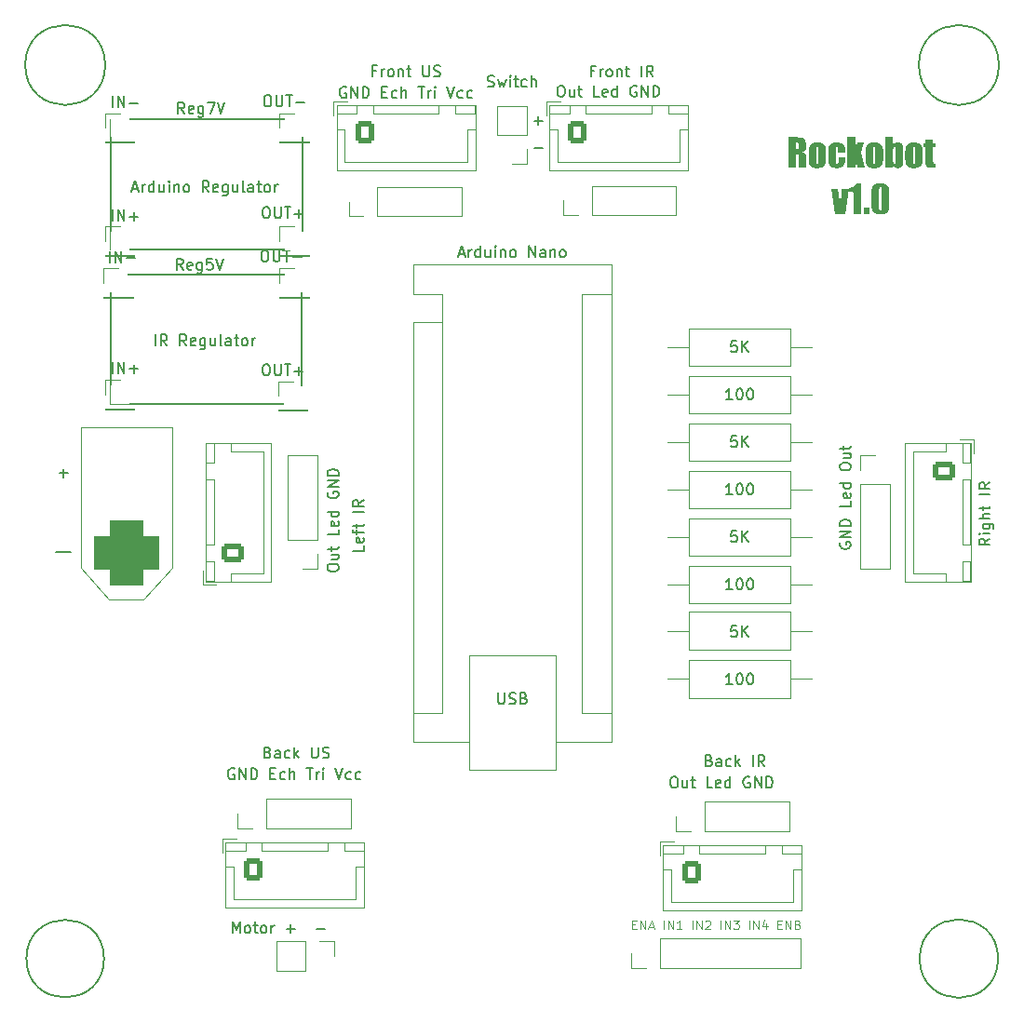
<source format=gto>
G04 #@! TF.GenerationSoftware,KiCad,Pcbnew,7.0.1*
G04 #@! TF.CreationDate,2023-05-08T23:10:09+02:00*
G04 #@! TF.ProjectId,rockobot,726f636b-6f62-46f7-942e-6b696361645f,V1*
G04 #@! TF.SameCoordinates,Original*
G04 #@! TF.FileFunction,Legend,Top*
G04 #@! TF.FilePolarity,Positive*
%FSLAX46Y46*%
G04 Gerber Fmt 4.6, Leading zero omitted, Abs format (unit mm)*
G04 Created by KiCad (PCBNEW 7.0.1) date 2023-05-08 23:10:09*
%MOMM*%
%LPD*%
G01*
G04 APERTURE LIST*
G04 Aperture macros list*
%AMRoundRect*
0 Rectangle with rounded corners*
0 $1 Rounding radius*
0 $2 $3 $4 $5 $6 $7 $8 $9 X,Y pos of 4 corners*
0 Add a 4 corners polygon primitive as box body*
4,1,4,$2,$3,$4,$5,$6,$7,$8,$9,$2,$3,0*
0 Add four circle primitives for the rounded corners*
1,1,$1+$1,$2,$3*
1,1,$1+$1,$4,$5*
1,1,$1+$1,$6,$7*
1,1,$1+$1,$8,$9*
0 Add four rect primitives between the rounded corners*
20,1,$1+$1,$2,$3,$4,$5,0*
20,1,$1+$1,$4,$5,$6,$7,0*
20,1,$1+$1,$6,$7,$8,$9,0*
20,1,$1+$1,$8,$9,$2,$3,0*%
G04 Aperture macros list end*
%ADD10C,0.150000*%
%ADD11C,0.250000*%
%ADD12C,0.120000*%
%ADD13RoundRect,0.250000X-0.600000X-0.725000X0.600000X-0.725000X0.600000X0.725000X-0.600000X0.725000X0*%
%ADD14O,1.700000X1.950000*%
%ADD15R,1.700000X1.700000*%
%ADD16C,1.600000*%
%ADD17O,1.600000X1.600000*%
%ADD18RoundRect,0.250000X0.725000X-0.600000X0.725000X0.600000X-0.725000X0.600000X-0.725000X-0.600000X0*%
%ADD19O,1.950000X1.700000*%
%ADD20O,1.700000X1.700000*%
%ADD21RoundRect,1.500000X1.500000X-1.500000X1.500000X1.500000X-1.500000X1.500000X-1.500000X-1.500000X0*%
%ADD22C,6.000000*%
%ADD23R,1.600000X1.600000*%
%ADD24RoundRect,0.250000X-0.725000X0.600000X-0.725000X-0.600000X0.725000X-0.600000X0.725000X0.600000X0*%
G04 APERTURE END LIST*
D10*
X146303951Y-72308333D02*
X145542047Y-72308333D01*
X106997500Y-83820000D02*
X124396500Y-83820000D01*
X124396500Y-95631000D01*
X106997500Y-95631000D01*
X106997500Y-83820000D01*
X107050000Y-69723000D02*
X124449000Y-69723000D01*
X124449000Y-81534000D01*
X107050000Y-81534000D01*
X107050000Y-69723000D01*
X187715060Y-146050000D02*
G75*
G03*
X187715060Y-146050000I-3565060J0D01*
G01*
X106398681Y-146050000D02*
G75*
G03*
X106398681Y-146050000I-3528681J0D01*
G01*
X106506727Y-64770000D02*
G75*
G03*
X106506727Y-64770000I-3636727J0D01*
G01*
X187786727Y-64770000D02*
G75*
G03*
X187786727Y-64770000I-3636727J0D01*
G01*
X186975619Y-107838095D02*
X186499428Y-108171428D01*
X186975619Y-108409523D02*
X185975619Y-108409523D01*
X185975619Y-108409523D02*
X185975619Y-108028571D01*
X185975619Y-108028571D02*
X186023238Y-107933333D01*
X186023238Y-107933333D02*
X186070857Y-107885714D01*
X186070857Y-107885714D02*
X186166095Y-107838095D01*
X186166095Y-107838095D02*
X186308952Y-107838095D01*
X186308952Y-107838095D02*
X186404190Y-107885714D01*
X186404190Y-107885714D02*
X186451809Y-107933333D01*
X186451809Y-107933333D02*
X186499428Y-108028571D01*
X186499428Y-108028571D02*
X186499428Y-108409523D01*
X186975619Y-107409523D02*
X186308952Y-107409523D01*
X185975619Y-107409523D02*
X186023238Y-107457142D01*
X186023238Y-107457142D02*
X186070857Y-107409523D01*
X186070857Y-107409523D02*
X186023238Y-107361904D01*
X186023238Y-107361904D02*
X185975619Y-107409523D01*
X185975619Y-107409523D02*
X186070857Y-107409523D01*
X186308952Y-106504762D02*
X187118476Y-106504762D01*
X187118476Y-106504762D02*
X187213714Y-106552381D01*
X187213714Y-106552381D02*
X187261333Y-106600000D01*
X187261333Y-106600000D02*
X187308952Y-106695238D01*
X187308952Y-106695238D02*
X187308952Y-106838095D01*
X187308952Y-106838095D02*
X187261333Y-106933333D01*
X186928000Y-106504762D02*
X186975619Y-106600000D01*
X186975619Y-106600000D02*
X186975619Y-106790476D01*
X186975619Y-106790476D02*
X186928000Y-106885714D01*
X186928000Y-106885714D02*
X186880380Y-106933333D01*
X186880380Y-106933333D02*
X186785142Y-106980952D01*
X186785142Y-106980952D02*
X186499428Y-106980952D01*
X186499428Y-106980952D02*
X186404190Y-106933333D01*
X186404190Y-106933333D02*
X186356571Y-106885714D01*
X186356571Y-106885714D02*
X186308952Y-106790476D01*
X186308952Y-106790476D02*
X186308952Y-106600000D01*
X186308952Y-106600000D02*
X186356571Y-106504762D01*
X186975619Y-106028571D02*
X185975619Y-106028571D01*
X186975619Y-105600000D02*
X186451809Y-105600000D01*
X186451809Y-105600000D02*
X186356571Y-105647619D01*
X186356571Y-105647619D02*
X186308952Y-105742857D01*
X186308952Y-105742857D02*
X186308952Y-105885714D01*
X186308952Y-105885714D02*
X186356571Y-105980952D01*
X186356571Y-105980952D02*
X186404190Y-106028571D01*
X186308952Y-105266666D02*
X186308952Y-104885714D01*
X185975619Y-105123809D02*
X186832761Y-105123809D01*
X186832761Y-105123809D02*
X186928000Y-105076190D01*
X186928000Y-105076190D02*
X186975619Y-104980952D01*
X186975619Y-104980952D02*
X186975619Y-104885714D01*
X186975619Y-103790475D02*
X185975619Y-103790475D01*
X186975619Y-102742857D02*
X186499428Y-103076190D01*
X186975619Y-103314285D02*
X185975619Y-103314285D01*
X185975619Y-103314285D02*
X185975619Y-102933333D01*
X185975619Y-102933333D02*
X186023238Y-102838095D01*
X186023238Y-102838095D02*
X186070857Y-102790476D01*
X186070857Y-102790476D02*
X186166095Y-102742857D01*
X186166095Y-102742857D02*
X186308952Y-102742857D01*
X186308952Y-102742857D02*
X186404190Y-102790476D01*
X186404190Y-102790476D02*
X186451809Y-102838095D01*
X186451809Y-102838095D02*
X186499428Y-102933333D01*
X186499428Y-102933333D02*
X186499428Y-103314285D01*
X141295714Y-66709000D02*
X141438571Y-66756619D01*
X141438571Y-66756619D02*
X141676666Y-66756619D01*
X141676666Y-66756619D02*
X141771904Y-66709000D01*
X141771904Y-66709000D02*
X141819523Y-66661380D01*
X141819523Y-66661380D02*
X141867142Y-66566142D01*
X141867142Y-66566142D02*
X141867142Y-66470904D01*
X141867142Y-66470904D02*
X141819523Y-66375666D01*
X141819523Y-66375666D02*
X141771904Y-66328047D01*
X141771904Y-66328047D02*
X141676666Y-66280428D01*
X141676666Y-66280428D02*
X141486190Y-66232809D01*
X141486190Y-66232809D02*
X141390952Y-66185190D01*
X141390952Y-66185190D02*
X141343333Y-66137571D01*
X141343333Y-66137571D02*
X141295714Y-66042333D01*
X141295714Y-66042333D02*
X141295714Y-65947095D01*
X141295714Y-65947095D02*
X141343333Y-65851857D01*
X141343333Y-65851857D02*
X141390952Y-65804238D01*
X141390952Y-65804238D02*
X141486190Y-65756619D01*
X141486190Y-65756619D02*
X141724285Y-65756619D01*
X141724285Y-65756619D02*
X141867142Y-65804238D01*
X142200476Y-66089952D02*
X142390952Y-66756619D01*
X142390952Y-66756619D02*
X142581428Y-66280428D01*
X142581428Y-66280428D02*
X142771904Y-66756619D01*
X142771904Y-66756619D02*
X142962380Y-66089952D01*
X143343333Y-66756619D02*
X143343333Y-66089952D01*
X143343333Y-65756619D02*
X143295714Y-65804238D01*
X143295714Y-65804238D02*
X143343333Y-65851857D01*
X143343333Y-65851857D02*
X143390952Y-65804238D01*
X143390952Y-65804238D02*
X143343333Y-65756619D01*
X143343333Y-65756619D02*
X143343333Y-65851857D01*
X143676666Y-66089952D02*
X144057618Y-66089952D01*
X143819523Y-65756619D02*
X143819523Y-66613761D01*
X143819523Y-66613761D02*
X143867142Y-66709000D01*
X143867142Y-66709000D02*
X143962380Y-66756619D01*
X143962380Y-66756619D02*
X144057618Y-66756619D01*
X144819523Y-66709000D02*
X144724285Y-66756619D01*
X144724285Y-66756619D02*
X144533809Y-66756619D01*
X144533809Y-66756619D02*
X144438571Y-66709000D01*
X144438571Y-66709000D02*
X144390952Y-66661380D01*
X144390952Y-66661380D02*
X144343333Y-66566142D01*
X144343333Y-66566142D02*
X144343333Y-66280428D01*
X144343333Y-66280428D02*
X144390952Y-66185190D01*
X144390952Y-66185190D02*
X144438571Y-66137571D01*
X144438571Y-66137571D02*
X144533809Y-66089952D01*
X144533809Y-66089952D02*
X144724285Y-66089952D01*
X144724285Y-66089952D02*
X144819523Y-66137571D01*
X145248095Y-66756619D02*
X145248095Y-65756619D01*
X145676666Y-66756619D02*
X145676666Y-66232809D01*
X145676666Y-66232809D02*
X145629047Y-66137571D01*
X145629047Y-66137571D02*
X145533809Y-66089952D01*
X145533809Y-66089952D02*
X145390952Y-66089952D01*
X145390952Y-66089952D02*
X145295714Y-66137571D01*
X145295714Y-66137571D02*
X145248095Y-66185190D01*
X113712809Y-69169619D02*
X113379476Y-68693428D01*
X113141381Y-69169619D02*
X113141381Y-68169619D01*
X113141381Y-68169619D02*
X113522333Y-68169619D01*
X113522333Y-68169619D02*
X113617571Y-68217238D01*
X113617571Y-68217238D02*
X113665190Y-68264857D01*
X113665190Y-68264857D02*
X113712809Y-68360095D01*
X113712809Y-68360095D02*
X113712809Y-68502952D01*
X113712809Y-68502952D02*
X113665190Y-68598190D01*
X113665190Y-68598190D02*
X113617571Y-68645809D01*
X113617571Y-68645809D02*
X113522333Y-68693428D01*
X113522333Y-68693428D02*
X113141381Y-68693428D01*
X114522333Y-69122000D02*
X114427095Y-69169619D01*
X114427095Y-69169619D02*
X114236619Y-69169619D01*
X114236619Y-69169619D02*
X114141381Y-69122000D01*
X114141381Y-69122000D02*
X114093762Y-69026761D01*
X114093762Y-69026761D02*
X114093762Y-68645809D01*
X114093762Y-68645809D02*
X114141381Y-68550571D01*
X114141381Y-68550571D02*
X114236619Y-68502952D01*
X114236619Y-68502952D02*
X114427095Y-68502952D01*
X114427095Y-68502952D02*
X114522333Y-68550571D01*
X114522333Y-68550571D02*
X114569952Y-68645809D01*
X114569952Y-68645809D02*
X114569952Y-68741047D01*
X114569952Y-68741047D02*
X114093762Y-68836285D01*
X115427095Y-68502952D02*
X115427095Y-69312476D01*
X115427095Y-69312476D02*
X115379476Y-69407714D01*
X115379476Y-69407714D02*
X115331857Y-69455333D01*
X115331857Y-69455333D02*
X115236619Y-69502952D01*
X115236619Y-69502952D02*
X115093762Y-69502952D01*
X115093762Y-69502952D02*
X114998524Y-69455333D01*
X115427095Y-69122000D02*
X115331857Y-69169619D01*
X115331857Y-69169619D02*
X115141381Y-69169619D01*
X115141381Y-69169619D02*
X115046143Y-69122000D01*
X115046143Y-69122000D02*
X114998524Y-69074380D01*
X114998524Y-69074380D02*
X114950905Y-68979142D01*
X114950905Y-68979142D02*
X114950905Y-68693428D01*
X114950905Y-68693428D02*
X114998524Y-68598190D01*
X114998524Y-68598190D02*
X115046143Y-68550571D01*
X115046143Y-68550571D02*
X115141381Y-68502952D01*
X115141381Y-68502952D02*
X115331857Y-68502952D01*
X115331857Y-68502952D02*
X115427095Y-68550571D01*
X115808048Y-68169619D02*
X116474714Y-68169619D01*
X116474714Y-68169619D02*
X116046143Y-69169619D01*
X116712810Y-68169619D02*
X117046143Y-69169619D01*
X117046143Y-69169619D02*
X117379476Y-68169619D01*
X130002619Y-108489524D02*
X130002619Y-108965714D01*
X130002619Y-108965714D02*
X129002619Y-108965714D01*
X129955000Y-107775238D02*
X130002619Y-107870476D01*
X130002619Y-107870476D02*
X130002619Y-108060952D01*
X130002619Y-108060952D02*
X129955000Y-108156190D01*
X129955000Y-108156190D02*
X129859761Y-108203809D01*
X129859761Y-108203809D02*
X129478809Y-108203809D01*
X129478809Y-108203809D02*
X129383571Y-108156190D01*
X129383571Y-108156190D02*
X129335952Y-108060952D01*
X129335952Y-108060952D02*
X129335952Y-107870476D01*
X129335952Y-107870476D02*
X129383571Y-107775238D01*
X129383571Y-107775238D02*
X129478809Y-107727619D01*
X129478809Y-107727619D02*
X129574047Y-107727619D01*
X129574047Y-107727619D02*
X129669285Y-108203809D01*
X129335952Y-107441904D02*
X129335952Y-107060952D01*
X130002619Y-107299047D02*
X129145476Y-107299047D01*
X129145476Y-107299047D02*
X129050238Y-107251428D01*
X129050238Y-107251428D02*
X129002619Y-107156190D01*
X129002619Y-107156190D02*
X129002619Y-107060952D01*
X129335952Y-106870475D02*
X129335952Y-106489523D01*
X129002619Y-106727618D02*
X129859761Y-106727618D01*
X129859761Y-106727618D02*
X129955000Y-106679999D01*
X129955000Y-106679999D02*
X130002619Y-106584761D01*
X130002619Y-106584761D02*
X130002619Y-106489523D01*
X130002619Y-105394284D02*
X129002619Y-105394284D01*
X130002619Y-104346666D02*
X129526428Y-104679999D01*
X130002619Y-104918094D02*
X129002619Y-104918094D01*
X129002619Y-104918094D02*
X129002619Y-104537142D01*
X129002619Y-104537142D02*
X129050238Y-104441904D01*
X129050238Y-104441904D02*
X129097857Y-104394285D01*
X129097857Y-104394285D02*
X129193095Y-104346666D01*
X129193095Y-104346666D02*
X129335952Y-104346666D01*
X129335952Y-104346666D02*
X129431190Y-104394285D01*
X129431190Y-104394285D02*
X129478809Y-104441904D01*
X129478809Y-104441904D02*
X129526428Y-104537142D01*
X129526428Y-104537142D02*
X129526428Y-104918094D01*
X113585809Y-83393619D02*
X113252476Y-82917428D01*
X113014381Y-83393619D02*
X113014381Y-82393619D01*
X113014381Y-82393619D02*
X113395333Y-82393619D01*
X113395333Y-82393619D02*
X113490571Y-82441238D01*
X113490571Y-82441238D02*
X113538190Y-82488857D01*
X113538190Y-82488857D02*
X113585809Y-82584095D01*
X113585809Y-82584095D02*
X113585809Y-82726952D01*
X113585809Y-82726952D02*
X113538190Y-82822190D01*
X113538190Y-82822190D02*
X113490571Y-82869809D01*
X113490571Y-82869809D02*
X113395333Y-82917428D01*
X113395333Y-82917428D02*
X113014381Y-82917428D01*
X114395333Y-83346000D02*
X114300095Y-83393619D01*
X114300095Y-83393619D02*
X114109619Y-83393619D01*
X114109619Y-83393619D02*
X114014381Y-83346000D01*
X114014381Y-83346000D02*
X113966762Y-83250761D01*
X113966762Y-83250761D02*
X113966762Y-82869809D01*
X113966762Y-82869809D02*
X114014381Y-82774571D01*
X114014381Y-82774571D02*
X114109619Y-82726952D01*
X114109619Y-82726952D02*
X114300095Y-82726952D01*
X114300095Y-82726952D02*
X114395333Y-82774571D01*
X114395333Y-82774571D02*
X114442952Y-82869809D01*
X114442952Y-82869809D02*
X114442952Y-82965047D01*
X114442952Y-82965047D02*
X113966762Y-83060285D01*
X115300095Y-82726952D02*
X115300095Y-83536476D01*
X115300095Y-83536476D02*
X115252476Y-83631714D01*
X115252476Y-83631714D02*
X115204857Y-83679333D01*
X115204857Y-83679333D02*
X115109619Y-83726952D01*
X115109619Y-83726952D02*
X114966762Y-83726952D01*
X114966762Y-83726952D02*
X114871524Y-83679333D01*
X115300095Y-83346000D02*
X115204857Y-83393619D01*
X115204857Y-83393619D02*
X115014381Y-83393619D01*
X115014381Y-83393619D02*
X114919143Y-83346000D01*
X114919143Y-83346000D02*
X114871524Y-83298380D01*
X114871524Y-83298380D02*
X114823905Y-83203142D01*
X114823905Y-83203142D02*
X114823905Y-82917428D01*
X114823905Y-82917428D02*
X114871524Y-82822190D01*
X114871524Y-82822190D02*
X114919143Y-82774571D01*
X114919143Y-82774571D02*
X115014381Y-82726952D01*
X115014381Y-82726952D02*
X115204857Y-82726952D01*
X115204857Y-82726952D02*
X115300095Y-82774571D01*
X116252476Y-82393619D02*
X115776286Y-82393619D01*
X115776286Y-82393619D02*
X115728667Y-82869809D01*
X115728667Y-82869809D02*
X115776286Y-82822190D01*
X115776286Y-82822190D02*
X115871524Y-82774571D01*
X115871524Y-82774571D02*
X116109619Y-82774571D01*
X116109619Y-82774571D02*
X116204857Y-82822190D01*
X116204857Y-82822190D02*
X116252476Y-82869809D01*
X116252476Y-82869809D02*
X116300095Y-82965047D01*
X116300095Y-82965047D02*
X116300095Y-83203142D01*
X116300095Y-83203142D02*
X116252476Y-83298380D01*
X116252476Y-83298380D02*
X116204857Y-83346000D01*
X116204857Y-83346000D02*
X116109619Y-83393619D01*
X116109619Y-83393619D02*
X115871524Y-83393619D01*
X115871524Y-83393619D02*
X115776286Y-83346000D01*
X115776286Y-83346000D02*
X115728667Y-83298380D01*
X116585810Y-82393619D02*
X116919143Y-83393619D01*
X116919143Y-83393619D02*
X117252476Y-82393619D01*
X111073809Y-90290619D02*
X111073809Y-89290619D01*
X112121427Y-90290619D02*
X111788094Y-89814428D01*
X111549999Y-90290619D02*
X111549999Y-89290619D01*
X111549999Y-89290619D02*
X111930951Y-89290619D01*
X111930951Y-89290619D02*
X112026189Y-89338238D01*
X112026189Y-89338238D02*
X112073808Y-89385857D01*
X112073808Y-89385857D02*
X112121427Y-89481095D01*
X112121427Y-89481095D02*
X112121427Y-89623952D01*
X112121427Y-89623952D02*
X112073808Y-89719190D01*
X112073808Y-89719190D02*
X112026189Y-89766809D01*
X112026189Y-89766809D02*
X111930951Y-89814428D01*
X111930951Y-89814428D02*
X111549999Y-89814428D01*
X113883332Y-90290619D02*
X113549999Y-89814428D01*
X113311904Y-90290619D02*
X113311904Y-89290619D01*
X113311904Y-89290619D02*
X113692856Y-89290619D01*
X113692856Y-89290619D02*
X113788094Y-89338238D01*
X113788094Y-89338238D02*
X113835713Y-89385857D01*
X113835713Y-89385857D02*
X113883332Y-89481095D01*
X113883332Y-89481095D02*
X113883332Y-89623952D01*
X113883332Y-89623952D02*
X113835713Y-89719190D01*
X113835713Y-89719190D02*
X113788094Y-89766809D01*
X113788094Y-89766809D02*
X113692856Y-89814428D01*
X113692856Y-89814428D02*
X113311904Y-89814428D01*
X114692856Y-90243000D02*
X114597618Y-90290619D01*
X114597618Y-90290619D02*
X114407142Y-90290619D01*
X114407142Y-90290619D02*
X114311904Y-90243000D01*
X114311904Y-90243000D02*
X114264285Y-90147761D01*
X114264285Y-90147761D02*
X114264285Y-89766809D01*
X114264285Y-89766809D02*
X114311904Y-89671571D01*
X114311904Y-89671571D02*
X114407142Y-89623952D01*
X114407142Y-89623952D02*
X114597618Y-89623952D01*
X114597618Y-89623952D02*
X114692856Y-89671571D01*
X114692856Y-89671571D02*
X114740475Y-89766809D01*
X114740475Y-89766809D02*
X114740475Y-89862047D01*
X114740475Y-89862047D02*
X114264285Y-89957285D01*
X115597618Y-89623952D02*
X115597618Y-90433476D01*
X115597618Y-90433476D02*
X115549999Y-90528714D01*
X115549999Y-90528714D02*
X115502380Y-90576333D01*
X115502380Y-90576333D02*
X115407142Y-90623952D01*
X115407142Y-90623952D02*
X115264285Y-90623952D01*
X115264285Y-90623952D02*
X115169047Y-90576333D01*
X115597618Y-90243000D02*
X115502380Y-90290619D01*
X115502380Y-90290619D02*
X115311904Y-90290619D01*
X115311904Y-90290619D02*
X115216666Y-90243000D01*
X115216666Y-90243000D02*
X115169047Y-90195380D01*
X115169047Y-90195380D02*
X115121428Y-90100142D01*
X115121428Y-90100142D02*
X115121428Y-89814428D01*
X115121428Y-89814428D02*
X115169047Y-89719190D01*
X115169047Y-89719190D02*
X115216666Y-89671571D01*
X115216666Y-89671571D02*
X115311904Y-89623952D01*
X115311904Y-89623952D02*
X115502380Y-89623952D01*
X115502380Y-89623952D02*
X115597618Y-89671571D01*
X116502380Y-89623952D02*
X116502380Y-90290619D01*
X116073809Y-89623952D02*
X116073809Y-90147761D01*
X116073809Y-90147761D02*
X116121428Y-90243000D01*
X116121428Y-90243000D02*
X116216666Y-90290619D01*
X116216666Y-90290619D02*
X116359523Y-90290619D01*
X116359523Y-90290619D02*
X116454761Y-90243000D01*
X116454761Y-90243000D02*
X116502380Y-90195380D01*
X117121428Y-90290619D02*
X117026190Y-90243000D01*
X117026190Y-90243000D02*
X116978571Y-90147761D01*
X116978571Y-90147761D02*
X116978571Y-89290619D01*
X117930952Y-90290619D02*
X117930952Y-89766809D01*
X117930952Y-89766809D02*
X117883333Y-89671571D01*
X117883333Y-89671571D02*
X117788095Y-89623952D01*
X117788095Y-89623952D02*
X117597619Y-89623952D01*
X117597619Y-89623952D02*
X117502381Y-89671571D01*
X117930952Y-90243000D02*
X117835714Y-90290619D01*
X117835714Y-90290619D02*
X117597619Y-90290619D01*
X117597619Y-90290619D02*
X117502381Y-90243000D01*
X117502381Y-90243000D02*
X117454762Y-90147761D01*
X117454762Y-90147761D02*
X117454762Y-90052523D01*
X117454762Y-90052523D02*
X117502381Y-89957285D01*
X117502381Y-89957285D02*
X117597619Y-89909666D01*
X117597619Y-89909666D02*
X117835714Y-89909666D01*
X117835714Y-89909666D02*
X117930952Y-89862047D01*
X118264286Y-89623952D02*
X118645238Y-89623952D01*
X118407143Y-89290619D02*
X118407143Y-90147761D01*
X118407143Y-90147761D02*
X118454762Y-90243000D01*
X118454762Y-90243000D02*
X118550000Y-90290619D01*
X118550000Y-90290619D02*
X118645238Y-90290619D01*
X119121429Y-90290619D02*
X119026191Y-90243000D01*
X119026191Y-90243000D02*
X118978572Y-90195380D01*
X118978572Y-90195380D02*
X118930953Y-90100142D01*
X118930953Y-90100142D02*
X118930953Y-89814428D01*
X118930953Y-89814428D02*
X118978572Y-89719190D01*
X118978572Y-89719190D02*
X119026191Y-89671571D01*
X119026191Y-89671571D02*
X119121429Y-89623952D01*
X119121429Y-89623952D02*
X119264286Y-89623952D01*
X119264286Y-89623952D02*
X119359524Y-89671571D01*
X119359524Y-89671571D02*
X119407143Y-89719190D01*
X119407143Y-89719190D02*
X119454762Y-89814428D01*
X119454762Y-89814428D02*
X119454762Y-90100142D01*
X119454762Y-90100142D02*
X119407143Y-90195380D01*
X119407143Y-90195380D02*
X119359524Y-90243000D01*
X119359524Y-90243000D02*
X119264286Y-90290619D01*
X119264286Y-90290619D02*
X119121429Y-90290619D01*
X119883334Y-90290619D02*
X119883334Y-89623952D01*
X119883334Y-89814428D02*
X119930953Y-89719190D01*
X119930953Y-89719190D02*
X119978572Y-89671571D01*
X119978572Y-89671571D02*
X120073810Y-89623952D01*
X120073810Y-89623952D02*
X120169048Y-89623952D01*
X131119904Y-65287809D02*
X130786571Y-65287809D01*
X130786571Y-65811619D02*
X130786571Y-64811619D01*
X130786571Y-64811619D02*
X131262761Y-64811619D01*
X131643714Y-65811619D02*
X131643714Y-65144952D01*
X131643714Y-65335428D02*
X131691333Y-65240190D01*
X131691333Y-65240190D02*
X131738952Y-65192571D01*
X131738952Y-65192571D02*
X131834190Y-65144952D01*
X131834190Y-65144952D02*
X131929428Y-65144952D01*
X132405619Y-65811619D02*
X132310381Y-65764000D01*
X132310381Y-65764000D02*
X132262762Y-65716380D01*
X132262762Y-65716380D02*
X132215143Y-65621142D01*
X132215143Y-65621142D02*
X132215143Y-65335428D01*
X132215143Y-65335428D02*
X132262762Y-65240190D01*
X132262762Y-65240190D02*
X132310381Y-65192571D01*
X132310381Y-65192571D02*
X132405619Y-65144952D01*
X132405619Y-65144952D02*
X132548476Y-65144952D01*
X132548476Y-65144952D02*
X132643714Y-65192571D01*
X132643714Y-65192571D02*
X132691333Y-65240190D01*
X132691333Y-65240190D02*
X132738952Y-65335428D01*
X132738952Y-65335428D02*
X132738952Y-65621142D01*
X132738952Y-65621142D02*
X132691333Y-65716380D01*
X132691333Y-65716380D02*
X132643714Y-65764000D01*
X132643714Y-65764000D02*
X132548476Y-65811619D01*
X132548476Y-65811619D02*
X132405619Y-65811619D01*
X133167524Y-65144952D02*
X133167524Y-65811619D01*
X133167524Y-65240190D02*
X133215143Y-65192571D01*
X133215143Y-65192571D02*
X133310381Y-65144952D01*
X133310381Y-65144952D02*
X133453238Y-65144952D01*
X133453238Y-65144952D02*
X133548476Y-65192571D01*
X133548476Y-65192571D02*
X133596095Y-65287809D01*
X133596095Y-65287809D02*
X133596095Y-65811619D01*
X133929429Y-65144952D02*
X134310381Y-65144952D01*
X134072286Y-64811619D02*
X134072286Y-65668761D01*
X134072286Y-65668761D02*
X134119905Y-65764000D01*
X134119905Y-65764000D02*
X134215143Y-65811619D01*
X134215143Y-65811619D02*
X134310381Y-65811619D01*
X135405620Y-64811619D02*
X135405620Y-65621142D01*
X135405620Y-65621142D02*
X135453239Y-65716380D01*
X135453239Y-65716380D02*
X135500858Y-65764000D01*
X135500858Y-65764000D02*
X135596096Y-65811619D01*
X135596096Y-65811619D02*
X135786572Y-65811619D01*
X135786572Y-65811619D02*
X135881810Y-65764000D01*
X135881810Y-65764000D02*
X135929429Y-65716380D01*
X135929429Y-65716380D02*
X135977048Y-65621142D01*
X135977048Y-65621142D02*
X135977048Y-64811619D01*
X136405620Y-65764000D02*
X136548477Y-65811619D01*
X136548477Y-65811619D02*
X136786572Y-65811619D01*
X136786572Y-65811619D02*
X136881810Y-65764000D01*
X136881810Y-65764000D02*
X136929429Y-65716380D01*
X136929429Y-65716380D02*
X136977048Y-65621142D01*
X136977048Y-65621142D02*
X136977048Y-65525904D01*
X136977048Y-65525904D02*
X136929429Y-65430666D01*
X136929429Y-65430666D02*
X136881810Y-65383047D01*
X136881810Y-65383047D02*
X136786572Y-65335428D01*
X136786572Y-65335428D02*
X136596096Y-65287809D01*
X136596096Y-65287809D02*
X136500858Y-65240190D01*
X136500858Y-65240190D02*
X136453239Y-65192571D01*
X136453239Y-65192571D02*
X136405620Y-65097333D01*
X136405620Y-65097333D02*
X136405620Y-65002095D01*
X136405620Y-65002095D02*
X136453239Y-64906857D01*
X136453239Y-64906857D02*
X136500858Y-64859238D01*
X136500858Y-64859238D02*
X136596096Y-64811619D01*
X136596096Y-64811619D02*
X136834191Y-64811619D01*
X136834191Y-64811619D02*
X136977048Y-64859238D01*
X150995809Y-65304809D02*
X150662476Y-65304809D01*
X150662476Y-65828619D02*
X150662476Y-64828619D01*
X150662476Y-64828619D02*
X151138666Y-64828619D01*
X151519619Y-65828619D02*
X151519619Y-65161952D01*
X151519619Y-65352428D02*
X151567238Y-65257190D01*
X151567238Y-65257190D02*
X151614857Y-65209571D01*
X151614857Y-65209571D02*
X151710095Y-65161952D01*
X151710095Y-65161952D02*
X151805333Y-65161952D01*
X152281524Y-65828619D02*
X152186286Y-65781000D01*
X152186286Y-65781000D02*
X152138667Y-65733380D01*
X152138667Y-65733380D02*
X152091048Y-65638142D01*
X152091048Y-65638142D02*
X152091048Y-65352428D01*
X152091048Y-65352428D02*
X152138667Y-65257190D01*
X152138667Y-65257190D02*
X152186286Y-65209571D01*
X152186286Y-65209571D02*
X152281524Y-65161952D01*
X152281524Y-65161952D02*
X152424381Y-65161952D01*
X152424381Y-65161952D02*
X152519619Y-65209571D01*
X152519619Y-65209571D02*
X152567238Y-65257190D01*
X152567238Y-65257190D02*
X152614857Y-65352428D01*
X152614857Y-65352428D02*
X152614857Y-65638142D01*
X152614857Y-65638142D02*
X152567238Y-65733380D01*
X152567238Y-65733380D02*
X152519619Y-65781000D01*
X152519619Y-65781000D02*
X152424381Y-65828619D01*
X152424381Y-65828619D02*
X152281524Y-65828619D01*
X153043429Y-65161952D02*
X153043429Y-65828619D01*
X153043429Y-65257190D02*
X153091048Y-65209571D01*
X153091048Y-65209571D02*
X153186286Y-65161952D01*
X153186286Y-65161952D02*
X153329143Y-65161952D01*
X153329143Y-65161952D02*
X153424381Y-65209571D01*
X153424381Y-65209571D02*
X153472000Y-65304809D01*
X153472000Y-65304809D02*
X153472000Y-65828619D01*
X153805334Y-65161952D02*
X154186286Y-65161952D01*
X153948191Y-64828619D02*
X153948191Y-65685761D01*
X153948191Y-65685761D02*
X153995810Y-65781000D01*
X153995810Y-65781000D02*
X154091048Y-65828619D01*
X154091048Y-65828619D02*
X154186286Y-65828619D01*
X155281525Y-65828619D02*
X155281525Y-64828619D01*
X156329143Y-65828619D02*
X155995810Y-65352428D01*
X155757715Y-65828619D02*
X155757715Y-64828619D01*
X155757715Y-64828619D02*
X156138667Y-64828619D01*
X156138667Y-64828619D02*
X156233905Y-64876238D01*
X156233905Y-64876238D02*
X156281524Y-64923857D01*
X156281524Y-64923857D02*
X156329143Y-65019095D01*
X156329143Y-65019095D02*
X156329143Y-65161952D01*
X156329143Y-65161952D02*
X156281524Y-65257190D01*
X156281524Y-65257190D02*
X156233905Y-65304809D01*
X156233905Y-65304809D02*
X156138667Y-65352428D01*
X156138667Y-65352428D02*
X155757715Y-65352428D01*
X108978570Y-76034904D02*
X109454760Y-76034904D01*
X108883332Y-76320619D02*
X109216665Y-75320619D01*
X109216665Y-75320619D02*
X109549998Y-76320619D01*
X109883332Y-76320619D02*
X109883332Y-75653952D01*
X109883332Y-75844428D02*
X109930951Y-75749190D01*
X109930951Y-75749190D02*
X109978570Y-75701571D01*
X109978570Y-75701571D02*
X110073808Y-75653952D01*
X110073808Y-75653952D02*
X110169046Y-75653952D01*
X110930951Y-76320619D02*
X110930951Y-75320619D01*
X110930951Y-76273000D02*
X110835713Y-76320619D01*
X110835713Y-76320619D02*
X110645237Y-76320619D01*
X110645237Y-76320619D02*
X110549999Y-76273000D01*
X110549999Y-76273000D02*
X110502380Y-76225380D01*
X110502380Y-76225380D02*
X110454761Y-76130142D01*
X110454761Y-76130142D02*
X110454761Y-75844428D01*
X110454761Y-75844428D02*
X110502380Y-75749190D01*
X110502380Y-75749190D02*
X110549999Y-75701571D01*
X110549999Y-75701571D02*
X110645237Y-75653952D01*
X110645237Y-75653952D02*
X110835713Y-75653952D01*
X110835713Y-75653952D02*
X110930951Y-75701571D01*
X111835713Y-75653952D02*
X111835713Y-76320619D01*
X111407142Y-75653952D02*
X111407142Y-76177761D01*
X111407142Y-76177761D02*
X111454761Y-76273000D01*
X111454761Y-76273000D02*
X111549999Y-76320619D01*
X111549999Y-76320619D02*
X111692856Y-76320619D01*
X111692856Y-76320619D02*
X111788094Y-76273000D01*
X111788094Y-76273000D02*
X111835713Y-76225380D01*
X112311904Y-76320619D02*
X112311904Y-75653952D01*
X112311904Y-75320619D02*
X112264285Y-75368238D01*
X112264285Y-75368238D02*
X112311904Y-75415857D01*
X112311904Y-75415857D02*
X112359523Y-75368238D01*
X112359523Y-75368238D02*
X112311904Y-75320619D01*
X112311904Y-75320619D02*
X112311904Y-75415857D01*
X112788094Y-75653952D02*
X112788094Y-76320619D01*
X112788094Y-75749190D02*
X112835713Y-75701571D01*
X112835713Y-75701571D02*
X112930951Y-75653952D01*
X112930951Y-75653952D02*
X113073808Y-75653952D01*
X113073808Y-75653952D02*
X113169046Y-75701571D01*
X113169046Y-75701571D02*
X113216665Y-75796809D01*
X113216665Y-75796809D02*
X113216665Y-76320619D01*
X113835713Y-76320619D02*
X113740475Y-76273000D01*
X113740475Y-76273000D02*
X113692856Y-76225380D01*
X113692856Y-76225380D02*
X113645237Y-76130142D01*
X113645237Y-76130142D02*
X113645237Y-75844428D01*
X113645237Y-75844428D02*
X113692856Y-75749190D01*
X113692856Y-75749190D02*
X113740475Y-75701571D01*
X113740475Y-75701571D02*
X113835713Y-75653952D01*
X113835713Y-75653952D02*
X113978570Y-75653952D01*
X113978570Y-75653952D02*
X114073808Y-75701571D01*
X114073808Y-75701571D02*
X114121427Y-75749190D01*
X114121427Y-75749190D02*
X114169046Y-75844428D01*
X114169046Y-75844428D02*
X114169046Y-76130142D01*
X114169046Y-76130142D02*
X114121427Y-76225380D01*
X114121427Y-76225380D02*
X114073808Y-76273000D01*
X114073808Y-76273000D02*
X113978570Y-76320619D01*
X113978570Y-76320619D02*
X113835713Y-76320619D01*
X115930951Y-76320619D02*
X115597618Y-75844428D01*
X115359523Y-76320619D02*
X115359523Y-75320619D01*
X115359523Y-75320619D02*
X115740475Y-75320619D01*
X115740475Y-75320619D02*
X115835713Y-75368238D01*
X115835713Y-75368238D02*
X115883332Y-75415857D01*
X115883332Y-75415857D02*
X115930951Y-75511095D01*
X115930951Y-75511095D02*
X115930951Y-75653952D01*
X115930951Y-75653952D02*
X115883332Y-75749190D01*
X115883332Y-75749190D02*
X115835713Y-75796809D01*
X115835713Y-75796809D02*
X115740475Y-75844428D01*
X115740475Y-75844428D02*
X115359523Y-75844428D01*
X116740475Y-76273000D02*
X116645237Y-76320619D01*
X116645237Y-76320619D02*
X116454761Y-76320619D01*
X116454761Y-76320619D02*
X116359523Y-76273000D01*
X116359523Y-76273000D02*
X116311904Y-76177761D01*
X116311904Y-76177761D02*
X116311904Y-75796809D01*
X116311904Y-75796809D02*
X116359523Y-75701571D01*
X116359523Y-75701571D02*
X116454761Y-75653952D01*
X116454761Y-75653952D02*
X116645237Y-75653952D01*
X116645237Y-75653952D02*
X116740475Y-75701571D01*
X116740475Y-75701571D02*
X116788094Y-75796809D01*
X116788094Y-75796809D02*
X116788094Y-75892047D01*
X116788094Y-75892047D02*
X116311904Y-75987285D01*
X117645237Y-75653952D02*
X117645237Y-76463476D01*
X117645237Y-76463476D02*
X117597618Y-76558714D01*
X117597618Y-76558714D02*
X117549999Y-76606333D01*
X117549999Y-76606333D02*
X117454761Y-76653952D01*
X117454761Y-76653952D02*
X117311904Y-76653952D01*
X117311904Y-76653952D02*
X117216666Y-76606333D01*
X117645237Y-76273000D02*
X117549999Y-76320619D01*
X117549999Y-76320619D02*
X117359523Y-76320619D01*
X117359523Y-76320619D02*
X117264285Y-76273000D01*
X117264285Y-76273000D02*
X117216666Y-76225380D01*
X117216666Y-76225380D02*
X117169047Y-76130142D01*
X117169047Y-76130142D02*
X117169047Y-75844428D01*
X117169047Y-75844428D02*
X117216666Y-75749190D01*
X117216666Y-75749190D02*
X117264285Y-75701571D01*
X117264285Y-75701571D02*
X117359523Y-75653952D01*
X117359523Y-75653952D02*
X117549999Y-75653952D01*
X117549999Y-75653952D02*
X117645237Y-75701571D01*
X118549999Y-75653952D02*
X118549999Y-76320619D01*
X118121428Y-75653952D02*
X118121428Y-76177761D01*
X118121428Y-76177761D02*
X118169047Y-76273000D01*
X118169047Y-76273000D02*
X118264285Y-76320619D01*
X118264285Y-76320619D02*
X118407142Y-76320619D01*
X118407142Y-76320619D02*
X118502380Y-76273000D01*
X118502380Y-76273000D02*
X118549999Y-76225380D01*
X119169047Y-76320619D02*
X119073809Y-76273000D01*
X119073809Y-76273000D02*
X119026190Y-76177761D01*
X119026190Y-76177761D02*
X119026190Y-75320619D01*
X119978571Y-76320619D02*
X119978571Y-75796809D01*
X119978571Y-75796809D02*
X119930952Y-75701571D01*
X119930952Y-75701571D02*
X119835714Y-75653952D01*
X119835714Y-75653952D02*
X119645238Y-75653952D01*
X119645238Y-75653952D02*
X119550000Y-75701571D01*
X119978571Y-76273000D02*
X119883333Y-76320619D01*
X119883333Y-76320619D02*
X119645238Y-76320619D01*
X119645238Y-76320619D02*
X119550000Y-76273000D01*
X119550000Y-76273000D02*
X119502381Y-76177761D01*
X119502381Y-76177761D02*
X119502381Y-76082523D01*
X119502381Y-76082523D02*
X119550000Y-75987285D01*
X119550000Y-75987285D02*
X119645238Y-75939666D01*
X119645238Y-75939666D02*
X119883333Y-75939666D01*
X119883333Y-75939666D02*
X119978571Y-75892047D01*
X120311905Y-75653952D02*
X120692857Y-75653952D01*
X120454762Y-75320619D02*
X120454762Y-76177761D01*
X120454762Y-76177761D02*
X120502381Y-76273000D01*
X120502381Y-76273000D02*
X120597619Y-76320619D01*
X120597619Y-76320619D02*
X120692857Y-76320619D01*
X121169048Y-76320619D02*
X121073810Y-76273000D01*
X121073810Y-76273000D02*
X121026191Y-76225380D01*
X121026191Y-76225380D02*
X120978572Y-76130142D01*
X120978572Y-76130142D02*
X120978572Y-75844428D01*
X120978572Y-75844428D02*
X121026191Y-75749190D01*
X121026191Y-75749190D02*
X121073810Y-75701571D01*
X121073810Y-75701571D02*
X121169048Y-75653952D01*
X121169048Y-75653952D02*
X121311905Y-75653952D01*
X121311905Y-75653952D02*
X121407143Y-75701571D01*
X121407143Y-75701571D02*
X121454762Y-75749190D01*
X121454762Y-75749190D02*
X121502381Y-75844428D01*
X121502381Y-75844428D02*
X121502381Y-76130142D01*
X121502381Y-76130142D02*
X121454762Y-76225380D01*
X121454762Y-76225380D02*
X121407143Y-76273000D01*
X121407143Y-76273000D02*
X121311905Y-76320619D01*
X121311905Y-76320619D02*
X121169048Y-76320619D01*
X121930953Y-76320619D02*
X121930953Y-75653952D01*
X121930953Y-75844428D02*
X121978572Y-75749190D01*
X121978572Y-75749190D02*
X122026191Y-75701571D01*
X122026191Y-75701571D02*
X122121429Y-75653952D01*
X122121429Y-75653952D02*
X122216667Y-75653952D01*
X121292761Y-127280809D02*
X121435618Y-127328428D01*
X121435618Y-127328428D02*
X121483237Y-127376047D01*
X121483237Y-127376047D02*
X121530856Y-127471285D01*
X121530856Y-127471285D02*
X121530856Y-127614142D01*
X121530856Y-127614142D02*
X121483237Y-127709380D01*
X121483237Y-127709380D02*
X121435618Y-127757000D01*
X121435618Y-127757000D02*
X121340380Y-127804619D01*
X121340380Y-127804619D02*
X120959428Y-127804619D01*
X120959428Y-127804619D02*
X120959428Y-126804619D01*
X120959428Y-126804619D02*
X121292761Y-126804619D01*
X121292761Y-126804619D02*
X121387999Y-126852238D01*
X121387999Y-126852238D02*
X121435618Y-126899857D01*
X121435618Y-126899857D02*
X121483237Y-126995095D01*
X121483237Y-126995095D02*
X121483237Y-127090333D01*
X121483237Y-127090333D02*
X121435618Y-127185571D01*
X121435618Y-127185571D02*
X121387999Y-127233190D01*
X121387999Y-127233190D02*
X121292761Y-127280809D01*
X121292761Y-127280809D02*
X120959428Y-127280809D01*
X122387999Y-127804619D02*
X122387999Y-127280809D01*
X122387999Y-127280809D02*
X122340380Y-127185571D01*
X122340380Y-127185571D02*
X122245142Y-127137952D01*
X122245142Y-127137952D02*
X122054666Y-127137952D01*
X122054666Y-127137952D02*
X121959428Y-127185571D01*
X122387999Y-127757000D02*
X122292761Y-127804619D01*
X122292761Y-127804619D02*
X122054666Y-127804619D01*
X122054666Y-127804619D02*
X121959428Y-127757000D01*
X121959428Y-127757000D02*
X121911809Y-127661761D01*
X121911809Y-127661761D02*
X121911809Y-127566523D01*
X121911809Y-127566523D02*
X121959428Y-127471285D01*
X121959428Y-127471285D02*
X122054666Y-127423666D01*
X122054666Y-127423666D02*
X122292761Y-127423666D01*
X122292761Y-127423666D02*
X122387999Y-127376047D01*
X123292761Y-127757000D02*
X123197523Y-127804619D01*
X123197523Y-127804619D02*
X123007047Y-127804619D01*
X123007047Y-127804619D02*
X122911809Y-127757000D01*
X122911809Y-127757000D02*
X122864190Y-127709380D01*
X122864190Y-127709380D02*
X122816571Y-127614142D01*
X122816571Y-127614142D02*
X122816571Y-127328428D01*
X122816571Y-127328428D02*
X122864190Y-127233190D01*
X122864190Y-127233190D02*
X122911809Y-127185571D01*
X122911809Y-127185571D02*
X123007047Y-127137952D01*
X123007047Y-127137952D02*
X123197523Y-127137952D01*
X123197523Y-127137952D02*
X123292761Y-127185571D01*
X123721333Y-127804619D02*
X123721333Y-126804619D01*
X123816571Y-127423666D02*
X124102285Y-127804619D01*
X124102285Y-127137952D02*
X123721333Y-127518904D01*
X125292762Y-126804619D02*
X125292762Y-127614142D01*
X125292762Y-127614142D02*
X125340381Y-127709380D01*
X125340381Y-127709380D02*
X125388000Y-127757000D01*
X125388000Y-127757000D02*
X125483238Y-127804619D01*
X125483238Y-127804619D02*
X125673714Y-127804619D01*
X125673714Y-127804619D02*
X125768952Y-127757000D01*
X125768952Y-127757000D02*
X125816571Y-127709380D01*
X125816571Y-127709380D02*
X125864190Y-127614142D01*
X125864190Y-127614142D02*
X125864190Y-126804619D01*
X126292762Y-127757000D02*
X126435619Y-127804619D01*
X126435619Y-127804619D02*
X126673714Y-127804619D01*
X126673714Y-127804619D02*
X126768952Y-127757000D01*
X126768952Y-127757000D02*
X126816571Y-127709380D01*
X126816571Y-127709380D02*
X126864190Y-127614142D01*
X126864190Y-127614142D02*
X126864190Y-127518904D01*
X126864190Y-127518904D02*
X126816571Y-127423666D01*
X126816571Y-127423666D02*
X126768952Y-127376047D01*
X126768952Y-127376047D02*
X126673714Y-127328428D01*
X126673714Y-127328428D02*
X126483238Y-127280809D01*
X126483238Y-127280809D02*
X126388000Y-127233190D01*
X126388000Y-127233190D02*
X126340381Y-127185571D01*
X126340381Y-127185571D02*
X126292762Y-127090333D01*
X126292762Y-127090333D02*
X126292762Y-126995095D01*
X126292762Y-126995095D02*
X126340381Y-126899857D01*
X126340381Y-126899857D02*
X126388000Y-126852238D01*
X126388000Y-126852238D02*
X126483238Y-126804619D01*
X126483238Y-126804619D02*
X126721333Y-126804619D01*
X126721333Y-126804619D02*
X126864190Y-126852238D01*
X161432666Y-128034809D02*
X161575523Y-128082428D01*
X161575523Y-128082428D02*
X161623142Y-128130047D01*
X161623142Y-128130047D02*
X161670761Y-128225285D01*
X161670761Y-128225285D02*
X161670761Y-128368142D01*
X161670761Y-128368142D02*
X161623142Y-128463380D01*
X161623142Y-128463380D02*
X161575523Y-128511000D01*
X161575523Y-128511000D02*
X161480285Y-128558619D01*
X161480285Y-128558619D02*
X161099333Y-128558619D01*
X161099333Y-128558619D02*
X161099333Y-127558619D01*
X161099333Y-127558619D02*
X161432666Y-127558619D01*
X161432666Y-127558619D02*
X161527904Y-127606238D01*
X161527904Y-127606238D02*
X161575523Y-127653857D01*
X161575523Y-127653857D02*
X161623142Y-127749095D01*
X161623142Y-127749095D02*
X161623142Y-127844333D01*
X161623142Y-127844333D02*
X161575523Y-127939571D01*
X161575523Y-127939571D02*
X161527904Y-127987190D01*
X161527904Y-127987190D02*
X161432666Y-128034809D01*
X161432666Y-128034809D02*
X161099333Y-128034809D01*
X162527904Y-128558619D02*
X162527904Y-128034809D01*
X162527904Y-128034809D02*
X162480285Y-127939571D01*
X162480285Y-127939571D02*
X162385047Y-127891952D01*
X162385047Y-127891952D02*
X162194571Y-127891952D01*
X162194571Y-127891952D02*
X162099333Y-127939571D01*
X162527904Y-128511000D02*
X162432666Y-128558619D01*
X162432666Y-128558619D02*
X162194571Y-128558619D01*
X162194571Y-128558619D02*
X162099333Y-128511000D01*
X162099333Y-128511000D02*
X162051714Y-128415761D01*
X162051714Y-128415761D02*
X162051714Y-128320523D01*
X162051714Y-128320523D02*
X162099333Y-128225285D01*
X162099333Y-128225285D02*
X162194571Y-128177666D01*
X162194571Y-128177666D02*
X162432666Y-128177666D01*
X162432666Y-128177666D02*
X162527904Y-128130047D01*
X163432666Y-128511000D02*
X163337428Y-128558619D01*
X163337428Y-128558619D02*
X163146952Y-128558619D01*
X163146952Y-128558619D02*
X163051714Y-128511000D01*
X163051714Y-128511000D02*
X163004095Y-128463380D01*
X163004095Y-128463380D02*
X162956476Y-128368142D01*
X162956476Y-128368142D02*
X162956476Y-128082428D01*
X162956476Y-128082428D02*
X163004095Y-127987190D01*
X163004095Y-127987190D02*
X163051714Y-127939571D01*
X163051714Y-127939571D02*
X163146952Y-127891952D01*
X163146952Y-127891952D02*
X163337428Y-127891952D01*
X163337428Y-127891952D02*
X163432666Y-127939571D01*
X163861238Y-128558619D02*
X163861238Y-127558619D01*
X163956476Y-128177666D02*
X164242190Y-128558619D01*
X164242190Y-127891952D02*
X163861238Y-128272904D01*
X165432667Y-128558619D02*
X165432667Y-127558619D01*
X166480285Y-128558619D02*
X166146952Y-128082428D01*
X165908857Y-128558619D02*
X165908857Y-127558619D01*
X165908857Y-127558619D02*
X166289809Y-127558619D01*
X166289809Y-127558619D02*
X166385047Y-127606238D01*
X166385047Y-127606238D02*
X166432666Y-127653857D01*
X166432666Y-127653857D02*
X166480285Y-127749095D01*
X166480285Y-127749095D02*
X166480285Y-127891952D01*
X166480285Y-127891952D02*
X166432666Y-127987190D01*
X166432666Y-127987190D02*
X166385047Y-128034809D01*
X166385047Y-128034809D02*
X166289809Y-128082428D01*
X166289809Y-128082428D02*
X165908857Y-128082428D01*
D11*
G36*
X169181923Y-71340440D02*
G01*
X169212936Y-71340556D01*
X169243304Y-71340750D01*
X169273026Y-71341021D01*
X169302103Y-71341370D01*
X169330535Y-71341796D01*
X169358322Y-71342300D01*
X169385464Y-71342881D01*
X169411960Y-71343540D01*
X169437811Y-71344277D01*
X169463017Y-71345091D01*
X169487578Y-71345982D01*
X169534764Y-71347998D01*
X169579370Y-71350323D01*
X169621394Y-71352959D01*
X169660838Y-71355904D01*
X169697701Y-71359160D01*
X169731983Y-71362726D01*
X169763685Y-71366602D01*
X169792806Y-71370788D01*
X169819345Y-71375284D01*
X169843305Y-71380090D01*
X169876717Y-71388502D01*
X169908950Y-71399081D01*
X169940001Y-71411829D01*
X169969872Y-71426744D01*
X169998562Y-71443828D01*
X170026072Y-71463080D01*
X170052401Y-71484500D01*
X170077549Y-71508089D01*
X170101516Y-71533845D01*
X170124303Y-71561770D01*
X170138838Y-71581591D01*
X170152665Y-71602573D01*
X170165600Y-71625068D01*
X170177643Y-71649075D01*
X170188794Y-71674594D01*
X170199052Y-71701625D01*
X170208419Y-71730168D01*
X170216894Y-71760224D01*
X170224476Y-71791792D01*
X170231167Y-71824872D01*
X170236965Y-71859465D01*
X170241871Y-71895569D01*
X170245886Y-71933186D01*
X170249008Y-71972315D01*
X170251238Y-72012956D01*
X170252576Y-72055109D01*
X170253022Y-72098775D01*
X170252707Y-72138474D01*
X170251763Y-72176513D01*
X170250188Y-72212892D01*
X170247984Y-72247610D01*
X170245151Y-72280669D01*
X170241688Y-72312067D01*
X170237595Y-72341806D01*
X170232872Y-72369884D01*
X170227520Y-72396303D01*
X170221538Y-72421061D01*
X170211384Y-72455086D01*
X170199813Y-72485375D01*
X170186826Y-72511929D01*
X170172422Y-72534748D01*
X170155935Y-72554807D01*
X170136701Y-72573310D01*
X170114719Y-72590256D01*
X170089990Y-72605645D01*
X170062513Y-72619479D01*
X170032288Y-72631756D01*
X169999315Y-72642477D01*
X169963594Y-72651641D01*
X169938254Y-72656886D01*
X169911693Y-72661440D01*
X169883910Y-72665301D01*
X169854906Y-72668471D01*
X169881148Y-72675252D01*
X169906293Y-72682315D01*
X169930340Y-72689659D01*
X169964354Y-72701203D01*
X169995899Y-72713379D01*
X170024976Y-72726190D01*
X170051584Y-72739633D01*
X170075723Y-72753710D01*
X170097394Y-72768420D01*
X170116595Y-72783763D01*
X170138358Y-72805206D01*
X170143113Y-72810743D01*
X170160706Y-72832658D01*
X170176543Y-72854134D01*
X170190626Y-72875171D01*
X170205760Y-72900851D01*
X170218151Y-72925845D01*
X170227799Y-72950153D01*
X170234704Y-72973775D01*
X170239981Y-73003435D01*
X170243559Y-73036350D01*
X170245866Y-73066396D01*
X170247852Y-73101036D01*
X170248997Y-73126682D01*
X170249999Y-73154369D01*
X170250857Y-73184098D01*
X170251573Y-73215869D01*
X170252145Y-73249681D01*
X170252575Y-73285535D01*
X170252861Y-73323431D01*
X170253004Y-73363368D01*
X170253022Y-73384103D01*
X170253022Y-74115000D01*
X169581354Y-74115000D01*
X169581354Y-73193593D01*
X169581216Y-73166397D01*
X169580801Y-73140528D01*
X169580109Y-73115984D01*
X169578553Y-73081655D01*
X169576374Y-73050311D01*
X169573573Y-73021950D01*
X169570149Y-72996572D01*
X169564615Y-72967378D01*
X169557975Y-72943488D01*
X169548118Y-72921085D01*
X169545939Y-72917599D01*
X169528851Y-72899545D01*
X169503693Y-72885227D01*
X169476561Y-72876149D01*
X169450820Y-72870753D01*
X169421492Y-72867018D01*
X169388576Y-72864943D01*
X169361536Y-72864476D01*
X169361536Y-74115000D01*
X168638577Y-74115000D01*
X168638577Y-71809347D01*
X169361536Y-71809347D01*
X169361536Y-72434609D01*
X169390921Y-72434084D01*
X169418017Y-72432510D01*
X169442823Y-72429886D01*
X169470610Y-72425131D01*
X169494820Y-72418735D01*
X169519149Y-72408896D01*
X169532506Y-72401025D01*
X169549106Y-72382879D01*
X169560317Y-72359623D01*
X169567568Y-72335695D01*
X169573292Y-72307035D01*
X169576584Y-72282434D01*
X169579017Y-72255171D01*
X169580591Y-72225247D01*
X169581306Y-72192660D01*
X169581354Y-72181207D01*
X169581354Y-72026723D01*
X169580610Y-71994733D01*
X169578377Y-71965624D01*
X169574657Y-71939397D01*
X169567912Y-71910664D01*
X169558843Y-71886434D01*
X169544889Y-71863300D01*
X169533727Y-71851479D01*
X169513348Y-71837161D01*
X169487473Y-71825805D01*
X169461713Y-71818605D01*
X169432137Y-71813461D01*
X169405728Y-71810828D01*
X169376877Y-71809512D01*
X169361536Y-71809347D01*
X168638577Y-71809347D01*
X168638577Y-71340401D01*
X169150266Y-71340401D01*
X169181923Y-71340440D01*
G37*
G36*
X171282169Y-71809617D02*
G01*
X171310622Y-71810425D01*
X171338555Y-71811773D01*
X171365968Y-71813659D01*
X171392861Y-71816085D01*
X171419234Y-71819050D01*
X171445087Y-71822554D01*
X171470420Y-71826597D01*
X171495233Y-71831179D01*
X171519526Y-71836300D01*
X171543299Y-71841960D01*
X171577984Y-71851460D01*
X171611499Y-71862174D01*
X171643844Y-71874101D01*
X171654365Y-71878346D01*
X171685064Y-71891653D01*
X171714422Y-71905701D01*
X171742438Y-71920490D01*
X171769112Y-71936019D01*
X171794444Y-71952289D01*
X171818435Y-71969300D01*
X171841084Y-71987051D01*
X171862392Y-72005543D01*
X171882357Y-72024775D01*
X171900981Y-72044748D01*
X171912652Y-72058475D01*
X171929207Y-72079262D01*
X171944752Y-72100177D01*
X171959288Y-72121222D01*
X171972816Y-72142395D01*
X171985335Y-72163697D01*
X172000457Y-72192300D01*
X172013785Y-72221132D01*
X172025320Y-72250193D01*
X172035061Y-72279483D01*
X172037216Y-72286842D01*
X172045087Y-72318212D01*
X172050302Y-72344244D01*
X172054926Y-72372422D01*
X172058960Y-72402747D01*
X172062404Y-72435219D01*
X172065257Y-72469838D01*
X172067520Y-72506603D01*
X172068700Y-72532306D01*
X172069619Y-72558963D01*
X172070275Y-72586574D01*
X172070668Y-72615139D01*
X172070799Y-72644658D01*
X172070799Y-73199089D01*
X172070678Y-73236615D01*
X172070313Y-73272867D01*
X172069705Y-73307846D01*
X172068853Y-73341551D01*
X172067758Y-73373982D01*
X172066420Y-73405140D01*
X172064839Y-73435024D01*
X172063014Y-73463634D01*
X172060946Y-73490971D01*
X172058635Y-73517034D01*
X172056080Y-73541823D01*
X172051792Y-73576619D01*
X172046957Y-73608549D01*
X172041574Y-73637613D01*
X172039658Y-73646664D01*
X172033311Y-73673179D01*
X172025719Y-73699372D01*
X172016882Y-73725243D01*
X172006800Y-73750791D01*
X171995473Y-73776018D01*
X171982901Y-73800923D01*
X171969083Y-73825506D01*
X171954021Y-73849767D01*
X171937713Y-73873706D01*
X171920161Y-73897323D01*
X171907767Y-73912889D01*
X171888258Y-73935452D01*
X171867739Y-73956888D01*
X171846212Y-73977197D01*
X171823675Y-73996380D01*
X171800130Y-74014435D01*
X171775576Y-74031363D01*
X171750012Y-74047164D01*
X171723440Y-74061839D01*
X171695859Y-74075386D01*
X171667269Y-74087806D01*
X171647649Y-74095460D01*
X171617463Y-74105936D01*
X171586440Y-74115381D01*
X171554580Y-74123796D01*
X171521883Y-74131181D01*
X171488348Y-74137535D01*
X171453976Y-74142858D01*
X171418768Y-74147152D01*
X171382721Y-74150415D01*
X171358226Y-74152018D01*
X171333358Y-74153162D01*
X171308118Y-74153849D01*
X171282506Y-74154078D01*
X171254005Y-74153883D01*
X171226053Y-74153296D01*
X171198650Y-74152318D01*
X171171795Y-74150949D01*
X171145489Y-74149189D01*
X171119731Y-74147037D01*
X171094522Y-74144495D01*
X171069862Y-74141561D01*
X171033900Y-74136427D01*
X170999172Y-74130413D01*
X170965679Y-74123518D01*
X170933420Y-74115744D01*
X170902395Y-74107089D01*
X170892328Y-74104009D01*
X170863069Y-74094061D01*
X170835055Y-74083222D01*
X170808286Y-74071492D01*
X170782762Y-74058871D01*
X170758483Y-74045360D01*
X170735449Y-74030958D01*
X170713661Y-74015664D01*
X170693117Y-73999480D01*
X170673819Y-73982405D01*
X170655765Y-73964440D01*
X170644421Y-73951967D01*
X170628375Y-73932587D01*
X170613209Y-73912454D01*
X170598923Y-73891571D01*
X170585517Y-73869936D01*
X170572991Y-73847550D01*
X170561345Y-73824413D01*
X170550580Y-73800524D01*
X170540694Y-73775884D01*
X170531689Y-73750492D01*
X170523564Y-73724349D01*
X170518636Y-73706503D01*
X170511871Y-73678217D01*
X170505770Y-73647398D01*
X170500336Y-73614046D01*
X170495567Y-73578161D01*
X170492757Y-73552831D01*
X170490243Y-73526374D01*
X170488328Y-73502561D01*
X171174428Y-73502561D01*
X171174611Y-73532022D01*
X171175158Y-73559497D01*
X171176070Y-73584987D01*
X171177854Y-73615885D01*
X171180287Y-73643252D01*
X171184241Y-73672498D01*
X171190323Y-73700311D01*
X171195189Y-73714441D01*
X171208012Y-73735812D01*
X171228276Y-73752556D01*
X171251479Y-73760952D01*
X171275789Y-73763290D01*
X171300754Y-73761157D01*
X171324348Y-73753496D01*
X171344597Y-73738217D01*
X171357000Y-73718715D01*
X171364851Y-73694009D01*
X171370046Y-73664972D01*
X171373293Y-73635232D01*
X171375182Y-73607812D01*
X171376441Y-73577167D01*
X171376973Y-73552067D01*
X171377150Y-73525153D01*
X171377150Y-72467581D01*
X171376983Y-72435752D01*
X171376484Y-72406208D01*
X171375652Y-72378951D01*
X171374488Y-72353980D01*
X171372417Y-72324241D01*
X171369756Y-72298567D01*
X171365596Y-72272190D01*
X171358221Y-72245931D01*
X171344192Y-72223794D01*
X171323402Y-72208901D01*
X171299245Y-72201746D01*
X171277621Y-72200136D01*
X171252597Y-72202327D01*
X171228793Y-72210198D01*
X171208126Y-72225896D01*
X171195189Y-72245931D01*
X171187099Y-72272190D01*
X171182538Y-72298567D01*
X171179618Y-72324241D01*
X171177348Y-72353980D01*
X171176070Y-72378951D01*
X171175158Y-72406208D01*
X171174611Y-72435752D01*
X171174428Y-72467581D01*
X171174428Y-73502561D01*
X170488328Y-73502561D01*
X170488025Y-73498792D01*
X170486102Y-73470084D01*
X170484475Y-73440250D01*
X170483145Y-73409290D01*
X170482109Y-73377205D01*
X170481370Y-73343994D01*
X170480926Y-73309656D01*
X170480778Y-73274193D01*
X170480778Y-72694117D01*
X170481046Y-72655272D01*
X170481847Y-72617505D01*
X170483183Y-72580816D01*
X170485053Y-72545205D01*
X170487457Y-72510672D01*
X170490396Y-72477218D01*
X170493868Y-72444841D01*
X170497875Y-72413543D01*
X170502417Y-72383322D01*
X170507493Y-72354180D01*
X170513102Y-72326116D01*
X170519247Y-72299130D01*
X170525925Y-72273222D01*
X170533138Y-72248393D01*
X170540885Y-72224641D01*
X170549166Y-72201967D01*
X170563064Y-72169268D01*
X170578883Y-72137804D01*
X170596624Y-72107573D01*
X170616286Y-72078577D01*
X170637868Y-72050815D01*
X170661373Y-72024288D01*
X170686798Y-71998995D01*
X170714145Y-71974936D01*
X170733443Y-71959583D01*
X170753596Y-71944778D01*
X170774602Y-71930522D01*
X170796462Y-71916814D01*
X170819212Y-71903800D01*
X170842735Y-71891626D01*
X170867030Y-71880292D01*
X170892099Y-71869797D01*
X170917940Y-71860142D01*
X170944554Y-71851326D01*
X170971940Y-71843350D01*
X171000100Y-71836214D01*
X171029032Y-71829917D01*
X171058737Y-71824460D01*
X171089215Y-71819842D01*
X171120466Y-71816064D01*
X171152489Y-71813125D01*
X171185285Y-71811026D01*
X171218855Y-71809767D01*
X171253196Y-71809347D01*
X171282169Y-71809617D01*
G37*
G36*
X173822631Y-72708161D02*
G01*
X173168671Y-72708161D01*
X173168671Y-72440104D01*
X173168472Y-72414675D01*
X173167590Y-72383224D01*
X173166001Y-72354578D01*
X173163707Y-72328737D01*
X173159846Y-72300380D01*
X173154882Y-72276406D01*
X173146079Y-72250205D01*
X173132683Y-72228300D01*
X173111866Y-72211137D01*
X173088253Y-72202531D01*
X173063647Y-72200136D01*
X173036169Y-72202845D01*
X173011096Y-72212371D01*
X172992206Y-72228755D01*
X172983046Y-72243489D01*
X172974957Y-72267360D01*
X172969605Y-72296054D01*
X172966259Y-72325770D01*
X172964313Y-72353343D01*
X172963016Y-72384293D01*
X172962468Y-72409722D01*
X172962286Y-72437051D01*
X172962286Y-73517826D01*
X172962763Y-73547555D01*
X172964194Y-73575375D01*
X172966579Y-73601288D01*
X172970902Y-73630996D01*
X172976716Y-73657722D01*
X172984021Y-73681466D01*
X172992816Y-73702229D01*
X173007843Y-73726021D01*
X173025674Y-73743970D01*
X173049488Y-73757327D01*
X173073330Y-73762753D01*
X173084407Y-73763290D01*
X173109151Y-73761014D01*
X173134004Y-73752608D01*
X173154532Y-73738007D01*
X173170735Y-73717212D01*
X173179662Y-73698565D01*
X173188170Y-73670237D01*
X173193915Y-73640431D01*
X173197631Y-73612529D01*
X173200565Y-73581021D01*
X173202252Y-73555023D01*
X173203499Y-73526996D01*
X173204306Y-73496941D01*
X173204672Y-73464857D01*
X173204697Y-73453712D01*
X173204697Y-73177107D01*
X173822631Y-73177107D01*
X173822338Y-73210619D01*
X173821916Y-73243072D01*
X173821365Y-73274465D01*
X173820685Y-73304800D01*
X173819876Y-73334076D01*
X173818939Y-73362293D01*
X173817873Y-73389450D01*
X173816678Y-73415549D01*
X173815354Y-73440589D01*
X173813127Y-73476163D01*
X173810610Y-73509354D01*
X173807803Y-73540162D01*
X173804707Y-73568587D01*
X173802481Y-73586214D01*
X173798463Y-73611804D01*
X173793050Y-73637512D01*
X173786242Y-73663338D01*
X173778038Y-73689282D01*
X173768439Y-73715345D01*
X173757444Y-73741525D01*
X173745054Y-73767823D01*
X173731269Y-73794240D01*
X173716089Y-73820775D01*
X173699513Y-73847427D01*
X173687687Y-73865261D01*
X173668963Y-73891440D01*
X173649197Y-73916395D01*
X173628391Y-73940126D01*
X173606543Y-73962634D01*
X173583654Y-73983918D01*
X173559724Y-74003979D01*
X173534753Y-74022816D01*
X173508741Y-74040429D01*
X173481688Y-74056819D01*
X173453593Y-74071985D01*
X173434285Y-74081416D01*
X173404436Y-74094402D01*
X173373277Y-74106110D01*
X173340809Y-74116541D01*
X173307031Y-74125695D01*
X173271943Y-74133571D01*
X173247825Y-74138113D01*
X173223124Y-74142086D01*
X173197841Y-74145492D01*
X173171976Y-74148331D01*
X173145529Y-74150601D01*
X173118500Y-74152304D01*
X173090889Y-74153440D01*
X173062696Y-74154007D01*
X173048381Y-74154078D01*
X173012143Y-74153690D01*
X172976854Y-74152523D01*
X172942515Y-74150579D01*
X172909125Y-74147858D01*
X172876684Y-74144359D01*
X172845192Y-74140082D01*
X172814650Y-74135028D01*
X172785057Y-74129196D01*
X172756413Y-74122587D01*
X172728719Y-74115200D01*
X172701974Y-74107035D01*
X172676178Y-74098093D01*
X172651332Y-74088374D01*
X172627435Y-74077876D01*
X172604487Y-74066602D01*
X172582488Y-74054549D01*
X172561432Y-74041722D01*
X172531314Y-74021318D01*
X172502957Y-73999518D01*
X172476359Y-73976324D01*
X172451522Y-73951734D01*
X172428446Y-73925748D01*
X172407129Y-73898368D01*
X172387573Y-73869591D01*
X172369777Y-73839420D01*
X172353742Y-73807853D01*
X172339467Y-73774891D01*
X172330889Y-73751786D01*
X172322866Y-73727502D01*
X172315395Y-73702041D01*
X172308478Y-73675401D01*
X172302115Y-73647582D01*
X172296304Y-73618585D01*
X172291047Y-73588410D01*
X172286344Y-73557057D01*
X172282193Y-73524526D01*
X172278597Y-73490816D01*
X172275553Y-73455928D01*
X172273063Y-73419861D01*
X172271126Y-73382617D01*
X172269743Y-73344194D01*
X172268913Y-73304593D01*
X172268636Y-73263813D01*
X172268636Y-72620844D01*
X172268863Y-72585371D01*
X172269542Y-72551006D01*
X172270675Y-72517747D01*
X172272262Y-72485594D01*
X172274301Y-72454549D01*
X172276793Y-72424610D01*
X172279739Y-72395778D01*
X172283138Y-72368053D01*
X172286990Y-72341434D01*
X172291295Y-72315922D01*
X172296054Y-72291517D01*
X172304041Y-72256984D01*
X172313048Y-72224941D01*
X172323075Y-72195389D01*
X172326644Y-72186092D01*
X172338794Y-72158893D01*
X172353262Y-72132253D01*
X172370049Y-72106171D01*
X172389155Y-72080647D01*
X172410578Y-72055682D01*
X172434321Y-72031274D01*
X172460381Y-72007425D01*
X172488760Y-71984133D01*
X172508967Y-71968916D01*
X172530205Y-71953946D01*
X172552473Y-71939225D01*
X172575771Y-71924752D01*
X172599981Y-71910777D01*
X172624830Y-71897704D01*
X172650318Y-71885532D01*
X172676445Y-71874262D01*
X172703212Y-71863894D01*
X172730618Y-71854427D01*
X172758663Y-71845862D01*
X172787347Y-71838198D01*
X172816670Y-71831436D01*
X172846633Y-71825576D01*
X172877235Y-71820617D01*
X172908476Y-71816560D01*
X172940356Y-71813404D01*
X172972876Y-71811150D01*
X173006035Y-71809798D01*
X173039833Y-71809347D01*
X173073414Y-71809795D01*
X173106380Y-71811141D01*
X173138730Y-71813383D01*
X173170465Y-71816522D01*
X173201584Y-71820557D01*
X173232088Y-71825490D01*
X173261977Y-71831319D01*
X173291250Y-71838046D01*
X173319908Y-71845669D01*
X173347951Y-71854188D01*
X173375378Y-71863605D01*
X173402190Y-71873919D01*
X173428387Y-71885129D01*
X173453968Y-71897236D01*
X173478933Y-71910240D01*
X173503284Y-71924141D01*
X173526823Y-71938724D01*
X173549356Y-71953775D01*
X173570882Y-71969293D01*
X173591402Y-71985278D01*
X173610915Y-72001731D01*
X173629422Y-72018652D01*
X173646922Y-72036040D01*
X173671285Y-72062998D01*
X173693383Y-72091009D01*
X173713216Y-72120071D01*
X173730785Y-72150185D01*
X173746089Y-72181351D01*
X173759128Y-72213569D01*
X173770477Y-72247590D01*
X173777422Y-72271690D01*
X173783872Y-72296925D01*
X173789825Y-72323296D01*
X173795283Y-72350802D01*
X173800244Y-72379443D01*
X173804709Y-72409220D01*
X173808678Y-72440132D01*
X173812151Y-72472179D01*
X173815127Y-72505362D01*
X173817608Y-72539680D01*
X173819592Y-72575133D01*
X173821081Y-72611722D01*
X173822073Y-72649446D01*
X173822569Y-72688305D01*
X173822631Y-72708161D01*
G37*
G36*
X175512181Y-71848426D02*
G01*
X175230691Y-72766779D01*
X175596445Y-74115000D01*
X174928441Y-74115000D01*
X174712286Y-73138639D01*
X174712286Y-74115000D01*
X174018636Y-74115000D01*
X174018636Y-71340401D01*
X174712286Y-71340401D01*
X174712286Y-72521926D01*
X174928441Y-71848426D01*
X175512181Y-71848426D01*
G37*
G36*
X176472330Y-71809617D02*
G01*
X176500783Y-71810425D01*
X176528716Y-71811773D01*
X176556128Y-71813659D01*
X176583021Y-71816085D01*
X176609394Y-71819050D01*
X176635247Y-71822554D01*
X176660580Y-71826597D01*
X176685394Y-71831179D01*
X176709687Y-71836300D01*
X176733460Y-71841960D01*
X176768144Y-71851460D01*
X176801659Y-71862174D01*
X176834004Y-71874101D01*
X176844526Y-71878346D01*
X176875225Y-71891653D01*
X176904582Y-71905701D01*
X176932598Y-71920490D01*
X176959272Y-71936019D01*
X176984605Y-71952289D01*
X177008595Y-71969300D01*
X177031245Y-71987051D01*
X177052552Y-72005543D01*
X177072518Y-72024775D01*
X177091142Y-72044748D01*
X177102813Y-72058475D01*
X177119367Y-72079262D01*
X177134912Y-72100177D01*
X177149449Y-72121222D01*
X177162977Y-72142395D01*
X177175495Y-72163697D01*
X177190617Y-72192300D01*
X177203946Y-72221132D01*
X177215480Y-72250193D01*
X177225221Y-72279483D01*
X177227377Y-72286842D01*
X177235248Y-72318212D01*
X177240462Y-72344244D01*
X177245086Y-72372422D01*
X177249120Y-72402747D01*
X177252564Y-72435219D01*
X177255417Y-72469838D01*
X177257680Y-72506603D01*
X177258861Y-72532306D01*
X177259779Y-72558963D01*
X177260435Y-72586574D01*
X177260829Y-72615139D01*
X177260960Y-72644658D01*
X177260960Y-73199089D01*
X177260838Y-73236615D01*
X177260473Y-73272867D01*
X177259865Y-73307846D01*
X177259014Y-73341551D01*
X177257919Y-73373982D01*
X177256581Y-73405140D01*
X177254999Y-73435024D01*
X177253175Y-73463634D01*
X177251107Y-73490971D01*
X177248795Y-73517034D01*
X177246241Y-73541823D01*
X177241953Y-73576619D01*
X177237118Y-73608549D01*
X177231735Y-73637613D01*
X177229819Y-73646664D01*
X177223472Y-73673179D01*
X177215880Y-73699372D01*
X177207043Y-73725243D01*
X177196961Y-73750791D01*
X177185633Y-73776018D01*
X177173061Y-73800923D01*
X177159244Y-73825506D01*
X177144181Y-73849767D01*
X177127874Y-73873706D01*
X177110321Y-73897323D01*
X177097928Y-73912889D01*
X177078418Y-73935452D01*
X177057900Y-73956888D01*
X177036372Y-73977197D01*
X177013836Y-73996380D01*
X176990290Y-74014435D01*
X176965736Y-74031363D01*
X176940173Y-74047164D01*
X176913601Y-74061839D01*
X176886020Y-74075386D01*
X176857430Y-74087806D01*
X176837809Y-74095460D01*
X176807623Y-74105936D01*
X176776601Y-74115381D01*
X176744740Y-74123796D01*
X176712043Y-74131181D01*
X176678509Y-74137535D01*
X176644137Y-74142858D01*
X176608928Y-74147152D01*
X176572882Y-74150415D01*
X176548386Y-74152018D01*
X176523518Y-74153162D01*
X176498278Y-74153849D01*
X176472666Y-74154078D01*
X176444166Y-74153883D01*
X176416214Y-74153296D01*
X176388810Y-74152318D01*
X176361955Y-74150949D01*
X176335649Y-74149189D01*
X176309892Y-74147037D01*
X176284683Y-74144495D01*
X176260022Y-74141561D01*
X176224060Y-74136427D01*
X176189332Y-74130413D01*
X176155839Y-74123518D01*
X176123580Y-74115744D01*
X176092555Y-74107089D01*
X176082488Y-74104009D01*
X176053229Y-74094061D01*
X176025215Y-74083222D01*
X175998446Y-74071492D01*
X175972922Y-74058871D01*
X175948644Y-74045360D01*
X175925610Y-74030958D01*
X175903821Y-74015664D01*
X175883278Y-73999480D01*
X175863979Y-73982405D01*
X175845926Y-73964440D01*
X175834582Y-73951967D01*
X175818535Y-73932587D01*
X175803369Y-73912454D01*
X175789083Y-73891571D01*
X175775677Y-73869936D01*
X175763151Y-73847550D01*
X175751506Y-73824413D01*
X175740740Y-73800524D01*
X175730855Y-73775884D01*
X175721850Y-73750492D01*
X175713724Y-73724349D01*
X175708797Y-73706503D01*
X175702031Y-73678217D01*
X175695931Y-73647398D01*
X175690496Y-73614046D01*
X175685727Y-73578161D01*
X175682917Y-73552831D01*
X175680403Y-73526374D01*
X175678488Y-73502561D01*
X176364589Y-73502561D01*
X176364771Y-73532022D01*
X176365319Y-73559497D01*
X176366231Y-73584987D01*
X176368015Y-73615885D01*
X176370448Y-73643252D01*
X176374401Y-73672498D01*
X176380484Y-73700311D01*
X176385349Y-73714441D01*
X176398172Y-73735812D01*
X176418437Y-73752556D01*
X176441640Y-73760952D01*
X176465949Y-73763290D01*
X176490915Y-73761157D01*
X176514509Y-73753496D01*
X176534757Y-73738217D01*
X176547160Y-73718715D01*
X176555012Y-73694009D01*
X176560207Y-73664972D01*
X176563453Y-73635232D01*
X176565342Y-73607812D01*
X176566602Y-73577167D01*
X176567133Y-73552067D01*
X176567310Y-73525153D01*
X176567310Y-72467581D01*
X176567144Y-72435752D01*
X176566645Y-72406208D01*
X176565813Y-72378951D01*
X176564648Y-72353980D01*
X176562578Y-72324241D01*
X176559916Y-72298567D01*
X176555757Y-72272190D01*
X176548381Y-72245931D01*
X176534353Y-72223794D01*
X176513562Y-72208901D01*
X176489405Y-72201746D01*
X176467781Y-72200136D01*
X176442758Y-72202327D01*
X176418954Y-72210198D01*
X176398287Y-72225896D01*
X176385349Y-72245931D01*
X176377260Y-72272190D01*
X176372698Y-72298567D01*
X176369779Y-72324241D01*
X176367508Y-72353980D01*
X176366231Y-72378951D01*
X176365319Y-72406208D01*
X176364771Y-72435752D01*
X176364589Y-72467581D01*
X176364589Y-73502561D01*
X175678488Y-73502561D01*
X175678185Y-73498792D01*
X175676263Y-73470084D01*
X175674636Y-73440250D01*
X175673305Y-73409290D01*
X175672270Y-73377205D01*
X175671530Y-73343994D01*
X175671087Y-73309656D01*
X175670939Y-73274193D01*
X175670939Y-72694117D01*
X175671206Y-72655272D01*
X175672008Y-72617505D01*
X175673343Y-72580816D01*
X175675213Y-72545205D01*
X175677617Y-72510672D01*
X175680556Y-72477218D01*
X175684029Y-72444841D01*
X175688036Y-72413543D01*
X175692577Y-72383322D01*
X175697653Y-72354180D01*
X175703263Y-72326116D01*
X175709407Y-72299130D01*
X175716086Y-72273222D01*
X175723299Y-72248393D01*
X175731046Y-72224641D01*
X175739327Y-72201967D01*
X175753225Y-72169268D01*
X175769044Y-72137804D01*
X175786784Y-72107573D01*
X175806446Y-72078577D01*
X175828029Y-72050815D01*
X175851533Y-72024288D01*
X175876959Y-71998995D01*
X175904305Y-71974936D01*
X175923604Y-71959583D01*
X175943756Y-71944778D01*
X175964763Y-71930522D01*
X175986623Y-71916814D01*
X176009373Y-71903800D01*
X176032895Y-71891626D01*
X176057191Y-71880292D01*
X176082259Y-71869797D01*
X176108100Y-71860142D01*
X176134714Y-71851326D01*
X176162101Y-71843350D01*
X176190260Y-71836214D01*
X176219193Y-71829917D01*
X176248898Y-71824460D01*
X176279376Y-71819842D01*
X176310626Y-71816064D01*
X176342650Y-71813125D01*
X176375446Y-71811026D01*
X176409015Y-71809767D01*
X176443357Y-71809347D01*
X176472330Y-71809617D01*
G37*
G36*
X178173207Y-72010237D02*
G01*
X178189522Y-71991688D01*
X178211809Y-71968375D01*
X178234707Y-71946684D01*
X178258215Y-71926615D01*
X178282334Y-71908168D01*
X178307063Y-71891343D01*
X178332404Y-71876140D01*
X178358354Y-71862559D01*
X178364938Y-71859417D01*
X178391623Y-71847682D01*
X178418862Y-71837511D01*
X178446654Y-71828906D01*
X178474999Y-71821864D01*
X178503898Y-71816388D01*
X178533351Y-71812476D01*
X178563356Y-71810129D01*
X178593915Y-71809347D01*
X178620258Y-71809739D01*
X178645936Y-71810914D01*
X178670948Y-71812873D01*
X178695295Y-71815615D01*
X178726722Y-71820491D01*
X178756966Y-71826759D01*
X178786027Y-71834420D01*
X178813906Y-71843474D01*
X178840601Y-71853921D01*
X178866074Y-71865485D01*
X178889983Y-71878193D01*
X178912328Y-71892046D01*
X178933107Y-71907044D01*
X178952323Y-71923187D01*
X178969973Y-71940475D01*
X178986059Y-71958908D01*
X179000580Y-71978485D01*
X179016680Y-72003407D01*
X179030633Y-72028181D01*
X179042440Y-72052805D01*
X179052100Y-72077280D01*
X179059613Y-72101605D01*
X179064980Y-72125782D01*
X179066525Y-72135411D01*
X179069867Y-72163527D01*
X179072133Y-72192158D01*
X179073595Y-72217213D01*
X179074852Y-72245338D01*
X179075906Y-72276533D01*
X179076756Y-72310797D01*
X179077209Y-72335346D01*
X179077572Y-72361258D01*
X179077843Y-72388535D01*
X179078025Y-72417177D01*
X179078115Y-72447182D01*
X179078127Y-72462697D01*
X179078127Y-73482411D01*
X179077995Y-73512981D01*
X179077602Y-73542565D01*
X179076946Y-73571161D01*
X179076028Y-73598769D01*
X179074847Y-73625390D01*
X179073404Y-73651024D01*
X179071699Y-73675670D01*
X179068649Y-73710788D01*
X179065008Y-73743684D01*
X179060777Y-73774358D01*
X179055956Y-73802810D01*
X179050545Y-73829040D01*
X179044543Y-73853049D01*
X179034735Y-73883074D01*
X179022103Y-73912087D01*
X179006647Y-73940089D01*
X178988367Y-73967080D01*
X178972804Y-73986659D01*
X178955652Y-74005670D01*
X178936912Y-74024111D01*
X178916583Y-74041984D01*
X178894665Y-74059288D01*
X178887007Y-74064930D01*
X178863472Y-74080862D01*
X178839122Y-74095226D01*
X178813956Y-74108024D01*
X178787974Y-74119255D01*
X178761176Y-74128918D01*
X178733563Y-74137015D01*
X178705134Y-74143544D01*
X178675889Y-74148507D01*
X178645829Y-74151902D01*
X178614953Y-74153730D01*
X178593915Y-74154078D01*
X178563642Y-74153239D01*
X178533885Y-74150720D01*
X178504643Y-74146522D01*
X178475915Y-74140645D01*
X178447703Y-74133089D01*
X178420007Y-74123853D01*
X178392825Y-74112939D01*
X178366159Y-74100345D01*
X178340170Y-74086062D01*
X178314715Y-74070082D01*
X178289795Y-74052403D01*
X178265409Y-74033025D01*
X178241557Y-74011950D01*
X178218239Y-73989176D01*
X178201102Y-73970981D01*
X178184265Y-73951831D01*
X178173207Y-73938534D01*
X178128633Y-74115000D01*
X177479557Y-74115000D01*
X177479557Y-73475083D01*
X178173207Y-73475083D01*
X178173395Y-73508494D01*
X178173958Y-73539576D01*
X178174897Y-73568329D01*
X178176212Y-73594753D01*
X178178550Y-73626361D01*
X178181555Y-73653829D01*
X178186251Y-73682341D01*
X178193263Y-73708015D01*
X178194578Y-73711388D01*
X178207897Y-73734095D01*
X178226482Y-73750314D01*
X178250334Y-73760046D01*
X178275525Y-73763239D01*
X178279453Y-73763290D01*
X178305845Y-73760748D01*
X178330642Y-73751617D01*
X178349714Y-73735846D01*
X178363061Y-73713435D01*
X178364327Y-73710167D01*
X178371175Y-73684736D01*
X178375799Y-73655476D01*
X178378790Y-73626787D01*
X178380620Y-73602190D01*
X178382096Y-73574952D01*
X178383218Y-73545074D01*
X178383985Y-73512556D01*
X178384398Y-73477397D01*
X178384477Y-73452491D01*
X178384477Y-72487121D01*
X178384278Y-72454780D01*
X178383683Y-72424617D01*
X178382690Y-72396634D01*
X178381300Y-72370829D01*
X178378829Y-72339812D01*
X178375652Y-72312669D01*
X178370688Y-72284186D01*
X178363274Y-72257997D01*
X178361885Y-72254480D01*
X178348184Y-72230704D01*
X178329064Y-72213722D01*
X178304526Y-72203532D01*
X178278609Y-72200189D01*
X178274568Y-72200136D01*
X178248918Y-72202415D01*
X178224828Y-72210601D01*
X178204386Y-72226926D01*
X178192136Y-72247763D01*
X178184760Y-72275495D01*
X178180601Y-72303748D01*
X178177939Y-72331416D01*
X178175869Y-72363587D01*
X178174704Y-72390671D01*
X178173872Y-72420288D01*
X178173373Y-72452438D01*
X178173207Y-72487121D01*
X178173207Y-73475083D01*
X177479557Y-73475083D01*
X177479557Y-71340401D01*
X178173207Y-71340401D01*
X178173207Y-72010237D01*
G37*
G36*
X180077354Y-71809617D02*
G01*
X180105807Y-71810425D01*
X180133740Y-71811773D01*
X180161153Y-71813659D01*
X180188046Y-71816085D01*
X180214419Y-71819050D01*
X180240272Y-71822554D01*
X180265605Y-71826597D01*
X180290418Y-71831179D01*
X180314711Y-71836300D01*
X180338484Y-71841960D01*
X180373169Y-71851460D01*
X180406684Y-71862174D01*
X180439029Y-71874101D01*
X180449550Y-71878346D01*
X180480249Y-71891653D01*
X180509607Y-71905701D01*
X180537623Y-71920490D01*
X180564297Y-71936019D01*
X180589629Y-71952289D01*
X180613620Y-71969300D01*
X180636269Y-71987051D01*
X180657576Y-72005543D01*
X180677542Y-72024775D01*
X180696166Y-72044748D01*
X180707837Y-72058475D01*
X180724391Y-72079262D01*
X180739937Y-72100177D01*
X180754473Y-72121222D01*
X180768001Y-72142395D01*
X180780520Y-72163697D01*
X180795642Y-72192300D01*
X180808970Y-72221132D01*
X180820505Y-72250193D01*
X180830246Y-72279483D01*
X180832401Y-72286842D01*
X180840272Y-72318212D01*
X180845487Y-72344244D01*
X180850111Y-72372422D01*
X180854145Y-72402747D01*
X180857588Y-72435219D01*
X180860442Y-72469838D01*
X180862705Y-72506603D01*
X180863885Y-72532306D01*
X180864804Y-72558963D01*
X180865460Y-72586574D01*
X180865853Y-72615139D01*
X180865984Y-72644658D01*
X180865984Y-73199089D01*
X180865863Y-73236615D01*
X180865498Y-73272867D01*
X180864890Y-73307846D01*
X180864038Y-73341551D01*
X180862943Y-73373982D01*
X180861605Y-73405140D01*
X180860024Y-73435024D01*
X180858199Y-73463634D01*
X180856131Y-73490971D01*
X180853820Y-73517034D01*
X180851265Y-73541823D01*
X180846977Y-73576619D01*
X180842142Y-73608549D01*
X180836759Y-73637613D01*
X180834843Y-73646664D01*
X180828496Y-73673179D01*
X180820904Y-73699372D01*
X180812067Y-73725243D01*
X180801985Y-73750791D01*
X180790658Y-73776018D01*
X180778086Y-73800923D01*
X180764268Y-73825506D01*
X180749206Y-73849767D01*
X180732898Y-73873706D01*
X180715346Y-73897323D01*
X180702952Y-73912889D01*
X180683443Y-73935452D01*
X180662924Y-73956888D01*
X180641397Y-73977197D01*
X180618860Y-73996380D01*
X180595315Y-74014435D01*
X180570761Y-74031363D01*
X180545197Y-74047164D01*
X180518625Y-74061839D01*
X180491044Y-74075386D01*
X180462454Y-74087806D01*
X180442834Y-74095460D01*
X180412648Y-74105936D01*
X180381625Y-74115381D01*
X180349765Y-74123796D01*
X180317068Y-74131181D01*
X180283533Y-74137535D01*
X180249161Y-74142858D01*
X180213953Y-74147152D01*
X180177906Y-74150415D01*
X180153411Y-74152018D01*
X180128543Y-74153162D01*
X180103303Y-74153849D01*
X180077691Y-74154078D01*
X180049190Y-74153883D01*
X180021238Y-74153296D01*
X179993835Y-74152318D01*
X179966980Y-74150949D01*
X179940674Y-74149189D01*
X179914916Y-74147037D01*
X179889707Y-74144495D01*
X179865047Y-74141561D01*
X179829085Y-74136427D01*
X179794357Y-74130413D01*
X179760864Y-74123518D01*
X179728605Y-74115744D01*
X179697580Y-74107089D01*
X179687513Y-74104009D01*
X179658254Y-74094061D01*
X179630240Y-74083222D01*
X179603471Y-74071492D01*
X179577947Y-74058871D01*
X179553668Y-74045360D01*
X179530634Y-74030958D01*
X179508846Y-74015664D01*
X179488302Y-73999480D01*
X179469003Y-73982405D01*
X179450950Y-73964440D01*
X179439606Y-73951967D01*
X179423560Y-73932587D01*
X179408394Y-73912454D01*
X179394108Y-73891571D01*
X179380702Y-73869936D01*
X179368176Y-73847550D01*
X179356530Y-73824413D01*
X179345765Y-73800524D01*
X179335879Y-73775884D01*
X179326874Y-73750492D01*
X179318749Y-73724349D01*
X179313821Y-73706503D01*
X179307055Y-73678217D01*
X179300955Y-73647398D01*
X179295521Y-73614046D01*
X179290752Y-73578161D01*
X179287942Y-73552831D01*
X179285428Y-73526374D01*
X179283513Y-73502561D01*
X179969613Y-73502561D01*
X179969796Y-73532022D01*
X179970343Y-73559497D01*
X179971255Y-73584987D01*
X179973039Y-73615885D01*
X179975472Y-73643252D01*
X179979426Y-73672498D01*
X179985508Y-73700311D01*
X179990374Y-73714441D01*
X180003196Y-73735812D01*
X180023461Y-73752556D01*
X180046664Y-73760952D01*
X180070974Y-73763290D01*
X180095939Y-73761157D01*
X180119533Y-73753496D01*
X180139782Y-73738217D01*
X180152185Y-73718715D01*
X180160036Y-73694009D01*
X180165231Y-73664972D01*
X180168478Y-73635232D01*
X180170367Y-73607812D01*
X180171626Y-73577167D01*
X180172158Y-73552067D01*
X180172335Y-73525153D01*
X180172335Y-72467581D01*
X180172168Y-72435752D01*
X180171669Y-72406208D01*
X180170837Y-72378951D01*
X180169673Y-72353980D01*
X180167602Y-72324241D01*
X180164941Y-72298567D01*
X180160781Y-72272190D01*
X180153406Y-72245931D01*
X180139377Y-72223794D01*
X180118587Y-72208901D01*
X180094430Y-72201746D01*
X180072806Y-72200136D01*
X180047782Y-72202327D01*
X180023978Y-72210198D01*
X180003311Y-72225896D01*
X179990374Y-72245931D01*
X179982284Y-72272190D01*
X179977723Y-72298567D01*
X179974803Y-72324241D01*
X179972533Y-72353980D01*
X179971255Y-72378951D01*
X179970343Y-72406208D01*
X179969796Y-72435752D01*
X179969613Y-72467581D01*
X179969613Y-73502561D01*
X179283513Y-73502561D01*
X179283210Y-73498792D01*
X179281287Y-73470084D01*
X179279660Y-73440250D01*
X179278329Y-73409290D01*
X179277294Y-73377205D01*
X179276555Y-73343994D01*
X179276111Y-73309656D01*
X179275963Y-73274193D01*
X179275963Y-72694117D01*
X179276231Y-72655272D01*
X179277032Y-72617505D01*
X179278368Y-72580816D01*
X179280238Y-72545205D01*
X179282642Y-72510672D01*
X179285580Y-72477218D01*
X179289053Y-72444841D01*
X179293060Y-72413543D01*
X179297602Y-72383322D01*
X179302677Y-72354180D01*
X179308287Y-72326116D01*
X179314432Y-72299130D01*
X179321110Y-72273222D01*
X179328323Y-72248393D01*
X179336070Y-72224641D01*
X179344351Y-72201967D01*
X179358249Y-72169268D01*
X179374068Y-72137804D01*
X179391809Y-72107573D01*
X179411470Y-72078577D01*
X179433053Y-72050815D01*
X179456558Y-72024288D01*
X179481983Y-71998995D01*
X179509330Y-71974936D01*
X179528628Y-71959583D01*
X179548781Y-71944778D01*
X179569787Y-71930522D01*
X179591647Y-71916814D01*
X179614397Y-71903800D01*
X179637920Y-71891626D01*
X179662215Y-71880292D01*
X179687284Y-71869797D01*
X179713125Y-71860142D01*
X179739739Y-71851326D01*
X179767125Y-71843350D01*
X179795285Y-71836214D01*
X179824217Y-71829917D01*
X179853922Y-71824460D01*
X179884400Y-71819842D01*
X179915651Y-71816064D01*
X179947674Y-71813125D01*
X179980470Y-71811026D01*
X180014040Y-71809767D01*
X180048381Y-71809347D01*
X180077354Y-71809617D01*
G37*
G36*
X181816089Y-71535795D02*
G01*
X181816089Y-71887505D01*
X182002935Y-71887505D01*
X182002935Y-72239214D01*
X181816089Y-72239214D01*
X181816089Y-73481800D01*
X181816180Y-73509630D01*
X181816452Y-73535877D01*
X181816905Y-73560540D01*
X181817924Y-73594564D01*
X181819352Y-73625025D01*
X181821187Y-73651923D01*
X181824269Y-73682244D01*
X181829141Y-73711236D01*
X181837865Y-73735195D01*
X181839292Y-73737034D01*
X181863936Y-73749726D01*
X181893245Y-73755880D01*
X181918509Y-73758957D01*
X181948352Y-73761213D01*
X181973740Y-73762367D01*
X182001704Y-73763059D01*
X182032244Y-73763290D01*
X182032244Y-74115000D01*
X181752586Y-74115000D01*
X181723501Y-74114923D01*
X181695475Y-74114694D01*
X181668508Y-74114313D01*
X181642600Y-74113778D01*
X181617751Y-74113091D01*
X181582464Y-74111775D01*
X181549559Y-74110115D01*
X181519037Y-74108111D01*
X181490898Y-74105764D01*
X181465141Y-74103074D01*
X181434506Y-74098952D01*
X181414310Y-74095460D01*
X181389341Y-74089621D01*
X181365117Y-74082179D01*
X181341638Y-74073135D01*
X181318902Y-74062487D01*
X181296911Y-74050237D01*
X181275664Y-74036384D01*
X181255160Y-74020928D01*
X181235402Y-74003869D01*
X181217074Y-73985541D01*
X181200559Y-73966584D01*
X181185857Y-73946997D01*
X181170028Y-73921627D01*
X181157032Y-73895274D01*
X181146868Y-73867937D01*
X181139536Y-73839616D01*
X181135100Y-73812510D01*
X181132161Y-73787060D01*
X181129554Y-73757220D01*
X181127281Y-73722989D01*
X181125950Y-73697730D01*
X181124767Y-73670520D01*
X181123731Y-73641359D01*
X181122844Y-73610246D01*
X181122105Y-73577183D01*
X181121513Y-73542168D01*
X181121070Y-73505203D01*
X181120774Y-73466286D01*
X181120626Y-73425418D01*
X181120607Y-73404253D01*
X181120607Y-72239214D01*
X180971009Y-72239214D01*
X180971009Y-71887505D01*
X181120607Y-71887505D01*
X181120607Y-71535795D01*
X181816089Y-71535795D01*
G37*
G36*
X174127324Y-76048426D02*
G01*
X173802481Y-78315000D01*
X172897562Y-78315000D01*
X172548905Y-76048426D01*
X173169282Y-76048426D01*
X173362844Y-77741029D01*
X173365787Y-77710973D01*
X173368969Y-77677134D01*
X173372390Y-77639513D01*
X173376049Y-77598109D01*
X173379946Y-77552921D01*
X173384082Y-77503951D01*
X173386239Y-77478047D01*
X173388456Y-77451198D01*
X173390733Y-77423403D01*
X173393069Y-77394662D01*
X173395465Y-77364975D01*
X173397921Y-77334343D01*
X173400436Y-77302765D01*
X173403011Y-77270241D01*
X173405645Y-77236772D01*
X173408339Y-77202356D01*
X173411093Y-77166996D01*
X173413906Y-77130689D01*
X173416779Y-77093436D01*
X173419712Y-77055238D01*
X173422704Y-77016094D01*
X173425756Y-76976005D01*
X173428867Y-76934970D01*
X173432038Y-76892989D01*
X173435269Y-76850062D01*
X173438559Y-76806189D01*
X173440512Y-76781419D01*
X173442478Y-76756718D01*
X173444457Y-76732088D01*
X173446450Y-76707529D01*
X173448455Y-76683039D01*
X173450473Y-76658620D01*
X173452505Y-76634272D01*
X173456608Y-76585786D01*
X173460763Y-76537581D01*
X173464970Y-76489658D01*
X173469230Y-76442016D01*
X173473542Y-76394656D01*
X173477907Y-76347577D01*
X173482325Y-76300780D01*
X173486794Y-76254264D01*
X173491317Y-76208030D01*
X173495892Y-76162077D01*
X173500519Y-76116405D01*
X173505198Y-76071015D01*
X173507558Y-76048426D01*
X174127324Y-76048426D01*
G37*
G36*
X175292363Y-75540401D02*
G01*
X175292363Y-78315000D01*
X174598102Y-78315000D01*
X174598102Y-76808632D01*
X174598040Y-76768890D01*
X174597854Y-76731180D01*
X174597544Y-76695502D01*
X174597110Y-76661857D01*
X174596552Y-76630244D01*
X174595870Y-76600663D01*
X174595064Y-76573114D01*
X174594133Y-76547597D01*
X174592506Y-76513132D01*
X174590599Y-76483240D01*
X174588413Y-76457920D01*
X174585064Y-76431273D01*
X174582227Y-76416622D01*
X174574592Y-76393030D01*
X174560855Y-76368382D01*
X174544941Y-76349721D01*
X174525206Y-76333334D01*
X174501650Y-76319224D01*
X174497352Y-76317093D01*
X174471601Y-76307242D01*
X174444968Y-76300564D01*
X174412973Y-76294954D01*
X174385458Y-76291448D01*
X174354927Y-76288542D01*
X174321380Y-76286238D01*
X174284817Y-76284535D01*
X174258766Y-76283734D01*
X174231375Y-76283200D01*
X174202643Y-76282932D01*
X174187774Y-76282899D01*
X174119386Y-76282899D01*
X174119386Y-75980038D01*
X174150596Y-75973139D01*
X174181332Y-75965798D01*
X174211595Y-75958017D01*
X174241384Y-75949794D01*
X174270699Y-75941130D01*
X174299542Y-75932024D01*
X174327910Y-75922477D01*
X174355806Y-75912489D01*
X174383228Y-75902060D01*
X174410176Y-75891190D01*
X174436651Y-75879878D01*
X174462653Y-75868125D01*
X174488181Y-75855931D01*
X174513235Y-75843295D01*
X174537816Y-75830219D01*
X174561924Y-75816700D01*
X174585558Y-75802741D01*
X174608719Y-75788341D01*
X174631406Y-75773499D01*
X174653620Y-75758216D01*
X174675360Y-75742491D01*
X174696627Y-75726326D01*
X174717421Y-75709719D01*
X174737741Y-75692671D01*
X174757587Y-75675182D01*
X174776960Y-75657251D01*
X174795860Y-75638879D01*
X174814286Y-75620066D01*
X174832239Y-75600812D01*
X174849718Y-75581116D01*
X174866724Y-75560979D01*
X174883256Y-75540401D01*
X175292363Y-75540401D01*
G37*
G36*
X176015321Y-77767896D02*
G01*
X176015321Y-78315000D01*
X175491421Y-78315000D01*
X175491421Y-77767896D01*
X176015321Y-77767896D01*
G37*
G36*
X177032252Y-75501630D02*
G01*
X177060232Y-75502553D01*
X177087836Y-75504091D01*
X177115063Y-75506245D01*
X177141913Y-75509014D01*
X177168386Y-75512399D01*
X177194483Y-75516399D01*
X177220202Y-75521014D01*
X177245545Y-75526245D01*
X177270510Y-75532091D01*
X177295099Y-75538552D01*
X177319311Y-75545629D01*
X177343146Y-75553321D01*
X177366605Y-75561629D01*
X177389686Y-75570552D01*
X177412391Y-75580090D01*
X177445365Y-75595171D01*
X177476740Y-75610873D01*
X177506516Y-75627199D01*
X177534693Y-75644147D01*
X177561271Y-75661717D01*
X177586249Y-75679910D01*
X177609628Y-75698726D01*
X177631408Y-75718164D01*
X177651588Y-75738224D01*
X177670169Y-75758907D01*
X177681668Y-75773042D01*
X177697988Y-75794595D01*
X177713289Y-75816662D01*
X177727569Y-75839245D01*
X177740830Y-75862343D01*
X177753072Y-75885957D01*
X177764293Y-75910085D01*
X177774495Y-75934729D01*
X177783678Y-75959888D01*
X177791841Y-75985562D01*
X177798984Y-76011751D01*
X177803179Y-76029497D01*
X177808853Y-76057665D01*
X177813970Y-76088817D01*
X177818528Y-76122952D01*
X177821256Y-76147367D01*
X177823737Y-76173108D01*
X177825970Y-76200175D01*
X177827954Y-76228568D01*
X177829690Y-76258287D01*
X177831179Y-76289333D01*
X177832419Y-76321705D01*
X177833411Y-76355403D01*
X177834155Y-76390427D01*
X177834652Y-76426777D01*
X177834900Y-76464453D01*
X177834931Y-76483789D01*
X177834931Y-77400310D01*
X177834797Y-77438652D01*
X177834396Y-77475672D01*
X177833729Y-77511371D01*
X177832794Y-77545749D01*
X177831591Y-77578805D01*
X177830122Y-77610540D01*
X177828386Y-77640954D01*
X177826382Y-77670046D01*
X177824111Y-77697816D01*
X177821574Y-77724266D01*
X177818769Y-77749394D01*
X177814060Y-77784608D01*
X177808751Y-77816849D01*
X177802840Y-77846117D01*
X177800737Y-77855212D01*
X177793671Y-77881727D01*
X177785295Y-77907920D01*
X177775610Y-77933791D01*
X177764615Y-77959340D01*
X177752311Y-77984567D01*
X177738698Y-78009472D01*
X177723775Y-78034055D01*
X177707543Y-78058316D01*
X177690001Y-78082254D01*
X177671150Y-78105871D01*
X177657855Y-78121437D01*
X177637198Y-78144066D01*
X177615759Y-78165472D01*
X177593535Y-78185655D01*
X177570528Y-78204613D01*
X177546738Y-78222348D01*
X177522164Y-78238860D01*
X177496806Y-78254147D01*
X177470665Y-78268212D01*
X177443741Y-78281052D01*
X177416033Y-78292669D01*
X177397125Y-78299734D01*
X177368181Y-78309446D01*
X177338593Y-78318203D01*
X177308361Y-78326004D01*
X177277485Y-78332850D01*
X177245964Y-78338741D01*
X177213800Y-78343677D01*
X177180992Y-78347657D01*
X177147540Y-78350682D01*
X177113444Y-78352752D01*
X177078703Y-78353866D01*
X177055185Y-78354078D01*
X177024448Y-78353857D01*
X176994363Y-78353191D01*
X176964932Y-78352082D01*
X176936155Y-78350529D01*
X176908031Y-78348533D01*
X176880561Y-78346093D01*
X176853745Y-78343209D01*
X176827582Y-78339882D01*
X176802072Y-78336111D01*
X176777216Y-78331896D01*
X176753014Y-78327238D01*
X176717935Y-78319419D01*
X176684327Y-78310601D01*
X176652190Y-78300786D01*
X176641804Y-78297292D01*
X176611477Y-78286086D01*
X176582320Y-78273764D01*
X176554333Y-78260326D01*
X176527516Y-78245772D01*
X176501869Y-78230101D01*
X176477391Y-78213314D01*
X176454084Y-78195411D01*
X176431946Y-78176392D01*
X176410979Y-78156256D01*
X176391181Y-78135004D01*
X176378633Y-78120216D01*
X176360808Y-78097440D01*
X176343971Y-78074449D01*
X176328122Y-78051243D01*
X176313260Y-78027823D01*
X176299385Y-78004189D01*
X176286498Y-77980339D01*
X176274598Y-77956275D01*
X176263686Y-77931996D01*
X176253761Y-77907503D01*
X176244824Y-77882795D01*
X176239414Y-77866203D01*
X176232103Y-77839865D01*
X176225511Y-77810769D01*
X176219638Y-77778914D01*
X176214484Y-77744301D01*
X176211448Y-77719693D01*
X176208731Y-77693859D01*
X176206334Y-77666799D01*
X176204257Y-77638514D01*
X176202834Y-77614633D01*
X176892153Y-77614633D01*
X176892244Y-77644777D01*
X176892516Y-77673385D01*
X176892969Y-77700457D01*
X176893603Y-77725993D01*
X176894895Y-77761416D01*
X176896595Y-77793384D01*
X176898702Y-77821895D01*
X176901217Y-77846950D01*
X176905205Y-77874981D01*
X176911210Y-77901379D01*
X176915356Y-77912609D01*
X176930354Y-77934782D01*
X176952145Y-77950620D01*
X176976785Y-77959281D01*
X177002044Y-77962844D01*
X177016107Y-77963290D01*
X177043090Y-77961208D01*
X177069850Y-77953515D01*
X177091526Y-77940154D01*
X177108118Y-77921124D01*
X177116857Y-77904061D01*
X177125157Y-77876405D01*
X177129737Y-77852171D01*
X177133553Y-77823301D01*
X177135914Y-77798605D01*
X177137846Y-77771302D01*
X177139349Y-77741390D01*
X177140422Y-77708869D01*
X177141066Y-77673741D01*
X177141257Y-77648873D01*
X177141281Y-77636004D01*
X177141281Y-76231608D01*
X177141198Y-76204028D01*
X177140947Y-76177770D01*
X177140530Y-76152833D01*
X177139590Y-76117905D01*
X177138276Y-76085950D01*
X177136585Y-76056968D01*
X177134519Y-76030959D01*
X177131180Y-76000906D01*
X177127173Y-75976138D01*
X177119910Y-75948897D01*
X177107784Y-75926770D01*
X177087128Y-75908137D01*
X177063107Y-75897656D01*
X177038098Y-75892998D01*
X177019160Y-75892110D01*
X176992133Y-75894236D01*
X176965214Y-75902087D01*
X176943263Y-75915724D01*
X176926279Y-75935146D01*
X176917188Y-75952561D01*
X176908680Y-75980789D01*
X176903986Y-76005786D01*
X176900074Y-76035725D01*
X176897654Y-76061422D01*
X176895674Y-76089899D01*
X176894134Y-76121157D01*
X176893033Y-76155194D01*
X176892373Y-76192011D01*
X176892178Y-76218100D01*
X176892153Y-76231608D01*
X176892153Y-77614633D01*
X176202834Y-77614633D01*
X176202499Y-77609002D01*
X176201061Y-77578264D01*
X176199942Y-77546300D01*
X176199143Y-77513110D01*
X176198663Y-77478694D01*
X176198504Y-77443053D01*
X176198504Y-76483789D01*
X176198761Y-76437211D01*
X176199534Y-76392121D01*
X176200822Y-76348520D01*
X176202625Y-76306407D01*
X176204944Y-76265783D01*
X176207777Y-76226647D01*
X176211126Y-76188999D01*
X176214990Y-76152840D01*
X176219369Y-76118169D01*
X176224264Y-76084986D01*
X176229673Y-76053292D01*
X176235598Y-76023086D01*
X176242038Y-75994368D01*
X176248993Y-75967139D01*
X176256464Y-75941398D01*
X176264449Y-75917145D01*
X176273277Y-75893854D01*
X176283120Y-75871149D01*
X176293980Y-75849032D01*
X176305856Y-75827501D01*
X176318748Y-75806556D01*
X176332656Y-75786199D01*
X176347580Y-75766428D01*
X176363520Y-75747244D01*
X176380476Y-75728647D01*
X176398449Y-75710636D01*
X176417437Y-75693212D01*
X176437442Y-75676375D01*
X176458462Y-75660125D01*
X176480499Y-75644462D01*
X176503552Y-75629385D01*
X176527621Y-75614895D01*
X176552522Y-75601142D01*
X176578072Y-75588276D01*
X176604271Y-75576298D01*
X176631119Y-75565207D01*
X176658615Y-75555003D01*
X176686760Y-75545686D01*
X176715554Y-75537257D01*
X176744997Y-75529715D01*
X176775088Y-75523060D01*
X176805829Y-75517293D01*
X176837218Y-75512413D01*
X176869256Y-75508420D01*
X176901942Y-75505315D01*
X176935277Y-75503096D01*
X176969262Y-75501766D01*
X177003894Y-75501322D01*
X177032252Y-75501630D01*
G37*
D10*
X147868237Y-66645619D02*
X148058713Y-66645619D01*
X148058713Y-66645619D02*
X148153951Y-66693238D01*
X148153951Y-66693238D02*
X148249189Y-66788476D01*
X148249189Y-66788476D02*
X148296808Y-66978952D01*
X148296808Y-66978952D02*
X148296808Y-67312285D01*
X148296808Y-67312285D02*
X148249189Y-67502761D01*
X148249189Y-67502761D02*
X148153951Y-67598000D01*
X148153951Y-67598000D02*
X148058713Y-67645619D01*
X148058713Y-67645619D02*
X147868237Y-67645619D01*
X147868237Y-67645619D02*
X147772999Y-67598000D01*
X147772999Y-67598000D02*
X147677761Y-67502761D01*
X147677761Y-67502761D02*
X147630142Y-67312285D01*
X147630142Y-67312285D02*
X147630142Y-66978952D01*
X147630142Y-66978952D02*
X147677761Y-66788476D01*
X147677761Y-66788476D02*
X147772999Y-66693238D01*
X147772999Y-66693238D02*
X147868237Y-66645619D01*
X149153951Y-66978952D02*
X149153951Y-67645619D01*
X148725380Y-66978952D02*
X148725380Y-67502761D01*
X148725380Y-67502761D02*
X148772999Y-67598000D01*
X148772999Y-67598000D02*
X148868237Y-67645619D01*
X148868237Y-67645619D02*
X149011094Y-67645619D01*
X149011094Y-67645619D02*
X149106332Y-67598000D01*
X149106332Y-67598000D02*
X149153951Y-67550380D01*
X149487285Y-66978952D02*
X149868237Y-66978952D01*
X149630142Y-66645619D02*
X149630142Y-67502761D01*
X149630142Y-67502761D02*
X149677761Y-67598000D01*
X149677761Y-67598000D02*
X149772999Y-67645619D01*
X149772999Y-67645619D02*
X149868237Y-67645619D01*
X151439666Y-67645619D02*
X150963476Y-67645619D01*
X150963476Y-67645619D02*
X150963476Y-66645619D01*
X152153952Y-67598000D02*
X152058714Y-67645619D01*
X152058714Y-67645619D02*
X151868238Y-67645619D01*
X151868238Y-67645619D02*
X151773000Y-67598000D01*
X151773000Y-67598000D02*
X151725381Y-67502761D01*
X151725381Y-67502761D02*
X151725381Y-67121809D01*
X151725381Y-67121809D02*
X151773000Y-67026571D01*
X151773000Y-67026571D02*
X151868238Y-66978952D01*
X151868238Y-66978952D02*
X152058714Y-66978952D01*
X152058714Y-66978952D02*
X152153952Y-67026571D01*
X152153952Y-67026571D02*
X152201571Y-67121809D01*
X152201571Y-67121809D02*
X152201571Y-67217047D01*
X152201571Y-67217047D02*
X151725381Y-67312285D01*
X153058714Y-67645619D02*
X153058714Y-66645619D01*
X153058714Y-67598000D02*
X152963476Y-67645619D01*
X152963476Y-67645619D02*
X152773000Y-67645619D01*
X152773000Y-67645619D02*
X152677762Y-67598000D01*
X152677762Y-67598000D02*
X152630143Y-67550380D01*
X152630143Y-67550380D02*
X152582524Y-67455142D01*
X152582524Y-67455142D02*
X152582524Y-67169428D01*
X152582524Y-67169428D02*
X152630143Y-67074190D01*
X152630143Y-67074190D02*
X152677762Y-67026571D01*
X152677762Y-67026571D02*
X152773000Y-66978952D01*
X152773000Y-66978952D02*
X152963476Y-66978952D01*
X152963476Y-66978952D02*
X153058714Y-67026571D01*
X154820619Y-66693238D02*
X154725381Y-66645619D01*
X154725381Y-66645619D02*
X154582524Y-66645619D01*
X154582524Y-66645619D02*
X154439667Y-66693238D01*
X154439667Y-66693238D02*
X154344429Y-66788476D01*
X154344429Y-66788476D02*
X154296810Y-66883714D01*
X154296810Y-66883714D02*
X154249191Y-67074190D01*
X154249191Y-67074190D02*
X154249191Y-67217047D01*
X154249191Y-67217047D02*
X154296810Y-67407523D01*
X154296810Y-67407523D02*
X154344429Y-67502761D01*
X154344429Y-67502761D02*
X154439667Y-67598000D01*
X154439667Y-67598000D02*
X154582524Y-67645619D01*
X154582524Y-67645619D02*
X154677762Y-67645619D01*
X154677762Y-67645619D02*
X154820619Y-67598000D01*
X154820619Y-67598000D02*
X154868238Y-67550380D01*
X154868238Y-67550380D02*
X154868238Y-67217047D01*
X154868238Y-67217047D02*
X154677762Y-67217047D01*
X155296810Y-67645619D02*
X155296810Y-66645619D01*
X155296810Y-66645619D02*
X155868238Y-67645619D01*
X155868238Y-67645619D02*
X155868238Y-66645619D01*
X156344429Y-67645619D02*
X156344429Y-66645619D01*
X156344429Y-66645619D02*
X156582524Y-66645619D01*
X156582524Y-66645619D02*
X156725381Y-66693238D01*
X156725381Y-66693238D02*
X156820619Y-66788476D01*
X156820619Y-66788476D02*
X156868238Y-66883714D01*
X156868238Y-66883714D02*
X156915857Y-67074190D01*
X156915857Y-67074190D02*
X156915857Y-67217047D01*
X156915857Y-67217047D02*
X156868238Y-67407523D01*
X156868238Y-67407523D02*
X156820619Y-67502761D01*
X156820619Y-67502761D02*
X156725381Y-67598000D01*
X156725381Y-67598000D02*
X156582524Y-67645619D01*
X156582524Y-67645619D02*
X156344429Y-67645619D01*
X121062952Y-77694619D02*
X121253428Y-77694619D01*
X121253428Y-77694619D02*
X121348666Y-77742238D01*
X121348666Y-77742238D02*
X121443904Y-77837476D01*
X121443904Y-77837476D02*
X121491523Y-78027952D01*
X121491523Y-78027952D02*
X121491523Y-78361285D01*
X121491523Y-78361285D02*
X121443904Y-78551761D01*
X121443904Y-78551761D02*
X121348666Y-78647000D01*
X121348666Y-78647000D02*
X121253428Y-78694619D01*
X121253428Y-78694619D02*
X121062952Y-78694619D01*
X121062952Y-78694619D02*
X120967714Y-78647000D01*
X120967714Y-78647000D02*
X120872476Y-78551761D01*
X120872476Y-78551761D02*
X120824857Y-78361285D01*
X120824857Y-78361285D02*
X120824857Y-78027952D01*
X120824857Y-78027952D02*
X120872476Y-77837476D01*
X120872476Y-77837476D02*
X120967714Y-77742238D01*
X120967714Y-77742238D02*
X121062952Y-77694619D01*
X121920095Y-77694619D02*
X121920095Y-78504142D01*
X121920095Y-78504142D02*
X121967714Y-78599380D01*
X121967714Y-78599380D02*
X122015333Y-78647000D01*
X122015333Y-78647000D02*
X122110571Y-78694619D01*
X122110571Y-78694619D02*
X122301047Y-78694619D01*
X122301047Y-78694619D02*
X122396285Y-78647000D01*
X122396285Y-78647000D02*
X122443904Y-78599380D01*
X122443904Y-78599380D02*
X122491523Y-78504142D01*
X122491523Y-78504142D02*
X122491523Y-77694619D01*
X122824857Y-77694619D02*
X123396285Y-77694619D01*
X123110571Y-78694619D02*
X123110571Y-77694619D01*
X123729619Y-78313666D02*
X124491524Y-78313666D01*
X124110571Y-78694619D02*
X124110571Y-77932714D01*
X163949095Y-107158619D02*
X163472905Y-107158619D01*
X163472905Y-107158619D02*
X163425286Y-107634809D01*
X163425286Y-107634809D02*
X163472905Y-107587190D01*
X163472905Y-107587190D02*
X163568143Y-107539571D01*
X163568143Y-107539571D02*
X163806238Y-107539571D01*
X163806238Y-107539571D02*
X163901476Y-107587190D01*
X163901476Y-107587190D02*
X163949095Y-107634809D01*
X163949095Y-107634809D02*
X163996714Y-107730047D01*
X163996714Y-107730047D02*
X163996714Y-107968142D01*
X163996714Y-107968142D02*
X163949095Y-108063380D01*
X163949095Y-108063380D02*
X163901476Y-108111000D01*
X163901476Y-108111000D02*
X163806238Y-108158619D01*
X163806238Y-108158619D02*
X163568143Y-108158619D01*
X163568143Y-108158619D02*
X163472905Y-108111000D01*
X163472905Y-108111000D02*
X163425286Y-108063380D01*
X164425286Y-108158619D02*
X164425286Y-107158619D01*
X164996714Y-108158619D02*
X164568143Y-107587190D01*
X164996714Y-107158619D02*
X164425286Y-107730047D01*
X163544333Y-103840619D02*
X162972905Y-103840619D01*
X163258619Y-103840619D02*
X163258619Y-102840619D01*
X163258619Y-102840619D02*
X163163381Y-102983476D01*
X163163381Y-102983476D02*
X163068143Y-103078714D01*
X163068143Y-103078714D02*
X162972905Y-103126333D01*
X164163381Y-102840619D02*
X164258619Y-102840619D01*
X164258619Y-102840619D02*
X164353857Y-102888238D01*
X164353857Y-102888238D02*
X164401476Y-102935857D01*
X164401476Y-102935857D02*
X164449095Y-103031095D01*
X164449095Y-103031095D02*
X164496714Y-103221571D01*
X164496714Y-103221571D02*
X164496714Y-103459666D01*
X164496714Y-103459666D02*
X164449095Y-103650142D01*
X164449095Y-103650142D02*
X164401476Y-103745380D01*
X164401476Y-103745380D02*
X164353857Y-103793000D01*
X164353857Y-103793000D02*
X164258619Y-103840619D01*
X164258619Y-103840619D02*
X164163381Y-103840619D01*
X164163381Y-103840619D02*
X164068143Y-103793000D01*
X164068143Y-103793000D02*
X164020524Y-103745380D01*
X164020524Y-103745380D02*
X163972905Y-103650142D01*
X163972905Y-103650142D02*
X163925286Y-103459666D01*
X163925286Y-103459666D02*
X163925286Y-103221571D01*
X163925286Y-103221571D02*
X163972905Y-103031095D01*
X163972905Y-103031095D02*
X164020524Y-102935857D01*
X164020524Y-102935857D02*
X164068143Y-102888238D01*
X164068143Y-102888238D02*
X164163381Y-102840619D01*
X165115762Y-102840619D02*
X165211000Y-102840619D01*
X165211000Y-102840619D02*
X165306238Y-102888238D01*
X165306238Y-102888238D02*
X165353857Y-102935857D01*
X165353857Y-102935857D02*
X165401476Y-103031095D01*
X165401476Y-103031095D02*
X165449095Y-103221571D01*
X165449095Y-103221571D02*
X165449095Y-103459666D01*
X165449095Y-103459666D02*
X165401476Y-103650142D01*
X165401476Y-103650142D02*
X165353857Y-103745380D01*
X165353857Y-103745380D02*
X165306238Y-103793000D01*
X165306238Y-103793000D02*
X165211000Y-103840619D01*
X165211000Y-103840619D02*
X165115762Y-103840619D01*
X165115762Y-103840619D02*
X165020524Y-103793000D01*
X165020524Y-103793000D02*
X164972905Y-103745380D01*
X164972905Y-103745380D02*
X164925286Y-103650142D01*
X164925286Y-103650142D02*
X164877667Y-103459666D01*
X164877667Y-103459666D02*
X164877667Y-103221571D01*
X164877667Y-103221571D02*
X164925286Y-103031095D01*
X164925286Y-103031095D02*
X164972905Y-102935857D01*
X164972905Y-102935857D02*
X165020524Y-102888238D01*
X165020524Y-102888238D02*
X165115762Y-102840619D01*
X118245618Y-128796238D02*
X118150380Y-128748619D01*
X118150380Y-128748619D02*
X118007523Y-128748619D01*
X118007523Y-128748619D02*
X117864666Y-128796238D01*
X117864666Y-128796238D02*
X117769428Y-128891476D01*
X117769428Y-128891476D02*
X117721809Y-128986714D01*
X117721809Y-128986714D02*
X117674190Y-129177190D01*
X117674190Y-129177190D02*
X117674190Y-129320047D01*
X117674190Y-129320047D02*
X117721809Y-129510523D01*
X117721809Y-129510523D02*
X117769428Y-129605761D01*
X117769428Y-129605761D02*
X117864666Y-129701000D01*
X117864666Y-129701000D02*
X118007523Y-129748619D01*
X118007523Y-129748619D02*
X118102761Y-129748619D01*
X118102761Y-129748619D02*
X118245618Y-129701000D01*
X118245618Y-129701000D02*
X118293237Y-129653380D01*
X118293237Y-129653380D02*
X118293237Y-129320047D01*
X118293237Y-129320047D02*
X118102761Y-129320047D01*
X118721809Y-129748619D02*
X118721809Y-128748619D01*
X118721809Y-128748619D02*
X119293237Y-129748619D01*
X119293237Y-129748619D02*
X119293237Y-128748619D01*
X119769428Y-129748619D02*
X119769428Y-128748619D01*
X119769428Y-128748619D02*
X120007523Y-128748619D01*
X120007523Y-128748619D02*
X120150380Y-128796238D01*
X120150380Y-128796238D02*
X120245618Y-128891476D01*
X120245618Y-128891476D02*
X120293237Y-128986714D01*
X120293237Y-128986714D02*
X120340856Y-129177190D01*
X120340856Y-129177190D02*
X120340856Y-129320047D01*
X120340856Y-129320047D02*
X120293237Y-129510523D01*
X120293237Y-129510523D02*
X120245618Y-129605761D01*
X120245618Y-129605761D02*
X120150380Y-129701000D01*
X120150380Y-129701000D02*
X120007523Y-129748619D01*
X120007523Y-129748619D02*
X119769428Y-129748619D01*
X121531333Y-129224809D02*
X121864666Y-129224809D01*
X122007523Y-129748619D02*
X121531333Y-129748619D01*
X121531333Y-129748619D02*
X121531333Y-128748619D01*
X121531333Y-128748619D02*
X122007523Y-128748619D01*
X122864666Y-129701000D02*
X122769428Y-129748619D01*
X122769428Y-129748619D02*
X122578952Y-129748619D01*
X122578952Y-129748619D02*
X122483714Y-129701000D01*
X122483714Y-129701000D02*
X122436095Y-129653380D01*
X122436095Y-129653380D02*
X122388476Y-129558142D01*
X122388476Y-129558142D02*
X122388476Y-129272428D01*
X122388476Y-129272428D02*
X122436095Y-129177190D01*
X122436095Y-129177190D02*
X122483714Y-129129571D01*
X122483714Y-129129571D02*
X122578952Y-129081952D01*
X122578952Y-129081952D02*
X122769428Y-129081952D01*
X122769428Y-129081952D02*
X122864666Y-129129571D01*
X123293238Y-129748619D02*
X123293238Y-128748619D01*
X123721809Y-129748619D02*
X123721809Y-129224809D01*
X123721809Y-129224809D02*
X123674190Y-129129571D01*
X123674190Y-129129571D02*
X123578952Y-129081952D01*
X123578952Y-129081952D02*
X123436095Y-129081952D01*
X123436095Y-129081952D02*
X123340857Y-129129571D01*
X123340857Y-129129571D02*
X123293238Y-129177190D01*
X124817048Y-128748619D02*
X125388476Y-128748619D01*
X125102762Y-129748619D02*
X125102762Y-128748619D01*
X125721810Y-129748619D02*
X125721810Y-129081952D01*
X125721810Y-129272428D02*
X125769429Y-129177190D01*
X125769429Y-129177190D02*
X125817048Y-129129571D01*
X125817048Y-129129571D02*
X125912286Y-129081952D01*
X125912286Y-129081952D02*
X126007524Y-129081952D01*
X126340858Y-129748619D02*
X126340858Y-129081952D01*
X126340858Y-128748619D02*
X126293239Y-128796238D01*
X126293239Y-128796238D02*
X126340858Y-128843857D01*
X126340858Y-128843857D02*
X126388477Y-128796238D01*
X126388477Y-128796238D02*
X126340858Y-128748619D01*
X126340858Y-128748619D02*
X126340858Y-128843857D01*
X127436096Y-128748619D02*
X127769429Y-129748619D01*
X127769429Y-129748619D02*
X128102762Y-128748619D01*
X128864667Y-129701000D02*
X128769429Y-129748619D01*
X128769429Y-129748619D02*
X128578953Y-129748619D01*
X128578953Y-129748619D02*
X128483715Y-129701000D01*
X128483715Y-129701000D02*
X128436096Y-129653380D01*
X128436096Y-129653380D02*
X128388477Y-129558142D01*
X128388477Y-129558142D02*
X128388477Y-129272428D01*
X128388477Y-129272428D02*
X128436096Y-129177190D01*
X128436096Y-129177190D02*
X128483715Y-129129571D01*
X128483715Y-129129571D02*
X128578953Y-129081952D01*
X128578953Y-129081952D02*
X128769429Y-129081952D01*
X128769429Y-129081952D02*
X128864667Y-129129571D01*
X129721810Y-129701000D02*
X129626572Y-129748619D01*
X129626572Y-129748619D02*
X129436096Y-129748619D01*
X129436096Y-129748619D02*
X129340858Y-129701000D01*
X129340858Y-129701000D02*
X129293239Y-129653380D01*
X129293239Y-129653380D02*
X129245620Y-129558142D01*
X129245620Y-129558142D02*
X129245620Y-129272428D01*
X129245620Y-129272428D02*
X129293239Y-129177190D01*
X129293239Y-129177190D02*
X129340858Y-129129571D01*
X129340858Y-129129571D02*
X129436096Y-129081952D01*
X129436096Y-129081952D02*
X129626572Y-129081952D01*
X129626572Y-129081952D02*
X129721810Y-129129571D01*
X163949095Y-115794619D02*
X163472905Y-115794619D01*
X163472905Y-115794619D02*
X163425286Y-116270809D01*
X163425286Y-116270809D02*
X163472905Y-116223190D01*
X163472905Y-116223190D02*
X163568143Y-116175571D01*
X163568143Y-116175571D02*
X163806238Y-116175571D01*
X163806238Y-116175571D02*
X163901476Y-116223190D01*
X163901476Y-116223190D02*
X163949095Y-116270809D01*
X163949095Y-116270809D02*
X163996714Y-116366047D01*
X163996714Y-116366047D02*
X163996714Y-116604142D01*
X163996714Y-116604142D02*
X163949095Y-116699380D01*
X163949095Y-116699380D02*
X163901476Y-116747000D01*
X163901476Y-116747000D02*
X163806238Y-116794619D01*
X163806238Y-116794619D02*
X163568143Y-116794619D01*
X163568143Y-116794619D02*
X163472905Y-116747000D01*
X163472905Y-116747000D02*
X163425286Y-116699380D01*
X164425286Y-116794619D02*
X164425286Y-115794619D01*
X164996714Y-116794619D02*
X164568143Y-116223190D01*
X164996714Y-115794619D02*
X164425286Y-116366047D01*
X126716619Y-110576762D02*
X126716619Y-110386286D01*
X126716619Y-110386286D02*
X126764238Y-110291048D01*
X126764238Y-110291048D02*
X126859476Y-110195810D01*
X126859476Y-110195810D02*
X127049952Y-110148191D01*
X127049952Y-110148191D02*
X127383285Y-110148191D01*
X127383285Y-110148191D02*
X127573761Y-110195810D01*
X127573761Y-110195810D02*
X127669000Y-110291048D01*
X127669000Y-110291048D02*
X127716619Y-110386286D01*
X127716619Y-110386286D02*
X127716619Y-110576762D01*
X127716619Y-110576762D02*
X127669000Y-110672000D01*
X127669000Y-110672000D02*
X127573761Y-110767238D01*
X127573761Y-110767238D02*
X127383285Y-110814857D01*
X127383285Y-110814857D02*
X127049952Y-110814857D01*
X127049952Y-110814857D02*
X126859476Y-110767238D01*
X126859476Y-110767238D02*
X126764238Y-110672000D01*
X126764238Y-110672000D02*
X126716619Y-110576762D01*
X127049952Y-109291048D02*
X127716619Y-109291048D01*
X127049952Y-109719619D02*
X127573761Y-109719619D01*
X127573761Y-109719619D02*
X127669000Y-109672000D01*
X127669000Y-109672000D02*
X127716619Y-109576762D01*
X127716619Y-109576762D02*
X127716619Y-109433905D01*
X127716619Y-109433905D02*
X127669000Y-109338667D01*
X127669000Y-109338667D02*
X127621380Y-109291048D01*
X127049952Y-108957714D02*
X127049952Y-108576762D01*
X126716619Y-108814857D02*
X127573761Y-108814857D01*
X127573761Y-108814857D02*
X127669000Y-108767238D01*
X127669000Y-108767238D02*
X127716619Y-108672000D01*
X127716619Y-108672000D02*
X127716619Y-108576762D01*
X127716619Y-107005333D02*
X127716619Y-107481523D01*
X127716619Y-107481523D02*
X126716619Y-107481523D01*
X127669000Y-106291047D02*
X127716619Y-106386285D01*
X127716619Y-106386285D02*
X127716619Y-106576761D01*
X127716619Y-106576761D02*
X127669000Y-106671999D01*
X127669000Y-106671999D02*
X127573761Y-106719618D01*
X127573761Y-106719618D02*
X127192809Y-106719618D01*
X127192809Y-106719618D02*
X127097571Y-106671999D01*
X127097571Y-106671999D02*
X127049952Y-106576761D01*
X127049952Y-106576761D02*
X127049952Y-106386285D01*
X127049952Y-106386285D02*
X127097571Y-106291047D01*
X127097571Y-106291047D02*
X127192809Y-106243428D01*
X127192809Y-106243428D02*
X127288047Y-106243428D01*
X127288047Y-106243428D02*
X127383285Y-106719618D01*
X127716619Y-105386285D02*
X126716619Y-105386285D01*
X127669000Y-105386285D02*
X127716619Y-105481523D01*
X127716619Y-105481523D02*
X127716619Y-105671999D01*
X127716619Y-105671999D02*
X127669000Y-105767237D01*
X127669000Y-105767237D02*
X127621380Y-105814856D01*
X127621380Y-105814856D02*
X127526142Y-105862475D01*
X127526142Y-105862475D02*
X127240428Y-105862475D01*
X127240428Y-105862475D02*
X127145190Y-105814856D01*
X127145190Y-105814856D02*
X127097571Y-105767237D01*
X127097571Y-105767237D02*
X127049952Y-105671999D01*
X127049952Y-105671999D02*
X127049952Y-105481523D01*
X127049952Y-105481523D02*
X127097571Y-105386285D01*
X126764238Y-103624380D02*
X126716619Y-103719618D01*
X126716619Y-103719618D02*
X126716619Y-103862475D01*
X126716619Y-103862475D02*
X126764238Y-104005332D01*
X126764238Y-104005332D02*
X126859476Y-104100570D01*
X126859476Y-104100570D02*
X126954714Y-104148189D01*
X126954714Y-104148189D02*
X127145190Y-104195808D01*
X127145190Y-104195808D02*
X127288047Y-104195808D01*
X127288047Y-104195808D02*
X127478523Y-104148189D01*
X127478523Y-104148189D02*
X127573761Y-104100570D01*
X127573761Y-104100570D02*
X127669000Y-104005332D01*
X127669000Y-104005332D02*
X127716619Y-103862475D01*
X127716619Y-103862475D02*
X127716619Y-103767237D01*
X127716619Y-103767237D02*
X127669000Y-103624380D01*
X127669000Y-103624380D02*
X127621380Y-103576761D01*
X127621380Y-103576761D02*
X127288047Y-103576761D01*
X127288047Y-103576761D02*
X127288047Y-103767237D01*
X127716619Y-103148189D02*
X126716619Y-103148189D01*
X126716619Y-103148189D02*
X127716619Y-102576761D01*
X127716619Y-102576761D02*
X126716619Y-102576761D01*
X127716619Y-102100570D02*
X126716619Y-102100570D01*
X126716619Y-102100570D02*
X126716619Y-101862475D01*
X126716619Y-101862475D02*
X126764238Y-101719618D01*
X126764238Y-101719618D02*
X126859476Y-101624380D01*
X126859476Y-101624380D02*
X126954714Y-101576761D01*
X126954714Y-101576761D02*
X127145190Y-101529142D01*
X127145190Y-101529142D02*
X127288047Y-101529142D01*
X127288047Y-101529142D02*
X127478523Y-101576761D01*
X127478523Y-101576761D02*
X127573761Y-101624380D01*
X127573761Y-101624380D02*
X127669000Y-101719618D01*
X127669000Y-101719618D02*
X127716619Y-101862475D01*
X127716619Y-101862475D02*
X127716619Y-102100570D01*
X128405618Y-66809238D02*
X128310380Y-66761619D01*
X128310380Y-66761619D02*
X128167523Y-66761619D01*
X128167523Y-66761619D02*
X128024666Y-66809238D01*
X128024666Y-66809238D02*
X127929428Y-66904476D01*
X127929428Y-66904476D02*
X127881809Y-66999714D01*
X127881809Y-66999714D02*
X127834190Y-67190190D01*
X127834190Y-67190190D02*
X127834190Y-67333047D01*
X127834190Y-67333047D02*
X127881809Y-67523523D01*
X127881809Y-67523523D02*
X127929428Y-67618761D01*
X127929428Y-67618761D02*
X128024666Y-67714000D01*
X128024666Y-67714000D02*
X128167523Y-67761619D01*
X128167523Y-67761619D02*
X128262761Y-67761619D01*
X128262761Y-67761619D02*
X128405618Y-67714000D01*
X128405618Y-67714000D02*
X128453237Y-67666380D01*
X128453237Y-67666380D02*
X128453237Y-67333047D01*
X128453237Y-67333047D02*
X128262761Y-67333047D01*
X128881809Y-67761619D02*
X128881809Y-66761619D01*
X128881809Y-66761619D02*
X129453237Y-67761619D01*
X129453237Y-67761619D02*
X129453237Y-66761619D01*
X129929428Y-67761619D02*
X129929428Y-66761619D01*
X129929428Y-66761619D02*
X130167523Y-66761619D01*
X130167523Y-66761619D02*
X130310380Y-66809238D01*
X130310380Y-66809238D02*
X130405618Y-66904476D01*
X130405618Y-66904476D02*
X130453237Y-66999714D01*
X130453237Y-66999714D02*
X130500856Y-67190190D01*
X130500856Y-67190190D02*
X130500856Y-67333047D01*
X130500856Y-67333047D02*
X130453237Y-67523523D01*
X130453237Y-67523523D02*
X130405618Y-67618761D01*
X130405618Y-67618761D02*
X130310380Y-67714000D01*
X130310380Y-67714000D02*
X130167523Y-67761619D01*
X130167523Y-67761619D02*
X129929428Y-67761619D01*
X131691333Y-67237809D02*
X132024666Y-67237809D01*
X132167523Y-67761619D02*
X131691333Y-67761619D01*
X131691333Y-67761619D02*
X131691333Y-66761619D01*
X131691333Y-66761619D02*
X132167523Y-66761619D01*
X133024666Y-67714000D02*
X132929428Y-67761619D01*
X132929428Y-67761619D02*
X132738952Y-67761619D01*
X132738952Y-67761619D02*
X132643714Y-67714000D01*
X132643714Y-67714000D02*
X132596095Y-67666380D01*
X132596095Y-67666380D02*
X132548476Y-67571142D01*
X132548476Y-67571142D02*
X132548476Y-67285428D01*
X132548476Y-67285428D02*
X132596095Y-67190190D01*
X132596095Y-67190190D02*
X132643714Y-67142571D01*
X132643714Y-67142571D02*
X132738952Y-67094952D01*
X132738952Y-67094952D02*
X132929428Y-67094952D01*
X132929428Y-67094952D02*
X133024666Y-67142571D01*
X133453238Y-67761619D02*
X133453238Y-66761619D01*
X133881809Y-67761619D02*
X133881809Y-67237809D01*
X133881809Y-67237809D02*
X133834190Y-67142571D01*
X133834190Y-67142571D02*
X133738952Y-67094952D01*
X133738952Y-67094952D02*
X133596095Y-67094952D01*
X133596095Y-67094952D02*
X133500857Y-67142571D01*
X133500857Y-67142571D02*
X133453238Y-67190190D01*
X134977048Y-66761619D02*
X135548476Y-66761619D01*
X135262762Y-67761619D02*
X135262762Y-66761619D01*
X135881810Y-67761619D02*
X135881810Y-67094952D01*
X135881810Y-67285428D02*
X135929429Y-67190190D01*
X135929429Y-67190190D02*
X135977048Y-67142571D01*
X135977048Y-67142571D02*
X136072286Y-67094952D01*
X136072286Y-67094952D02*
X136167524Y-67094952D01*
X136500858Y-67761619D02*
X136500858Y-67094952D01*
X136500858Y-66761619D02*
X136453239Y-66809238D01*
X136453239Y-66809238D02*
X136500858Y-66856857D01*
X136500858Y-66856857D02*
X136548477Y-66809238D01*
X136548477Y-66809238D02*
X136500858Y-66761619D01*
X136500858Y-66761619D02*
X136500858Y-66856857D01*
X137596096Y-66761619D02*
X137929429Y-67761619D01*
X137929429Y-67761619D02*
X138262762Y-66761619D01*
X139024667Y-67714000D02*
X138929429Y-67761619D01*
X138929429Y-67761619D02*
X138738953Y-67761619D01*
X138738953Y-67761619D02*
X138643715Y-67714000D01*
X138643715Y-67714000D02*
X138596096Y-67666380D01*
X138596096Y-67666380D02*
X138548477Y-67571142D01*
X138548477Y-67571142D02*
X138548477Y-67285428D01*
X138548477Y-67285428D02*
X138596096Y-67190190D01*
X138596096Y-67190190D02*
X138643715Y-67142571D01*
X138643715Y-67142571D02*
X138738953Y-67094952D01*
X138738953Y-67094952D02*
X138929429Y-67094952D01*
X138929429Y-67094952D02*
X139024667Y-67142571D01*
X139881810Y-67714000D02*
X139786572Y-67761619D01*
X139786572Y-67761619D02*
X139596096Y-67761619D01*
X139596096Y-67761619D02*
X139500858Y-67714000D01*
X139500858Y-67714000D02*
X139453239Y-67666380D01*
X139453239Y-67666380D02*
X139405620Y-67571142D01*
X139405620Y-67571142D02*
X139405620Y-67285428D01*
X139405620Y-67285428D02*
X139453239Y-67190190D01*
X139453239Y-67190190D02*
X139500858Y-67142571D01*
X139500858Y-67142571D02*
X139596096Y-67094952D01*
X139596096Y-67094952D02*
X139786572Y-67094952D01*
X139786572Y-67094952D02*
X139881810Y-67142571D01*
X107188143Y-92791619D02*
X107188143Y-91791619D01*
X107664333Y-92791619D02*
X107664333Y-91791619D01*
X107664333Y-91791619D02*
X108235761Y-92791619D01*
X108235761Y-92791619D02*
X108235761Y-91791619D01*
X108711952Y-92410666D02*
X109473857Y-92410666D01*
X109092904Y-92791619D02*
X109092904Y-92029714D01*
X163544333Y-121112619D02*
X162972905Y-121112619D01*
X163258619Y-121112619D02*
X163258619Y-120112619D01*
X163258619Y-120112619D02*
X163163381Y-120255476D01*
X163163381Y-120255476D02*
X163068143Y-120350714D01*
X163068143Y-120350714D02*
X162972905Y-120398333D01*
X164163381Y-120112619D02*
X164258619Y-120112619D01*
X164258619Y-120112619D02*
X164353857Y-120160238D01*
X164353857Y-120160238D02*
X164401476Y-120207857D01*
X164401476Y-120207857D02*
X164449095Y-120303095D01*
X164449095Y-120303095D02*
X164496714Y-120493571D01*
X164496714Y-120493571D02*
X164496714Y-120731666D01*
X164496714Y-120731666D02*
X164449095Y-120922142D01*
X164449095Y-120922142D02*
X164401476Y-121017380D01*
X164401476Y-121017380D02*
X164353857Y-121065000D01*
X164353857Y-121065000D02*
X164258619Y-121112619D01*
X164258619Y-121112619D02*
X164163381Y-121112619D01*
X164163381Y-121112619D02*
X164068143Y-121065000D01*
X164068143Y-121065000D02*
X164020524Y-121017380D01*
X164020524Y-121017380D02*
X163972905Y-120922142D01*
X163972905Y-120922142D02*
X163925286Y-120731666D01*
X163925286Y-120731666D02*
X163925286Y-120493571D01*
X163925286Y-120493571D02*
X163972905Y-120303095D01*
X163972905Y-120303095D02*
X164020524Y-120207857D01*
X164020524Y-120207857D02*
X164068143Y-120160238D01*
X164068143Y-120160238D02*
X164163381Y-120112619D01*
X165115762Y-120112619D02*
X165211000Y-120112619D01*
X165211000Y-120112619D02*
X165306238Y-120160238D01*
X165306238Y-120160238D02*
X165353857Y-120207857D01*
X165353857Y-120207857D02*
X165401476Y-120303095D01*
X165401476Y-120303095D02*
X165449095Y-120493571D01*
X165449095Y-120493571D02*
X165449095Y-120731666D01*
X165449095Y-120731666D02*
X165401476Y-120922142D01*
X165401476Y-120922142D02*
X165353857Y-121017380D01*
X165353857Y-121017380D02*
X165306238Y-121065000D01*
X165306238Y-121065000D02*
X165211000Y-121112619D01*
X165211000Y-121112619D02*
X165115762Y-121112619D01*
X165115762Y-121112619D02*
X165020524Y-121065000D01*
X165020524Y-121065000D02*
X164972905Y-121017380D01*
X164972905Y-121017380D02*
X164925286Y-120922142D01*
X164925286Y-120922142D02*
X164877667Y-120731666D01*
X164877667Y-120731666D02*
X164877667Y-120493571D01*
X164877667Y-120493571D02*
X164925286Y-120303095D01*
X164925286Y-120303095D02*
X164972905Y-120207857D01*
X164972905Y-120207857D02*
X165020524Y-120160238D01*
X165020524Y-120160238D02*
X165115762Y-120112619D01*
X121189952Y-67534619D02*
X121380428Y-67534619D01*
X121380428Y-67534619D02*
X121475666Y-67582238D01*
X121475666Y-67582238D02*
X121570904Y-67677476D01*
X121570904Y-67677476D02*
X121618523Y-67867952D01*
X121618523Y-67867952D02*
X121618523Y-68201285D01*
X121618523Y-68201285D02*
X121570904Y-68391761D01*
X121570904Y-68391761D02*
X121475666Y-68487000D01*
X121475666Y-68487000D02*
X121380428Y-68534619D01*
X121380428Y-68534619D02*
X121189952Y-68534619D01*
X121189952Y-68534619D02*
X121094714Y-68487000D01*
X121094714Y-68487000D02*
X120999476Y-68391761D01*
X120999476Y-68391761D02*
X120951857Y-68201285D01*
X120951857Y-68201285D02*
X120951857Y-67867952D01*
X120951857Y-67867952D02*
X120999476Y-67677476D01*
X120999476Y-67677476D02*
X121094714Y-67582238D01*
X121094714Y-67582238D02*
X121189952Y-67534619D01*
X122047095Y-67534619D02*
X122047095Y-68344142D01*
X122047095Y-68344142D02*
X122094714Y-68439380D01*
X122094714Y-68439380D02*
X122142333Y-68487000D01*
X122142333Y-68487000D02*
X122237571Y-68534619D01*
X122237571Y-68534619D02*
X122428047Y-68534619D01*
X122428047Y-68534619D02*
X122523285Y-68487000D01*
X122523285Y-68487000D02*
X122570904Y-68439380D01*
X122570904Y-68439380D02*
X122618523Y-68344142D01*
X122618523Y-68344142D02*
X122618523Y-67534619D01*
X122951857Y-67534619D02*
X123523285Y-67534619D01*
X123237571Y-68534619D02*
X123237571Y-67534619D01*
X123856619Y-68153666D02*
X124618524Y-68153666D01*
X120935952Y-81631619D02*
X121126428Y-81631619D01*
X121126428Y-81631619D02*
X121221666Y-81679238D01*
X121221666Y-81679238D02*
X121316904Y-81774476D01*
X121316904Y-81774476D02*
X121364523Y-81964952D01*
X121364523Y-81964952D02*
X121364523Y-82298285D01*
X121364523Y-82298285D02*
X121316904Y-82488761D01*
X121316904Y-82488761D02*
X121221666Y-82584000D01*
X121221666Y-82584000D02*
X121126428Y-82631619D01*
X121126428Y-82631619D02*
X120935952Y-82631619D01*
X120935952Y-82631619D02*
X120840714Y-82584000D01*
X120840714Y-82584000D02*
X120745476Y-82488761D01*
X120745476Y-82488761D02*
X120697857Y-82298285D01*
X120697857Y-82298285D02*
X120697857Y-81964952D01*
X120697857Y-81964952D02*
X120745476Y-81774476D01*
X120745476Y-81774476D02*
X120840714Y-81679238D01*
X120840714Y-81679238D02*
X120935952Y-81631619D01*
X121793095Y-81631619D02*
X121793095Y-82441142D01*
X121793095Y-82441142D02*
X121840714Y-82536380D01*
X121840714Y-82536380D02*
X121888333Y-82584000D01*
X121888333Y-82584000D02*
X121983571Y-82631619D01*
X121983571Y-82631619D02*
X122174047Y-82631619D01*
X122174047Y-82631619D02*
X122269285Y-82584000D01*
X122269285Y-82584000D02*
X122316904Y-82536380D01*
X122316904Y-82536380D02*
X122364523Y-82441142D01*
X122364523Y-82441142D02*
X122364523Y-81631619D01*
X122697857Y-81631619D02*
X123269285Y-81631619D01*
X122983571Y-82631619D02*
X122983571Y-81631619D01*
X123602619Y-82250666D02*
X124364524Y-82250666D01*
X163544333Y-95204619D02*
X162972905Y-95204619D01*
X163258619Y-95204619D02*
X163258619Y-94204619D01*
X163258619Y-94204619D02*
X163163381Y-94347476D01*
X163163381Y-94347476D02*
X163068143Y-94442714D01*
X163068143Y-94442714D02*
X162972905Y-94490333D01*
X164163381Y-94204619D02*
X164258619Y-94204619D01*
X164258619Y-94204619D02*
X164353857Y-94252238D01*
X164353857Y-94252238D02*
X164401476Y-94299857D01*
X164401476Y-94299857D02*
X164449095Y-94395095D01*
X164449095Y-94395095D02*
X164496714Y-94585571D01*
X164496714Y-94585571D02*
X164496714Y-94823666D01*
X164496714Y-94823666D02*
X164449095Y-95014142D01*
X164449095Y-95014142D02*
X164401476Y-95109380D01*
X164401476Y-95109380D02*
X164353857Y-95157000D01*
X164353857Y-95157000D02*
X164258619Y-95204619D01*
X164258619Y-95204619D02*
X164163381Y-95204619D01*
X164163381Y-95204619D02*
X164068143Y-95157000D01*
X164068143Y-95157000D02*
X164020524Y-95109380D01*
X164020524Y-95109380D02*
X163972905Y-95014142D01*
X163972905Y-95014142D02*
X163925286Y-94823666D01*
X163925286Y-94823666D02*
X163925286Y-94585571D01*
X163925286Y-94585571D02*
X163972905Y-94395095D01*
X163972905Y-94395095D02*
X164020524Y-94299857D01*
X164020524Y-94299857D02*
X164068143Y-94252238D01*
X164068143Y-94252238D02*
X164163381Y-94204619D01*
X165115762Y-94204619D02*
X165211000Y-94204619D01*
X165211000Y-94204619D02*
X165306238Y-94252238D01*
X165306238Y-94252238D02*
X165353857Y-94299857D01*
X165353857Y-94299857D02*
X165401476Y-94395095D01*
X165401476Y-94395095D02*
X165449095Y-94585571D01*
X165449095Y-94585571D02*
X165449095Y-94823666D01*
X165449095Y-94823666D02*
X165401476Y-95014142D01*
X165401476Y-95014142D02*
X165353857Y-95109380D01*
X165353857Y-95109380D02*
X165306238Y-95157000D01*
X165306238Y-95157000D02*
X165211000Y-95204619D01*
X165211000Y-95204619D02*
X165115762Y-95204619D01*
X165115762Y-95204619D02*
X165020524Y-95157000D01*
X165020524Y-95157000D02*
X164972905Y-95109380D01*
X164972905Y-95109380D02*
X164925286Y-95014142D01*
X164925286Y-95014142D02*
X164877667Y-94823666D01*
X164877667Y-94823666D02*
X164877667Y-94585571D01*
X164877667Y-94585571D02*
X164925286Y-94395095D01*
X164925286Y-94395095D02*
X164972905Y-94299857D01*
X164972905Y-94299857D02*
X165020524Y-94252238D01*
X165020524Y-94252238D02*
X165115762Y-94204619D01*
X158155237Y-129510619D02*
X158345713Y-129510619D01*
X158345713Y-129510619D02*
X158440951Y-129558238D01*
X158440951Y-129558238D02*
X158536189Y-129653476D01*
X158536189Y-129653476D02*
X158583808Y-129843952D01*
X158583808Y-129843952D02*
X158583808Y-130177285D01*
X158583808Y-130177285D02*
X158536189Y-130367761D01*
X158536189Y-130367761D02*
X158440951Y-130463000D01*
X158440951Y-130463000D02*
X158345713Y-130510619D01*
X158345713Y-130510619D02*
X158155237Y-130510619D01*
X158155237Y-130510619D02*
X158059999Y-130463000D01*
X158059999Y-130463000D02*
X157964761Y-130367761D01*
X157964761Y-130367761D02*
X157917142Y-130177285D01*
X157917142Y-130177285D02*
X157917142Y-129843952D01*
X157917142Y-129843952D02*
X157964761Y-129653476D01*
X157964761Y-129653476D02*
X158059999Y-129558238D01*
X158059999Y-129558238D02*
X158155237Y-129510619D01*
X159440951Y-129843952D02*
X159440951Y-130510619D01*
X159012380Y-129843952D02*
X159012380Y-130367761D01*
X159012380Y-130367761D02*
X159059999Y-130463000D01*
X159059999Y-130463000D02*
X159155237Y-130510619D01*
X159155237Y-130510619D02*
X159298094Y-130510619D01*
X159298094Y-130510619D02*
X159393332Y-130463000D01*
X159393332Y-130463000D02*
X159440951Y-130415380D01*
X159774285Y-129843952D02*
X160155237Y-129843952D01*
X159917142Y-129510619D02*
X159917142Y-130367761D01*
X159917142Y-130367761D02*
X159964761Y-130463000D01*
X159964761Y-130463000D02*
X160059999Y-130510619D01*
X160059999Y-130510619D02*
X160155237Y-130510619D01*
X161726666Y-130510619D02*
X161250476Y-130510619D01*
X161250476Y-130510619D02*
X161250476Y-129510619D01*
X162440952Y-130463000D02*
X162345714Y-130510619D01*
X162345714Y-130510619D02*
X162155238Y-130510619D01*
X162155238Y-130510619D02*
X162060000Y-130463000D01*
X162060000Y-130463000D02*
X162012381Y-130367761D01*
X162012381Y-130367761D02*
X162012381Y-129986809D01*
X162012381Y-129986809D02*
X162060000Y-129891571D01*
X162060000Y-129891571D02*
X162155238Y-129843952D01*
X162155238Y-129843952D02*
X162345714Y-129843952D01*
X162345714Y-129843952D02*
X162440952Y-129891571D01*
X162440952Y-129891571D02*
X162488571Y-129986809D01*
X162488571Y-129986809D02*
X162488571Y-130082047D01*
X162488571Y-130082047D02*
X162012381Y-130177285D01*
X163345714Y-130510619D02*
X163345714Y-129510619D01*
X163345714Y-130463000D02*
X163250476Y-130510619D01*
X163250476Y-130510619D02*
X163060000Y-130510619D01*
X163060000Y-130510619D02*
X162964762Y-130463000D01*
X162964762Y-130463000D02*
X162917143Y-130415380D01*
X162917143Y-130415380D02*
X162869524Y-130320142D01*
X162869524Y-130320142D02*
X162869524Y-130034428D01*
X162869524Y-130034428D02*
X162917143Y-129939190D01*
X162917143Y-129939190D02*
X162964762Y-129891571D01*
X162964762Y-129891571D02*
X163060000Y-129843952D01*
X163060000Y-129843952D02*
X163250476Y-129843952D01*
X163250476Y-129843952D02*
X163345714Y-129891571D01*
X165107619Y-129558238D02*
X165012381Y-129510619D01*
X165012381Y-129510619D02*
X164869524Y-129510619D01*
X164869524Y-129510619D02*
X164726667Y-129558238D01*
X164726667Y-129558238D02*
X164631429Y-129653476D01*
X164631429Y-129653476D02*
X164583810Y-129748714D01*
X164583810Y-129748714D02*
X164536191Y-129939190D01*
X164536191Y-129939190D02*
X164536191Y-130082047D01*
X164536191Y-130082047D02*
X164583810Y-130272523D01*
X164583810Y-130272523D02*
X164631429Y-130367761D01*
X164631429Y-130367761D02*
X164726667Y-130463000D01*
X164726667Y-130463000D02*
X164869524Y-130510619D01*
X164869524Y-130510619D02*
X164964762Y-130510619D01*
X164964762Y-130510619D02*
X165107619Y-130463000D01*
X165107619Y-130463000D02*
X165155238Y-130415380D01*
X165155238Y-130415380D02*
X165155238Y-130082047D01*
X165155238Y-130082047D02*
X164964762Y-130082047D01*
X165583810Y-130510619D02*
X165583810Y-129510619D01*
X165583810Y-129510619D02*
X166155238Y-130510619D01*
X166155238Y-130510619D02*
X166155238Y-129510619D01*
X166631429Y-130510619D02*
X166631429Y-129510619D01*
X166631429Y-129510619D02*
X166869524Y-129510619D01*
X166869524Y-129510619D02*
X167012381Y-129558238D01*
X167012381Y-129558238D02*
X167107619Y-129653476D01*
X167107619Y-129653476D02*
X167155238Y-129748714D01*
X167155238Y-129748714D02*
X167202857Y-129939190D01*
X167202857Y-129939190D02*
X167202857Y-130082047D01*
X167202857Y-130082047D02*
X167155238Y-130272523D01*
X167155238Y-130272523D02*
X167107619Y-130367761D01*
X167107619Y-130367761D02*
X167012381Y-130463000D01*
X167012381Y-130463000D02*
X166869524Y-130510619D01*
X166869524Y-130510619D02*
X166631429Y-130510619D01*
X106934143Y-82714619D02*
X106934143Y-81714619D01*
X107410333Y-82714619D02*
X107410333Y-81714619D01*
X107410333Y-81714619D02*
X107981761Y-82714619D01*
X107981761Y-82714619D02*
X107981761Y-81714619D01*
X108457952Y-82333666D02*
X109219857Y-82333666D01*
X103411952Y-109076667D02*
X101983380Y-109076667D01*
X102697666Y-102267141D02*
X102697666Y-101505237D01*
X103078619Y-101886189D02*
X102316714Y-101886189D01*
X121062952Y-92001619D02*
X121253428Y-92001619D01*
X121253428Y-92001619D02*
X121348666Y-92049238D01*
X121348666Y-92049238D02*
X121443904Y-92144476D01*
X121443904Y-92144476D02*
X121491523Y-92334952D01*
X121491523Y-92334952D02*
X121491523Y-92668285D01*
X121491523Y-92668285D02*
X121443904Y-92858761D01*
X121443904Y-92858761D02*
X121348666Y-92954000D01*
X121348666Y-92954000D02*
X121253428Y-93001619D01*
X121253428Y-93001619D02*
X121062952Y-93001619D01*
X121062952Y-93001619D02*
X120967714Y-92954000D01*
X120967714Y-92954000D02*
X120872476Y-92858761D01*
X120872476Y-92858761D02*
X120824857Y-92668285D01*
X120824857Y-92668285D02*
X120824857Y-92334952D01*
X120824857Y-92334952D02*
X120872476Y-92144476D01*
X120872476Y-92144476D02*
X120967714Y-92049238D01*
X120967714Y-92049238D02*
X121062952Y-92001619D01*
X121920095Y-92001619D02*
X121920095Y-92811142D01*
X121920095Y-92811142D02*
X121967714Y-92906380D01*
X121967714Y-92906380D02*
X122015333Y-92954000D01*
X122015333Y-92954000D02*
X122110571Y-93001619D01*
X122110571Y-93001619D02*
X122301047Y-93001619D01*
X122301047Y-93001619D02*
X122396285Y-92954000D01*
X122396285Y-92954000D02*
X122443904Y-92906380D01*
X122443904Y-92906380D02*
X122491523Y-92811142D01*
X122491523Y-92811142D02*
X122491523Y-92001619D01*
X122824857Y-92001619D02*
X123396285Y-92001619D01*
X123110571Y-93001619D02*
X123110571Y-92001619D01*
X123729619Y-92620666D02*
X124491524Y-92620666D01*
X124110571Y-93001619D02*
X124110571Y-92239714D01*
X145877666Y-70230951D02*
X145877666Y-69469047D01*
X146258619Y-69849999D02*
X145496714Y-69849999D01*
X107188143Y-68617619D02*
X107188143Y-67617619D01*
X107664333Y-68617619D02*
X107664333Y-67617619D01*
X107664333Y-67617619D02*
X108235761Y-68617619D01*
X108235761Y-68617619D02*
X108235761Y-67617619D01*
X108711952Y-68236666D02*
X109473857Y-68236666D01*
X138662857Y-81964904D02*
X139139047Y-81964904D01*
X138567619Y-82250619D02*
X138900952Y-81250619D01*
X138900952Y-81250619D02*
X139234285Y-82250619D01*
X139567619Y-82250619D02*
X139567619Y-81583952D01*
X139567619Y-81774428D02*
X139615238Y-81679190D01*
X139615238Y-81679190D02*
X139662857Y-81631571D01*
X139662857Y-81631571D02*
X139758095Y-81583952D01*
X139758095Y-81583952D02*
X139853333Y-81583952D01*
X140615238Y-82250619D02*
X140615238Y-81250619D01*
X140615238Y-82203000D02*
X140520000Y-82250619D01*
X140520000Y-82250619D02*
X140329524Y-82250619D01*
X140329524Y-82250619D02*
X140234286Y-82203000D01*
X140234286Y-82203000D02*
X140186667Y-82155380D01*
X140186667Y-82155380D02*
X140139048Y-82060142D01*
X140139048Y-82060142D02*
X140139048Y-81774428D01*
X140139048Y-81774428D02*
X140186667Y-81679190D01*
X140186667Y-81679190D02*
X140234286Y-81631571D01*
X140234286Y-81631571D02*
X140329524Y-81583952D01*
X140329524Y-81583952D02*
X140520000Y-81583952D01*
X140520000Y-81583952D02*
X140615238Y-81631571D01*
X141520000Y-81583952D02*
X141520000Y-82250619D01*
X141091429Y-81583952D02*
X141091429Y-82107761D01*
X141091429Y-82107761D02*
X141139048Y-82203000D01*
X141139048Y-82203000D02*
X141234286Y-82250619D01*
X141234286Y-82250619D02*
X141377143Y-82250619D01*
X141377143Y-82250619D02*
X141472381Y-82203000D01*
X141472381Y-82203000D02*
X141520000Y-82155380D01*
X141996191Y-82250619D02*
X141996191Y-81583952D01*
X141996191Y-81250619D02*
X141948572Y-81298238D01*
X141948572Y-81298238D02*
X141996191Y-81345857D01*
X141996191Y-81345857D02*
X142043810Y-81298238D01*
X142043810Y-81298238D02*
X141996191Y-81250619D01*
X141996191Y-81250619D02*
X141996191Y-81345857D01*
X142472381Y-81583952D02*
X142472381Y-82250619D01*
X142472381Y-81679190D02*
X142520000Y-81631571D01*
X142520000Y-81631571D02*
X142615238Y-81583952D01*
X142615238Y-81583952D02*
X142758095Y-81583952D01*
X142758095Y-81583952D02*
X142853333Y-81631571D01*
X142853333Y-81631571D02*
X142900952Y-81726809D01*
X142900952Y-81726809D02*
X142900952Y-82250619D01*
X143520000Y-82250619D02*
X143424762Y-82203000D01*
X143424762Y-82203000D02*
X143377143Y-82155380D01*
X143377143Y-82155380D02*
X143329524Y-82060142D01*
X143329524Y-82060142D02*
X143329524Y-81774428D01*
X143329524Y-81774428D02*
X143377143Y-81679190D01*
X143377143Y-81679190D02*
X143424762Y-81631571D01*
X143424762Y-81631571D02*
X143520000Y-81583952D01*
X143520000Y-81583952D02*
X143662857Y-81583952D01*
X143662857Y-81583952D02*
X143758095Y-81631571D01*
X143758095Y-81631571D02*
X143805714Y-81679190D01*
X143805714Y-81679190D02*
X143853333Y-81774428D01*
X143853333Y-81774428D02*
X143853333Y-82060142D01*
X143853333Y-82060142D02*
X143805714Y-82155380D01*
X143805714Y-82155380D02*
X143758095Y-82203000D01*
X143758095Y-82203000D02*
X143662857Y-82250619D01*
X143662857Y-82250619D02*
X143520000Y-82250619D01*
X145043810Y-82250619D02*
X145043810Y-81250619D01*
X145043810Y-81250619D02*
X145615238Y-82250619D01*
X145615238Y-82250619D02*
X145615238Y-81250619D01*
X146520000Y-82250619D02*
X146520000Y-81726809D01*
X146520000Y-81726809D02*
X146472381Y-81631571D01*
X146472381Y-81631571D02*
X146377143Y-81583952D01*
X146377143Y-81583952D02*
X146186667Y-81583952D01*
X146186667Y-81583952D02*
X146091429Y-81631571D01*
X146520000Y-82203000D02*
X146424762Y-82250619D01*
X146424762Y-82250619D02*
X146186667Y-82250619D01*
X146186667Y-82250619D02*
X146091429Y-82203000D01*
X146091429Y-82203000D02*
X146043810Y-82107761D01*
X146043810Y-82107761D02*
X146043810Y-82012523D01*
X146043810Y-82012523D02*
X146091429Y-81917285D01*
X146091429Y-81917285D02*
X146186667Y-81869666D01*
X146186667Y-81869666D02*
X146424762Y-81869666D01*
X146424762Y-81869666D02*
X146520000Y-81822047D01*
X146996191Y-81583952D02*
X146996191Y-82250619D01*
X146996191Y-81679190D02*
X147043810Y-81631571D01*
X147043810Y-81631571D02*
X147139048Y-81583952D01*
X147139048Y-81583952D02*
X147281905Y-81583952D01*
X147281905Y-81583952D02*
X147377143Y-81631571D01*
X147377143Y-81631571D02*
X147424762Y-81726809D01*
X147424762Y-81726809D02*
X147424762Y-82250619D01*
X148043810Y-82250619D02*
X147948572Y-82203000D01*
X147948572Y-82203000D02*
X147900953Y-82155380D01*
X147900953Y-82155380D02*
X147853334Y-82060142D01*
X147853334Y-82060142D02*
X147853334Y-81774428D01*
X147853334Y-81774428D02*
X147900953Y-81679190D01*
X147900953Y-81679190D02*
X147948572Y-81631571D01*
X147948572Y-81631571D02*
X148043810Y-81583952D01*
X148043810Y-81583952D02*
X148186667Y-81583952D01*
X148186667Y-81583952D02*
X148281905Y-81631571D01*
X148281905Y-81631571D02*
X148329524Y-81679190D01*
X148329524Y-81679190D02*
X148377143Y-81774428D01*
X148377143Y-81774428D02*
X148377143Y-82060142D01*
X148377143Y-82060142D02*
X148329524Y-82155380D01*
X148329524Y-82155380D02*
X148281905Y-82203000D01*
X148281905Y-82203000D02*
X148186667Y-82250619D01*
X148186667Y-82250619D02*
X148043810Y-82250619D01*
X142258095Y-121890619D02*
X142258095Y-122700142D01*
X142258095Y-122700142D02*
X142305714Y-122795380D01*
X142305714Y-122795380D02*
X142353333Y-122843000D01*
X142353333Y-122843000D02*
X142448571Y-122890619D01*
X142448571Y-122890619D02*
X142639047Y-122890619D01*
X142639047Y-122890619D02*
X142734285Y-122843000D01*
X142734285Y-122843000D02*
X142781904Y-122795380D01*
X142781904Y-122795380D02*
X142829523Y-122700142D01*
X142829523Y-122700142D02*
X142829523Y-121890619D01*
X143258095Y-122843000D02*
X143400952Y-122890619D01*
X143400952Y-122890619D02*
X143639047Y-122890619D01*
X143639047Y-122890619D02*
X143734285Y-122843000D01*
X143734285Y-122843000D02*
X143781904Y-122795380D01*
X143781904Y-122795380D02*
X143829523Y-122700142D01*
X143829523Y-122700142D02*
X143829523Y-122604904D01*
X143829523Y-122604904D02*
X143781904Y-122509666D01*
X143781904Y-122509666D02*
X143734285Y-122462047D01*
X143734285Y-122462047D02*
X143639047Y-122414428D01*
X143639047Y-122414428D02*
X143448571Y-122366809D01*
X143448571Y-122366809D02*
X143353333Y-122319190D01*
X143353333Y-122319190D02*
X143305714Y-122271571D01*
X143305714Y-122271571D02*
X143258095Y-122176333D01*
X143258095Y-122176333D02*
X143258095Y-122081095D01*
X143258095Y-122081095D02*
X143305714Y-121985857D01*
X143305714Y-121985857D02*
X143353333Y-121938238D01*
X143353333Y-121938238D02*
X143448571Y-121890619D01*
X143448571Y-121890619D02*
X143686666Y-121890619D01*
X143686666Y-121890619D02*
X143829523Y-121938238D01*
X144591428Y-122366809D02*
X144734285Y-122414428D01*
X144734285Y-122414428D02*
X144781904Y-122462047D01*
X144781904Y-122462047D02*
X144829523Y-122557285D01*
X144829523Y-122557285D02*
X144829523Y-122700142D01*
X144829523Y-122700142D02*
X144781904Y-122795380D01*
X144781904Y-122795380D02*
X144734285Y-122843000D01*
X144734285Y-122843000D02*
X144639047Y-122890619D01*
X144639047Y-122890619D02*
X144258095Y-122890619D01*
X144258095Y-122890619D02*
X144258095Y-121890619D01*
X144258095Y-121890619D02*
X144591428Y-121890619D01*
X144591428Y-121890619D02*
X144686666Y-121938238D01*
X144686666Y-121938238D02*
X144734285Y-121985857D01*
X144734285Y-121985857D02*
X144781904Y-122081095D01*
X144781904Y-122081095D02*
X144781904Y-122176333D01*
X144781904Y-122176333D02*
X144734285Y-122271571D01*
X144734285Y-122271571D02*
X144686666Y-122319190D01*
X144686666Y-122319190D02*
X144591428Y-122366809D01*
X144591428Y-122366809D02*
X144258095Y-122366809D01*
X163949095Y-98522619D02*
X163472905Y-98522619D01*
X163472905Y-98522619D02*
X163425286Y-98998809D01*
X163425286Y-98998809D02*
X163472905Y-98951190D01*
X163472905Y-98951190D02*
X163568143Y-98903571D01*
X163568143Y-98903571D02*
X163806238Y-98903571D01*
X163806238Y-98903571D02*
X163901476Y-98951190D01*
X163901476Y-98951190D02*
X163949095Y-98998809D01*
X163949095Y-98998809D02*
X163996714Y-99094047D01*
X163996714Y-99094047D02*
X163996714Y-99332142D01*
X163996714Y-99332142D02*
X163949095Y-99427380D01*
X163949095Y-99427380D02*
X163901476Y-99475000D01*
X163901476Y-99475000D02*
X163806238Y-99522619D01*
X163806238Y-99522619D02*
X163568143Y-99522619D01*
X163568143Y-99522619D02*
X163472905Y-99475000D01*
X163472905Y-99475000D02*
X163425286Y-99427380D01*
X164425286Y-99522619D02*
X164425286Y-98522619D01*
X164996714Y-99522619D02*
X164568143Y-98951190D01*
X164996714Y-98522619D02*
X164425286Y-99094047D01*
X118086714Y-143718619D02*
X118086714Y-142718619D01*
X118086714Y-142718619D02*
X118420047Y-143432904D01*
X118420047Y-143432904D02*
X118753380Y-142718619D01*
X118753380Y-142718619D02*
X118753380Y-143718619D01*
X119372428Y-143718619D02*
X119277190Y-143671000D01*
X119277190Y-143671000D02*
X119229571Y-143623380D01*
X119229571Y-143623380D02*
X119181952Y-143528142D01*
X119181952Y-143528142D02*
X119181952Y-143242428D01*
X119181952Y-143242428D02*
X119229571Y-143147190D01*
X119229571Y-143147190D02*
X119277190Y-143099571D01*
X119277190Y-143099571D02*
X119372428Y-143051952D01*
X119372428Y-143051952D02*
X119515285Y-143051952D01*
X119515285Y-143051952D02*
X119610523Y-143099571D01*
X119610523Y-143099571D02*
X119658142Y-143147190D01*
X119658142Y-143147190D02*
X119705761Y-143242428D01*
X119705761Y-143242428D02*
X119705761Y-143528142D01*
X119705761Y-143528142D02*
X119658142Y-143623380D01*
X119658142Y-143623380D02*
X119610523Y-143671000D01*
X119610523Y-143671000D02*
X119515285Y-143718619D01*
X119515285Y-143718619D02*
X119372428Y-143718619D01*
X119991476Y-143051952D02*
X120372428Y-143051952D01*
X120134333Y-142718619D02*
X120134333Y-143575761D01*
X120134333Y-143575761D02*
X120181952Y-143671000D01*
X120181952Y-143671000D02*
X120277190Y-143718619D01*
X120277190Y-143718619D02*
X120372428Y-143718619D01*
X120848619Y-143718619D02*
X120753381Y-143671000D01*
X120753381Y-143671000D02*
X120705762Y-143623380D01*
X120705762Y-143623380D02*
X120658143Y-143528142D01*
X120658143Y-143528142D02*
X120658143Y-143242428D01*
X120658143Y-143242428D02*
X120705762Y-143147190D01*
X120705762Y-143147190D02*
X120753381Y-143099571D01*
X120753381Y-143099571D02*
X120848619Y-143051952D01*
X120848619Y-143051952D02*
X120991476Y-143051952D01*
X120991476Y-143051952D02*
X121086714Y-143099571D01*
X121086714Y-143099571D02*
X121134333Y-143147190D01*
X121134333Y-143147190D02*
X121181952Y-143242428D01*
X121181952Y-143242428D02*
X121181952Y-143528142D01*
X121181952Y-143528142D02*
X121134333Y-143623380D01*
X121134333Y-143623380D02*
X121086714Y-143671000D01*
X121086714Y-143671000D02*
X120991476Y-143718619D01*
X120991476Y-143718619D02*
X120848619Y-143718619D01*
X121610524Y-143718619D02*
X121610524Y-143051952D01*
X121610524Y-143242428D02*
X121658143Y-143147190D01*
X121658143Y-143147190D02*
X121705762Y-143099571D01*
X121705762Y-143099571D02*
X121801000Y-143051952D01*
X121801000Y-143051952D02*
X121896238Y-143051952D01*
X122991477Y-143337666D02*
X123753382Y-143337666D01*
X123372429Y-143718619D02*
X123372429Y-142956714D01*
X125753382Y-143337666D02*
X126515287Y-143337666D01*
D12*
X154452000Y-142953047D02*
X154718666Y-142953047D01*
X154832952Y-143372095D02*
X154452000Y-143372095D01*
X154452000Y-143372095D02*
X154452000Y-142572095D01*
X154452000Y-142572095D02*
X154832952Y-142572095D01*
X155175810Y-143372095D02*
X155175810Y-142572095D01*
X155175810Y-142572095D02*
X155632953Y-143372095D01*
X155632953Y-143372095D02*
X155632953Y-142572095D01*
X155975809Y-143143523D02*
X156356762Y-143143523D01*
X155899619Y-143372095D02*
X156166286Y-142572095D01*
X156166286Y-142572095D02*
X156432952Y-143372095D01*
X157309143Y-143372095D02*
X157309143Y-142572095D01*
X157690095Y-143372095D02*
X157690095Y-142572095D01*
X157690095Y-142572095D02*
X158147238Y-143372095D01*
X158147238Y-143372095D02*
X158147238Y-142572095D01*
X158947237Y-143372095D02*
X158490094Y-143372095D01*
X158718666Y-143372095D02*
X158718666Y-142572095D01*
X158718666Y-142572095D02*
X158642475Y-142686380D01*
X158642475Y-142686380D02*
X158566285Y-142762571D01*
X158566285Y-142762571D02*
X158490094Y-142800666D01*
X159899619Y-143372095D02*
X159899619Y-142572095D01*
X160280571Y-143372095D02*
X160280571Y-142572095D01*
X160280571Y-142572095D02*
X160737714Y-143372095D01*
X160737714Y-143372095D02*
X160737714Y-142572095D01*
X161080570Y-142648285D02*
X161118666Y-142610190D01*
X161118666Y-142610190D02*
X161194856Y-142572095D01*
X161194856Y-142572095D02*
X161385332Y-142572095D01*
X161385332Y-142572095D02*
X161461523Y-142610190D01*
X161461523Y-142610190D02*
X161499618Y-142648285D01*
X161499618Y-142648285D02*
X161537713Y-142724476D01*
X161537713Y-142724476D02*
X161537713Y-142800666D01*
X161537713Y-142800666D02*
X161499618Y-142914952D01*
X161499618Y-142914952D02*
X161042475Y-143372095D01*
X161042475Y-143372095D02*
X161537713Y-143372095D01*
X162490095Y-143372095D02*
X162490095Y-142572095D01*
X162871047Y-143372095D02*
X162871047Y-142572095D01*
X162871047Y-142572095D02*
X163328190Y-143372095D01*
X163328190Y-143372095D02*
X163328190Y-142572095D01*
X163632951Y-142572095D02*
X164128189Y-142572095D01*
X164128189Y-142572095D02*
X163861523Y-142876857D01*
X163861523Y-142876857D02*
X163975808Y-142876857D01*
X163975808Y-142876857D02*
X164051999Y-142914952D01*
X164051999Y-142914952D02*
X164090094Y-142953047D01*
X164090094Y-142953047D02*
X164128189Y-143029238D01*
X164128189Y-143029238D02*
X164128189Y-143219714D01*
X164128189Y-143219714D02*
X164090094Y-143295904D01*
X164090094Y-143295904D02*
X164051999Y-143334000D01*
X164051999Y-143334000D02*
X163975808Y-143372095D01*
X163975808Y-143372095D02*
X163747237Y-143372095D01*
X163747237Y-143372095D02*
X163671046Y-143334000D01*
X163671046Y-143334000D02*
X163632951Y-143295904D01*
X165080571Y-143372095D02*
X165080571Y-142572095D01*
X165461523Y-143372095D02*
X165461523Y-142572095D01*
X165461523Y-142572095D02*
X165918666Y-143372095D01*
X165918666Y-143372095D02*
X165918666Y-142572095D01*
X166642475Y-142838761D02*
X166642475Y-143372095D01*
X166451999Y-142534000D02*
X166261522Y-143105428D01*
X166261522Y-143105428D02*
X166756761Y-143105428D01*
X167671047Y-142953047D02*
X167937713Y-142953047D01*
X168051999Y-143372095D02*
X167671047Y-143372095D01*
X167671047Y-143372095D02*
X167671047Y-142572095D01*
X167671047Y-142572095D02*
X168051999Y-142572095D01*
X168394857Y-143372095D02*
X168394857Y-142572095D01*
X168394857Y-142572095D02*
X168852000Y-143372095D01*
X168852000Y-143372095D02*
X168852000Y-142572095D01*
X169499618Y-142953047D02*
X169613904Y-142991142D01*
X169613904Y-142991142D02*
X169651999Y-143029238D01*
X169651999Y-143029238D02*
X169690095Y-143105428D01*
X169690095Y-143105428D02*
X169690095Y-143219714D01*
X169690095Y-143219714D02*
X169651999Y-143295904D01*
X169651999Y-143295904D02*
X169613904Y-143334000D01*
X169613904Y-143334000D02*
X169537714Y-143372095D01*
X169537714Y-143372095D02*
X169232952Y-143372095D01*
X169232952Y-143372095D02*
X169232952Y-142572095D01*
X169232952Y-142572095D02*
X169499618Y-142572095D01*
X169499618Y-142572095D02*
X169575809Y-142610190D01*
X169575809Y-142610190D02*
X169613904Y-142648285D01*
X169613904Y-142648285D02*
X169651999Y-142724476D01*
X169651999Y-142724476D02*
X169651999Y-142800666D01*
X169651999Y-142800666D02*
X169613904Y-142876857D01*
X169613904Y-142876857D02*
X169575809Y-142914952D01*
X169575809Y-142914952D02*
X169499618Y-142953047D01*
X169499618Y-142953047D02*
X169232952Y-142953047D01*
D10*
X163949095Y-89886619D02*
X163472905Y-89886619D01*
X163472905Y-89886619D02*
X163425286Y-90362809D01*
X163425286Y-90362809D02*
X163472905Y-90315190D01*
X163472905Y-90315190D02*
X163568143Y-90267571D01*
X163568143Y-90267571D02*
X163806238Y-90267571D01*
X163806238Y-90267571D02*
X163901476Y-90315190D01*
X163901476Y-90315190D02*
X163949095Y-90362809D01*
X163949095Y-90362809D02*
X163996714Y-90458047D01*
X163996714Y-90458047D02*
X163996714Y-90696142D01*
X163996714Y-90696142D02*
X163949095Y-90791380D01*
X163949095Y-90791380D02*
X163901476Y-90839000D01*
X163901476Y-90839000D02*
X163806238Y-90886619D01*
X163806238Y-90886619D02*
X163568143Y-90886619D01*
X163568143Y-90886619D02*
X163472905Y-90839000D01*
X163472905Y-90839000D02*
X163425286Y-90791380D01*
X164425286Y-90886619D02*
X164425286Y-89886619D01*
X164996714Y-90886619D02*
X164568143Y-90315190D01*
X164996714Y-89886619D02*
X164425286Y-90458047D01*
X163544333Y-112476619D02*
X162972905Y-112476619D01*
X163258619Y-112476619D02*
X163258619Y-111476619D01*
X163258619Y-111476619D02*
X163163381Y-111619476D01*
X163163381Y-111619476D02*
X163068143Y-111714714D01*
X163068143Y-111714714D02*
X162972905Y-111762333D01*
X164163381Y-111476619D02*
X164258619Y-111476619D01*
X164258619Y-111476619D02*
X164353857Y-111524238D01*
X164353857Y-111524238D02*
X164401476Y-111571857D01*
X164401476Y-111571857D02*
X164449095Y-111667095D01*
X164449095Y-111667095D02*
X164496714Y-111857571D01*
X164496714Y-111857571D02*
X164496714Y-112095666D01*
X164496714Y-112095666D02*
X164449095Y-112286142D01*
X164449095Y-112286142D02*
X164401476Y-112381380D01*
X164401476Y-112381380D02*
X164353857Y-112429000D01*
X164353857Y-112429000D02*
X164258619Y-112476619D01*
X164258619Y-112476619D02*
X164163381Y-112476619D01*
X164163381Y-112476619D02*
X164068143Y-112429000D01*
X164068143Y-112429000D02*
X164020524Y-112381380D01*
X164020524Y-112381380D02*
X163972905Y-112286142D01*
X163972905Y-112286142D02*
X163925286Y-112095666D01*
X163925286Y-112095666D02*
X163925286Y-111857571D01*
X163925286Y-111857571D02*
X163972905Y-111667095D01*
X163972905Y-111667095D02*
X164020524Y-111571857D01*
X164020524Y-111571857D02*
X164068143Y-111524238D01*
X164068143Y-111524238D02*
X164163381Y-111476619D01*
X165115762Y-111476619D02*
X165211000Y-111476619D01*
X165211000Y-111476619D02*
X165306238Y-111524238D01*
X165306238Y-111524238D02*
X165353857Y-111571857D01*
X165353857Y-111571857D02*
X165401476Y-111667095D01*
X165401476Y-111667095D02*
X165449095Y-111857571D01*
X165449095Y-111857571D02*
X165449095Y-112095666D01*
X165449095Y-112095666D02*
X165401476Y-112286142D01*
X165401476Y-112286142D02*
X165353857Y-112381380D01*
X165353857Y-112381380D02*
X165306238Y-112429000D01*
X165306238Y-112429000D02*
X165211000Y-112476619D01*
X165211000Y-112476619D02*
X165115762Y-112476619D01*
X165115762Y-112476619D02*
X165020524Y-112429000D01*
X165020524Y-112429000D02*
X164972905Y-112381380D01*
X164972905Y-112381380D02*
X164925286Y-112286142D01*
X164925286Y-112286142D02*
X164877667Y-112095666D01*
X164877667Y-112095666D02*
X164877667Y-111857571D01*
X164877667Y-111857571D02*
X164925286Y-111667095D01*
X164925286Y-111667095D02*
X164972905Y-111571857D01*
X164972905Y-111571857D02*
X165020524Y-111524238D01*
X165020524Y-111524238D02*
X165115762Y-111476619D01*
X173373238Y-108211429D02*
X173325619Y-108306667D01*
X173325619Y-108306667D02*
X173325619Y-108449524D01*
X173325619Y-108449524D02*
X173373238Y-108592381D01*
X173373238Y-108592381D02*
X173468476Y-108687619D01*
X173468476Y-108687619D02*
X173563714Y-108735238D01*
X173563714Y-108735238D02*
X173754190Y-108782857D01*
X173754190Y-108782857D02*
X173897047Y-108782857D01*
X173897047Y-108782857D02*
X174087523Y-108735238D01*
X174087523Y-108735238D02*
X174182761Y-108687619D01*
X174182761Y-108687619D02*
X174278000Y-108592381D01*
X174278000Y-108592381D02*
X174325619Y-108449524D01*
X174325619Y-108449524D02*
X174325619Y-108354286D01*
X174325619Y-108354286D02*
X174278000Y-108211429D01*
X174278000Y-108211429D02*
X174230380Y-108163810D01*
X174230380Y-108163810D02*
X173897047Y-108163810D01*
X173897047Y-108163810D02*
X173897047Y-108354286D01*
X174325619Y-107735238D02*
X173325619Y-107735238D01*
X173325619Y-107735238D02*
X174325619Y-107163810D01*
X174325619Y-107163810D02*
X173325619Y-107163810D01*
X174325619Y-106687619D02*
X173325619Y-106687619D01*
X173325619Y-106687619D02*
X173325619Y-106449524D01*
X173325619Y-106449524D02*
X173373238Y-106306667D01*
X173373238Y-106306667D02*
X173468476Y-106211429D01*
X173468476Y-106211429D02*
X173563714Y-106163810D01*
X173563714Y-106163810D02*
X173754190Y-106116191D01*
X173754190Y-106116191D02*
X173897047Y-106116191D01*
X173897047Y-106116191D02*
X174087523Y-106163810D01*
X174087523Y-106163810D02*
X174182761Y-106211429D01*
X174182761Y-106211429D02*
X174278000Y-106306667D01*
X174278000Y-106306667D02*
X174325619Y-106449524D01*
X174325619Y-106449524D02*
X174325619Y-106687619D01*
X174325619Y-104449524D02*
X174325619Y-104925714D01*
X174325619Y-104925714D02*
X173325619Y-104925714D01*
X174278000Y-103735238D02*
X174325619Y-103830476D01*
X174325619Y-103830476D02*
X174325619Y-104020952D01*
X174325619Y-104020952D02*
X174278000Y-104116190D01*
X174278000Y-104116190D02*
X174182761Y-104163809D01*
X174182761Y-104163809D02*
X173801809Y-104163809D01*
X173801809Y-104163809D02*
X173706571Y-104116190D01*
X173706571Y-104116190D02*
X173658952Y-104020952D01*
X173658952Y-104020952D02*
X173658952Y-103830476D01*
X173658952Y-103830476D02*
X173706571Y-103735238D01*
X173706571Y-103735238D02*
X173801809Y-103687619D01*
X173801809Y-103687619D02*
X173897047Y-103687619D01*
X173897047Y-103687619D02*
X173992285Y-104163809D01*
X174325619Y-102830476D02*
X173325619Y-102830476D01*
X174278000Y-102830476D02*
X174325619Y-102925714D01*
X174325619Y-102925714D02*
X174325619Y-103116190D01*
X174325619Y-103116190D02*
X174278000Y-103211428D01*
X174278000Y-103211428D02*
X174230380Y-103259047D01*
X174230380Y-103259047D02*
X174135142Y-103306666D01*
X174135142Y-103306666D02*
X173849428Y-103306666D01*
X173849428Y-103306666D02*
X173754190Y-103259047D01*
X173754190Y-103259047D02*
X173706571Y-103211428D01*
X173706571Y-103211428D02*
X173658952Y-103116190D01*
X173658952Y-103116190D02*
X173658952Y-102925714D01*
X173658952Y-102925714D02*
X173706571Y-102830476D01*
X173325619Y-101401904D02*
X173325619Y-101211428D01*
X173325619Y-101211428D02*
X173373238Y-101116190D01*
X173373238Y-101116190D02*
X173468476Y-101020952D01*
X173468476Y-101020952D02*
X173658952Y-100973333D01*
X173658952Y-100973333D02*
X173992285Y-100973333D01*
X173992285Y-100973333D02*
X174182761Y-101020952D01*
X174182761Y-101020952D02*
X174278000Y-101116190D01*
X174278000Y-101116190D02*
X174325619Y-101211428D01*
X174325619Y-101211428D02*
X174325619Y-101401904D01*
X174325619Y-101401904D02*
X174278000Y-101497142D01*
X174278000Y-101497142D02*
X174182761Y-101592380D01*
X174182761Y-101592380D02*
X173992285Y-101639999D01*
X173992285Y-101639999D02*
X173658952Y-101639999D01*
X173658952Y-101639999D02*
X173468476Y-101592380D01*
X173468476Y-101592380D02*
X173373238Y-101497142D01*
X173373238Y-101497142D02*
X173325619Y-101401904D01*
X173658952Y-100116190D02*
X174325619Y-100116190D01*
X173658952Y-100544761D02*
X174182761Y-100544761D01*
X174182761Y-100544761D02*
X174278000Y-100497142D01*
X174278000Y-100497142D02*
X174325619Y-100401904D01*
X174325619Y-100401904D02*
X174325619Y-100259047D01*
X174325619Y-100259047D02*
X174278000Y-100163809D01*
X174278000Y-100163809D02*
X174230380Y-100116190D01*
X173658952Y-99782856D02*
X173658952Y-99401904D01*
X173325619Y-99639999D02*
X174182761Y-99639999D01*
X174182761Y-99639999D02*
X174278000Y-99592380D01*
X174278000Y-99592380D02*
X174325619Y-99497142D01*
X174325619Y-99497142D02*
X174325619Y-99401904D01*
X107188143Y-78948619D02*
X107188143Y-77948619D01*
X107664333Y-78948619D02*
X107664333Y-77948619D01*
X107664333Y-77948619D02*
X108235761Y-78948619D01*
X108235761Y-78948619D02*
X108235761Y-77948619D01*
X108711952Y-78567666D02*
X109473857Y-78567666D01*
X109092904Y-78948619D02*
X109092904Y-78186714D01*
D12*
X146622000Y-68116000D02*
X146622000Y-69366000D01*
X146912000Y-68406000D02*
X146912000Y-74376000D01*
X146912000Y-74376000D02*
X159532000Y-74376000D01*
X146922000Y-68416000D02*
X146922000Y-69166000D01*
X146922000Y-69166000D02*
X148722000Y-69166000D01*
X146922000Y-70666000D02*
X147672000Y-70666000D01*
X147672000Y-70666000D02*
X147672000Y-73616000D01*
X147672000Y-73616000D02*
X153222000Y-73616000D01*
X147872000Y-68116000D02*
X146622000Y-68116000D01*
X148722000Y-68416000D02*
X146922000Y-68416000D01*
X148722000Y-69166000D02*
X148722000Y-68416000D01*
X150222000Y-68416000D02*
X150222000Y-69166000D01*
X150222000Y-69166000D02*
X156222000Y-69166000D01*
X156222000Y-68416000D02*
X150222000Y-68416000D01*
X156222000Y-69166000D02*
X156222000Y-68416000D01*
X157722000Y-68416000D02*
X157722000Y-69166000D01*
X157722000Y-69166000D02*
X159522000Y-69166000D01*
X158772000Y-70666000D02*
X158772000Y-73616000D01*
X158772000Y-73616000D02*
X153222000Y-73616000D01*
X159522000Y-68416000D02*
X157722000Y-68416000D01*
X159522000Y-69166000D02*
X159522000Y-68416000D01*
X159522000Y-70666000D02*
X158772000Y-70666000D01*
X159532000Y-68406000D02*
X146912000Y-68406000D01*
X159532000Y-74376000D02*
X159532000Y-68406000D01*
X122368000Y-79442000D02*
X123698000Y-79442000D01*
X122368000Y-80772000D02*
X122368000Y-79442000D01*
X122368000Y-82042000D02*
X122368000Y-82102000D01*
X122368000Y-82042000D02*
X125028000Y-82042000D01*
X122368000Y-82102000D02*
X125028000Y-82102000D01*
X125028000Y-82042000D02*
X125028000Y-82102000D01*
X170791000Y-107696000D02*
X168831000Y-107696000D01*
X168831000Y-109416000D02*
X168831000Y-105976000D01*
X168831000Y-105976000D02*
X159591000Y-105976000D01*
X159591000Y-109416000D02*
X168831000Y-109416000D01*
X159591000Y-105976000D02*
X159591000Y-109416000D01*
X157631000Y-107696000D02*
X159591000Y-107696000D01*
X170791000Y-103378000D02*
X168831000Y-103378000D01*
X168831000Y-105098000D02*
X168831000Y-101658000D01*
X168831000Y-101658000D02*
X159591000Y-101658000D01*
X159591000Y-105098000D02*
X168831000Y-105098000D01*
X159591000Y-101658000D02*
X159591000Y-105098000D01*
X157631000Y-103378000D02*
X159591000Y-103378000D01*
X117158000Y-135172000D02*
X117158000Y-136422000D01*
X117448000Y-135462000D02*
X117448000Y-141432000D01*
X117448000Y-141432000D02*
X130068000Y-141432000D01*
X117458000Y-135472000D02*
X117458000Y-136222000D01*
X117458000Y-136222000D02*
X119258000Y-136222000D01*
X117458000Y-137722000D02*
X118208000Y-137722000D01*
X118208000Y-137722000D02*
X118208000Y-140672000D01*
X118208000Y-140672000D02*
X123758000Y-140672000D01*
X118408000Y-135172000D02*
X117158000Y-135172000D01*
X119258000Y-135472000D02*
X117458000Y-135472000D01*
X119258000Y-136222000D02*
X119258000Y-135472000D01*
X120758000Y-135472000D02*
X120758000Y-136222000D01*
X120758000Y-136222000D02*
X126758000Y-136222000D01*
X126758000Y-135472000D02*
X120758000Y-135472000D01*
X126758000Y-136222000D02*
X126758000Y-135472000D01*
X128258000Y-135472000D02*
X128258000Y-136222000D01*
X128258000Y-136222000D02*
X130058000Y-136222000D01*
X129308000Y-137722000D02*
X129308000Y-140672000D01*
X129308000Y-140672000D02*
X123758000Y-140672000D01*
X130058000Y-135472000D02*
X128258000Y-135472000D01*
X130058000Y-136222000D02*
X130058000Y-135472000D01*
X130058000Y-137722000D02*
X129308000Y-137722000D01*
X130068000Y-135462000D02*
X117448000Y-135462000D01*
X130068000Y-141432000D02*
X130068000Y-135462000D01*
X170791000Y-116239000D02*
X168831000Y-116239000D01*
X168831000Y-117959000D02*
X168831000Y-114519000D01*
X168831000Y-114519000D02*
X159591000Y-114519000D01*
X159591000Y-117959000D02*
X168831000Y-117959000D01*
X159591000Y-114519000D02*
X159591000Y-117959000D01*
X157631000Y-116239000D02*
X159591000Y-116239000D01*
X115360000Y-112030000D02*
X116610000Y-112030000D01*
X115650000Y-111740000D02*
X121620000Y-111740000D01*
X121620000Y-111740000D02*
X121620000Y-99120000D01*
X115660000Y-111730000D02*
X116410000Y-111730000D01*
X116410000Y-111730000D02*
X116410000Y-109930000D01*
X117910000Y-111730000D02*
X117910000Y-110980000D01*
X117910000Y-110980000D02*
X120860000Y-110980000D01*
X120860000Y-110980000D02*
X120860000Y-105430000D01*
X115360000Y-110780000D02*
X115360000Y-112030000D01*
X115660000Y-109930000D02*
X115660000Y-111730000D01*
X116410000Y-109930000D02*
X115660000Y-109930000D01*
X115660000Y-108430000D02*
X116410000Y-108430000D01*
X116410000Y-108430000D02*
X116410000Y-102430000D01*
X115660000Y-102430000D02*
X115660000Y-108430000D01*
X116410000Y-102430000D02*
X115660000Y-102430000D01*
X115660000Y-100930000D02*
X116410000Y-100930000D01*
X116410000Y-100930000D02*
X116410000Y-99130000D01*
X117910000Y-99880000D02*
X120860000Y-99880000D01*
X120860000Y-99880000D02*
X120860000Y-105430000D01*
X115660000Y-99130000D02*
X115660000Y-100930000D01*
X116410000Y-99130000D02*
X115660000Y-99130000D01*
X117910000Y-99130000D02*
X117910000Y-99880000D01*
X115650000Y-99120000D02*
X115650000Y-111740000D01*
X121620000Y-99120000D02*
X115650000Y-99120000D01*
X127258000Y-68099000D02*
X127258000Y-69349000D01*
X127548000Y-68389000D02*
X127548000Y-74359000D01*
X127548000Y-74359000D02*
X140168000Y-74359000D01*
X127558000Y-68399000D02*
X127558000Y-69149000D01*
X127558000Y-69149000D02*
X129358000Y-69149000D01*
X127558000Y-70649000D02*
X128308000Y-70649000D01*
X128308000Y-70649000D02*
X128308000Y-73599000D01*
X128308000Y-73599000D02*
X133858000Y-73599000D01*
X128508000Y-68099000D02*
X127258000Y-68099000D01*
X129358000Y-68399000D02*
X127558000Y-68399000D01*
X129358000Y-69149000D02*
X129358000Y-68399000D01*
X130858000Y-68399000D02*
X130858000Y-69149000D01*
X130858000Y-69149000D02*
X136858000Y-69149000D01*
X136858000Y-68399000D02*
X130858000Y-68399000D01*
X136858000Y-69149000D02*
X136858000Y-68399000D01*
X138358000Y-68399000D02*
X138358000Y-69149000D01*
X138358000Y-69149000D02*
X140158000Y-69149000D01*
X139408000Y-70649000D02*
X139408000Y-73599000D01*
X139408000Y-73599000D02*
X133858000Y-73599000D01*
X140158000Y-68399000D02*
X138358000Y-68399000D01*
X140158000Y-69149000D02*
X140158000Y-68399000D01*
X140158000Y-70649000D02*
X139408000Y-70649000D01*
X140168000Y-68389000D02*
X127548000Y-68389000D01*
X140168000Y-74359000D02*
X140168000Y-68389000D01*
X128658000Y-78529000D02*
X128658000Y-77199000D01*
X129988000Y-78529000D02*
X128658000Y-78529000D01*
X131258000Y-78529000D02*
X138938000Y-78529000D01*
X131258000Y-78529000D02*
X131258000Y-75869000D01*
X138938000Y-78529000D02*
X138938000Y-75869000D01*
X131258000Y-75869000D02*
X138938000Y-75869000D01*
X106493000Y-93412000D02*
X107823000Y-93412000D01*
X106493000Y-94742000D02*
X106493000Y-93412000D01*
X106493000Y-96012000D02*
X106493000Y-96072000D01*
X106493000Y-96012000D02*
X109153000Y-96012000D01*
X106493000Y-96072000D02*
X109153000Y-96072000D01*
X109153000Y-96012000D02*
X109153000Y-96072000D01*
X118558000Y-134172000D02*
X118558000Y-132842000D01*
X119888000Y-134172000D02*
X118558000Y-134172000D01*
X121158000Y-134172000D02*
X128838000Y-134172000D01*
X121158000Y-134172000D02*
X121158000Y-131512000D01*
X128838000Y-134172000D02*
X128838000Y-131512000D01*
X121158000Y-131512000D02*
X128838000Y-131512000D01*
X175183000Y-100270000D02*
X176513000Y-100270000D01*
X175183000Y-101600000D02*
X175183000Y-100270000D01*
X175183000Y-102870000D02*
X175183000Y-110550000D01*
X175183000Y-102870000D02*
X177843000Y-102870000D01*
X175183000Y-110550000D02*
X177843000Y-110550000D01*
X177843000Y-102870000D02*
X177843000Y-110550000D01*
X170791000Y-120599000D02*
X168831000Y-120599000D01*
X168831000Y-122319000D02*
X168831000Y-118879000D01*
X168831000Y-118879000D02*
X159591000Y-118879000D01*
X159591000Y-122319000D02*
X168831000Y-122319000D01*
X159591000Y-118879000D02*
X159591000Y-122319000D01*
X157631000Y-120599000D02*
X159591000Y-120599000D01*
X122368000Y-69155000D02*
X123698000Y-69155000D01*
X122368000Y-70485000D02*
X122368000Y-69155000D01*
X122368000Y-71755000D02*
X122368000Y-71815000D01*
X122368000Y-71755000D02*
X125028000Y-71755000D01*
X122368000Y-71815000D02*
X125028000Y-71815000D01*
X125028000Y-71755000D02*
X125028000Y-71815000D01*
X122368000Y-83252000D02*
X123698000Y-83252000D01*
X122368000Y-84582000D02*
X122368000Y-83252000D01*
X122368000Y-85852000D02*
X122368000Y-85912000D01*
X122368000Y-85852000D02*
X125028000Y-85852000D01*
X122368000Y-85912000D02*
X125028000Y-85912000D01*
X125028000Y-85852000D02*
X125028000Y-85912000D01*
X170791000Y-94742000D02*
X168831000Y-94742000D01*
X168831000Y-96462000D02*
X168831000Y-93022000D01*
X168831000Y-93022000D02*
X159591000Y-93022000D01*
X159591000Y-96462000D02*
X168831000Y-96462000D01*
X159591000Y-93022000D02*
X159591000Y-96462000D01*
X157631000Y-94742000D02*
X159591000Y-94742000D01*
X156956000Y-135426000D02*
X156956000Y-136676000D01*
X157246000Y-135716000D02*
X157246000Y-141686000D01*
X157246000Y-141686000D02*
X169866000Y-141686000D01*
X157256000Y-135726000D02*
X157256000Y-136476000D01*
X157256000Y-136476000D02*
X159056000Y-136476000D01*
X157256000Y-137976000D02*
X158006000Y-137976000D01*
X158006000Y-137976000D02*
X158006000Y-140926000D01*
X158006000Y-140926000D02*
X163556000Y-140926000D01*
X158206000Y-135426000D02*
X156956000Y-135426000D01*
X159056000Y-135726000D02*
X157256000Y-135726000D01*
X159056000Y-136476000D02*
X159056000Y-135726000D01*
X160556000Y-135726000D02*
X160556000Y-136476000D01*
X160556000Y-136476000D02*
X166556000Y-136476000D01*
X166556000Y-135726000D02*
X160556000Y-135726000D01*
X166556000Y-136476000D02*
X166556000Y-135726000D01*
X168056000Y-135726000D02*
X168056000Y-136476000D01*
X168056000Y-136476000D02*
X169856000Y-136476000D01*
X169106000Y-137976000D02*
X169106000Y-140926000D01*
X169106000Y-140926000D02*
X163556000Y-140926000D01*
X169856000Y-135726000D02*
X168056000Y-135726000D01*
X169856000Y-136476000D02*
X169856000Y-135726000D01*
X169856000Y-137976000D02*
X169106000Y-137976000D01*
X169866000Y-135716000D02*
X157246000Y-135716000D01*
X169866000Y-141686000D02*
X169866000Y-135716000D01*
X125790000Y-110550000D02*
X124460000Y-110550000D01*
X125790000Y-109220000D02*
X125790000Y-110550000D01*
X125790000Y-107950000D02*
X125790000Y-100270000D01*
X125790000Y-107950000D02*
X123130000Y-107950000D01*
X125790000Y-100270000D02*
X123130000Y-100270000D01*
X123130000Y-107950000D02*
X123130000Y-100270000D01*
X106366000Y-83252000D02*
X107696000Y-83252000D01*
X106366000Y-84582000D02*
X106366000Y-83252000D01*
X106366000Y-85852000D02*
X106366000Y-85912000D01*
X106366000Y-85852000D02*
X109026000Y-85852000D01*
X106366000Y-85912000D02*
X109026000Y-85912000D01*
X109026000Y-85852000D02*
X109026000Y-85912000D01*
X106858000Y-113384000D02*
X110008000Y-113384000D01*
X110008000Y-113384000D02*
X112608000Y-110534000D01*
X104308000Y-110534000D02*
X106858000Y-113384000D01*
X112608000Y-110534000D02*
X112608000Y-97684000D01*
X104308000Y-97684000D02*
X104308000Y-110534000D01*
X112608000Y-97684000D02*
X104308000Y-97684000D01*
X122241000Y-93539000D02*
X123571000Y-93539000D01*
X122241000Y-94869000D02*
X122241000Y-93539000D01*
X122241000Y-96139000D02*
X122241000Y-96199000D01*
X122241000Y-96139000D02*
X124901000Y-96139000D01*
X122241000Y-96199000D02*
X124901000Y-96199000D01*
X124901000Y-96139000D02*
X124901000Y-96199000D01*
X144840000Y-73720000D02*
X143510000Y-73720000D01*
X144840000Y-72390000D02*
X144840000Y-73720000D01*
X144840000Y-71120000D02*
X144840000Y-68520000D01*
X144840000Y-71120000D02*
X142180000Y-71120000D01*
X144840000Y-68520000D02*
X142180000Y-68520000D01*
X142180000Y-71120000D02*
X142180000Y-68520000D01*
X106493000Y-69155000D02*
X107823000Y-69155000D01*
X106493000Y-70485000D02*
X106493000Y-69155000D01*
X106493000Y-71755000D02*
X106493000Y-71815000D01*
X106493000Y-71755000D02*
X109153000Y-71755000D01*
X106493000Y-71815000D02*
X109153000Y-71815000D01*
X109153000Y-71755000D02*
X109153000Y-71815000D01*
X134500000Y-82928000D02*
X134500000Y-85598000D01*
X134500000Y-88138000D02*
X134500000Y-126368000D01*
X134500000Y-126368000D02*
X139580000Y-126368000D01*
X137170000Y-85598000D02*
X134500000Y-85598000D01*
X137170000Y-88138000D02*
X134500000Y-88138000D01*
X137170000Y-88138000D02*
X137170000Y-85598000D01*
X137170000Y-88138000D02*
X137170000Y-123698000D01*
X137170000Y-123698000D02*
X134500000Y-123698000D01*
X139580000Y-118488000D02*
X147460000Y-118488000D01*
X139580000Y-128908000D02*
X139580000Y-118488000D01*
X147460000Y-118488000D02*
X147460000Y-128908000D01*
X147460000Y-128908000D02*
X139580000Y-128908000D01*
X149870000Y-85598000D02*
X149870000Y-123698000D01*
X149870000Y-85598000D02*
X152540000Y-85598000D01*
X149870000Y-123698000D02*
X152540000Y-123698000D01*
X152540000Y-82928000D02*
X134500000Y-82928000D01*
X152540000Y-126368000D02*
X147460000Y-126368000D01*
X152540000Y-126368000D02*
X152540000Y-82928000D01*
X170791000Y-99060000D02*
X168831000Y-99060000D01*
X168831000Y-100780000D02*
X168831000Y-97340000D01*
X168831000Y-97340000D02*
X159591000Y-97340000D01*
X159591000Y-100780000D02*
X168831000Y-100780000D01*
X159591000Y-97340000D02*
X159591000Y-100780000D01*
X157631000Y-99060000D02*
X159591000Y-99060000D01*
X127314000Y-144466000D02*
X127314000Y-145796000D01*
X125984000Y-144466000D02*
X127314000Y-144466000D01*
X124714000Y-144466000D02*
X122114000Y-144466000D01*
X124714000Y-144466000D02*
X124714000Y-147126000D01*
X122114000Y-144466000D02*
X122114000Y-147126000D01*
X124714000Y-147126000D02*
X122114000Y-147126000D01*
X154372000Y-146872000D02*
X154372000Y-145542000D01*
X155702000Y-146872000D02*
X154372000Y-146872000D01*
X156972000Y-146872000D02*
X169732000Y-146872000D01*
X156972000Y-146872000D02*
X156972000Y-144212000D01*
X169732000Y-146872000D02*
X169732000Y-144212000D01*
X156972000Y-144212000D02*
X169732000Y-144212000D01*
X148149000Y-78419000D02*
X148149000Y-77089000D01*
X149479000Y-78419000D02*
X148149000Y-78419000D01*
X150749000Y-78419000D02*
X158429000Y-78419000D01*
X150749000Y-78419000D02*
X150749000Y-75759000D01*
X158429000Y-78419000D02*
X158429000Y-75759000D01*
X150749000Y-75759000D02*
X158429000Y-75759000D01*
X170791000Y-90424000D02*
X168831000Y-90424000D01*
X168831000Y-92144000D02*
X168831000Y-88704000D01*
X168831000Y-88704000D02*
X159591000Y-88704000D01*
X159591000Y-92144000D02*
X168831000Y-92144000D01*
X159591000Y-88704000D02*
X159591000Y-92144000D01*
X157631000Y-90424000D02*
X159591000Y-90424000D01*
X158436000Y-134426000D02*
X158436000Y-133096000D01*
X159766000Y-134426000D02*
X158436000Y-134426000D01*
X161036000Y-134426000D02*
X168716000Y-134426000D01*
X161036000Y-134426000D02*
X161036000Y-131766000D01*
X168716000Y-134426000D02*
X168716000Y-131766000D01*
X161036000Y-131766000D02*
X168716000Y-131766000D01*
X170791000Y-112014000D02*
X168831000Y-112014000D01*
X168831000Y-113734000D02*
X168831000Y-110294000D01*
X168831000Y-110294000D02*
X159591000Y-110294000D01*
X159591000Y-113734000D02*
X168831000Y-113734000D01*
X159591000Y-110294000D02*
X159591000Y-113734000D01*
X157631000Y-112014000D02*
X159591000Y-112014000D01*
X185503000Y-98830000D02*
X184253000Y-98830000D01*
X185213000Y-99120000D02*
X179243000Y-99120000D01*
X179243000Y-99120000D02*
X179243000Y-111740000D01*
X185203000Y-99130000D02*
X184453000Y-99130000D01*
X184453000Y-99130000D02*
X184453000Y-100930000D01*
X182953000Y-99130000D02*
X182953000Y-99880000D01*
X182953000Y-99880000D02*
X180003000Y-99880000D01*
X180003000Y-99880000D02*
X180003000Y-105430000D01*
X185503000Y-100080000D02*
X185503000Y-98830000D01*
X185203000Y-100930000D02*
X185203000Y-99130000D01*
X184453000Y-100930000D02*
X185203000Y-100930000D01*
X185203000Y-102430000D02*
X184453000Y-102430000D01*
X184453000Y-102430000D02*
X184453000Y-108430000D01*
X185203000Y-108430000D02*
X185203000Y-102430000D01*
X184453000Y-108430000D02*
X185203000Y-108430000D01*
X185203000Y-109930000D02*
X184453000Y-109930000D01*
X184453000Y-109930000D02*
X184453000Y-111730000D01*
X182953000Y-110980000D02*
X180003000Y-110980000D01*
X180003000Y-110980000D02*
X180003000Y-105430000D01*
X185203000Y-111730000D02*
X185203000Y-109930000D01*
X184453000Y-111730000D02*
X185203000Y-111730000D01*
X182953000Y-111730000D02*
X182953000Y-110980000D01*
X185213000Y-111740000D02*
X185213000Y-99120000D01*
X179243000Y-111740000D02*
X185213000Y-111740000D01*
X106493000Y-79442000D02*
X107823000Y-79442000D01*
X106493000Y-80772000D02*
X106493000Y-79442000D01*
X106493000Y-82042000D02*
X106493000Y-82102000D01*
X106493000Y-82042000D02*
X109153000Y-82042000D01*
X106493000Y-82102000D02*
X109153000Y-82102000D01*
X109153000Y-82042000D02*
X109153000Y-82102000D01*
%LPC*%
D13*
X149472000Y-70866000D03*
D14*
X151972000Y-70866000D03*
X154472000Y-70866000D03*
X156972000Y-70866000D03*
D15*
X123698000Y-80772000D03*
D16*
X171831000Y-107696000D03*
D17*
X156591000Y-107696000D03*
D16*
X171831000Y-103378000D03*
D17*
X156591000Y-103378000D03*
D13*
X120008000Y-137922000D03*
D14*
X122508000Y-137922000D03*
X125008000Y-137922000D03*
X127508000Y-137922000D03*
D16*
X171831000Y-116239000D03*
D17*
X156591000Y-116239000D03*
D18*
X118110000Y-109180000D03*
D19*
X118110000Y-106680000D03*
X118110000Y-104180000D03*
X118110000Y-101680000D03*
D13*
X130108000Y-70849000D03*
D14*
X132608000Y-70849000D03*
X135108000Y-70849000D03*
X137608000Y-70849000D03*
D15*
X129988000Y-77199000D03*
D20*
X132528000Y-77199000D03*
X135068000Y-77199000D03*
X137608000Y-77199000D03*
D15*
X107823000Y-94742000D03*
X119888000Y-132842000D03*
D20*
X122428000Y-132842000D03*
X124968000Y-132842000D03*
X127508000Y-132842000D03*
D15*
X176513000Y-101600000D03*
D20*
X176513000Y-104140000D03*
X176513000Y-106680000D03*
X176513000Y-109220000D03*
D16*
X171831000Y-120599000D03*
D17*
X156591000Y-120599000D03*
D15*
X123698000Y-70485000D03*
X123698000Y-84582000D03*
D16*
X171831000Y-94742000D03*
D17*
X156591000Y-94742000D03*
D13*
X159806000Y-138176000D03*
D14*
X162306000Y-138176000D03*
X164806000Y-138176000D03*
X167306000Y-138176000D03*
D15*
X124460000Y-109220000D03*
D20*
X124460000Y-106680000D03*
X124460000Y-104140000D03*
X124460000Y-101600000D03*
D15*
X107696000Y-84582000D03*
D21*
X108458000Y-109134000D03*
D22*
X108458000Y-101934000D03*
D15*
X123571000Y-94869000D03*
X143510000Y-72390000D03*
D20*
X143510000Y-69850000D03*
D15*
X107823000Y-70485000D03*
D23*
X135900000Y-86868000D03*
D17*
X135900000Y-89408000D03*
X135900000Y-91948000D03*
X135900000Y-94488000D03*
X135900000Y-97028000D03*
X135900000Y-99568000D03*
X135900000Y-102108000D03*
X135900000Y-104648000D03*
X135900000Y-107188000D03*
X135900000Y-109728000D03*
X135900000Y-112268000D03*
X135900000Y-114808000D03*
X135900000Y-117348000D03*
X135900000Y-119888000D03*
X135900000Y-122428000D03*
X151140000Y-122428000D03*
X151140000Y-119888000D03*
X151140000Y-117348000D03*
X151140000Y-114808000D03*
X151140000Y-112268000D03*
X151140000Y-109728000D03*
X151140000Y-107188000D03*
X151140000Y-104648000D03*
X151140000Y-102108000D03*
X151140000Y-99568000D03*
X151140000Y-97028000D03*
X151140000Y-94488000D03*
X151140000Y-91948000D03*
X151140000Y-89408000D03*
X151140000Y-86868000D03*
D16*
X171831000Y-99060000D03*
D17*
X156591000Y-99060000D03*
D15*
X125984000Y-145796000D03*
D20*
X123444000Y-145796000D03*
D15*
X155702000Y-145542000D03*
D20*
X158242000Y-145542000D03*
X160782000Y-145542000D03*
X163322000Y-145542000D03*
X165862000Y-145542000D03*
X168402000Y-145542000D03*
D15*
X149479000Y-77089000D03*
D20*
X152019000Y-77089000D03*
X154559000Y-77089000D03*
X157099000Y-77089000D03*
D16*
X171831000Y-90424000D03*
D17*
X156591000Y-90424000D03*
D15*
X159766000Y-133096000D03*
D20*
X162306000Y-133096000D03*
X164846000Y-133096000D03*
X167386000Y-133096000D03*
D16*
X171831000Y-112014000D03*
D17*
X156591000Y-112014000D03*
D24*
X182753000Y-101680000D03*
D19*
X182753000Y-104180000D03*
X182753000Y-106680000D03*
X182753000Y-109180000D03*
D15*
X107823000Y-80772000D03*
M02*

</source>
